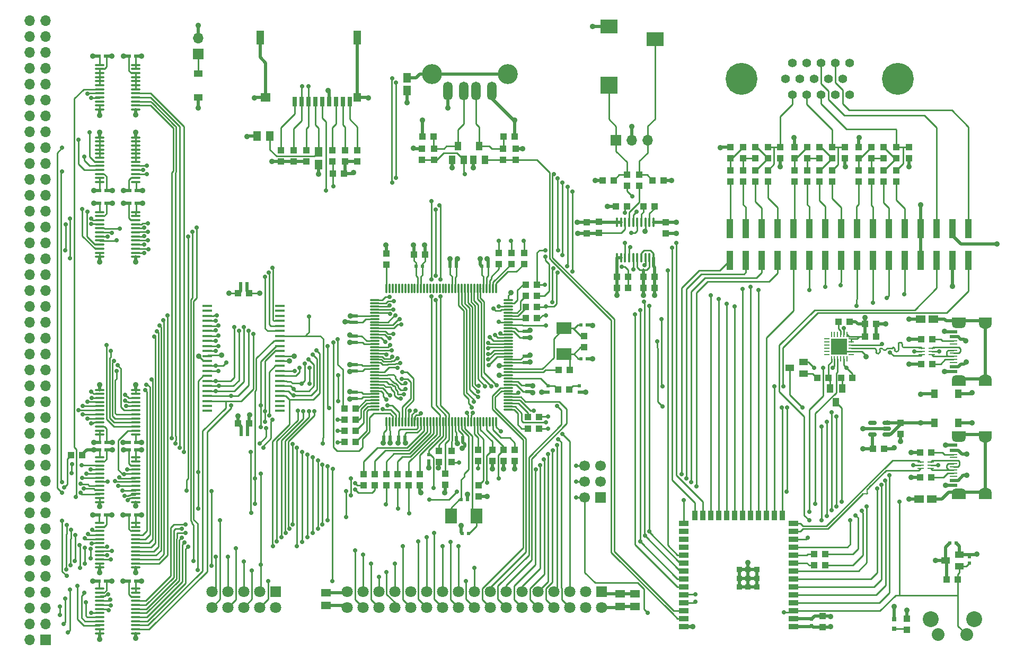
<source format=gbr>
%TF.GenerationSoftware,KiCad,Pcbnew,9.0.0*%
%TF.CreationDate,2025-05-18T10:37:10+02:00*%
%TF.ProjectId,HexAgon,48657841-676f-46e2-9e6b-696361645f70,rev?*%
%TF.SameCoordinates,Original*%
%TF.FileFunction,Copper,L1,Top*%
%TF.FilePolarity,Positive*%
%FSLAX46Y46*%
G04 Gerber Fmt 4.6, Leading zero omitted, Abs format (unit mm)*
G04 Created by KiCad (PCBNEW 9.0.0) date 2025-05-18 10:37:10*
%MOMM*%
%LPD*%
G01*
G04 APERTURE LIST*
G04 Aperture macros list*
%AMRoundRect*
0 Rectangle with rounded corners*
0 $1 Rounding radius*
0 $2 $3 $4 $5 $6 $7 $8 $9 X,Y pos of 4 corners*
0 Add a 4 corners polygon primitive as box body*
4,1,4,$2,$3,$4,$5,$6,$7,$8,$9,$2,$3,0*
0 Add four circle primitives for the rounded corners*
1,1,$1+$1,$2,$3*
1,1,$1+$1,$4,$5*
1,1,$1+$1,$6,$7*
1,1,$1+$1,$8,$9*
0 Add four rect primitives between the rounded corners*
20,1,$1+$1,$2,$3,$4,$5,0*
20,1,$1+$1,$4,$5,$6,$7,0*
20,1,$1+$1,$6,$7,$8,$9,0*
20,1,$1+$1,$8,$9,$2,$3,0*%
G04 Aperture macros list end*
%TA.AperFunction,ComponentPad*%
%ADD10R,1.700000X1.700000*%
%TD*%
%TA.AperFunction,ComponentPad*%
%ADD11O,1.700000X1.700000*%
%TD*%
%TA.AperFunction,SMDPad,CuDef*%
%ADD12R,1.500000X0.900000*%
%TD*%
%TA.AperFunction,SMDPad,CuDef*%
%ADD13R,0.900000X1.500000*%
%TD*%
%TA.AperFunction,SMDPad,CuDef*%
%ADD14R,0.900000X0.900000*%
%TD*%
%TA.AperFunction,ConnectorPad*%
%ADD15R,2.200000X1.100000*%
%TD*%
%TA.AperFunction,ComponentPad*%
%ADD16O,2.200000X1.200000*%
%TD*%
%TA.AperFunction,ConnectorPad*%
%ADD17R,2.000000X1.100000*%
%TD*%
%TA.AperFunction,ComponentPad*%
%ADD18O,2.000000X1.300000*%
%TD*%
%TA.AperFunction,SMDPad,CuDef*%
%ADD19R,1.150000X0.550000*%
%TD*%
%TA.AperFunction,SMDPad,CuDef*%
%ADD20R,1.150000X0.250000*%
%TD*%
%TA.AperFunction,SMDPad,CuDef*%
%ADD21R,1.000000X0.250000*%
%TD*%
%TA.AperFunction,SMDPad,CuDef*%
%ADD22RoundRect,0.075000X-0.662500X-0.075000X0.662500X-0.075000X0.662500X0.075000X-0.662500X0.075000X0*%
%TD*%
%TA.AperFunction,SMDPad,CuDef*%
%ADD23RoundRect,0.075000X-0.075000X-0.662500X0.075000X-0.662500X0.075000X0.662500X-0.075000X0.662500X0*%
%TD*%
%TA.AperFunction,SMDPad,CuDef*%
%ADD24R,1.016000X1.016000*%
%TD*%
%TA.AperFunction,SMDPad,CuDef*%
%ADD25R,0.500000X0.550000*%
%TD*%
%TA.AperFunction,SMDPad,CuDef*%
%ADD26R,1.000000X1.400000*%
%TD*%
%TA.AperFunction,SMDPad,CuDef*%
%ADD27R,1.900000X2.400000*%
%TD*%
%TA.AperFunction,SMDPad,CuDef*%
%ADD28R,0.550000X0.500000*%
%TD*%
%TA.AperFunction,SMDPad,CuDef*%
%ADD29R,1.524000X1.270000*%
%TD*%
%TA.AperFunction,ComponentPad*%
%ADD30C,1.700000*%
%TD*%
%TA.AperFunction,SMDPad,CuDef*%
%ADD31R,1.400000X1.000000*%
%TD*%
%TA.AperFunction,SMDPad,CuDef*%
%ADD32RoundRect,0.100000X-0.100000X0.637500X-0.100000X-0.637500X0.100000X-0.637500X0.100000X0.637500X0*%
%TD*%
%TA.AperFunction,ComponentPad*%
%ADD33C,2.540000*%
%TD*%
%TA.AperFunction,ComponentPad*%
%ADD34C,2.032000*%
%TD*%
%TA.AperFunction,SMDPad,CuDef*%
%ADD35R,1.270000X1.524000*%
%TD*%
%TA.AperFunction,ComponentPad*%
%ADD36R,1.750000X1.750000*%
%TD*%
%TA.AperFunction,ComponentPad*%
%ADD37C,1.800000*%
%TD*%
%TA.AperFunction,SMDPad,CuDef*%
%ADD38RoundRect,0.100000X0.637500X0.100000X-0.637500X0.100000X-0.637500X-0.100000X0.637500X-0.100000X0*%
%TD*%
%TA.AperFunction,SMDPad,CuDef*%
%ADD39RoundRect,0.100000X-0.637500X-0.100000X0.637500X-0.100000X0.637500X0.100000X-0.637500X0.100000X0*%
%TD*%
%TA.AperFunction,SMDPad,CuDef*%
%ADD40R,1.000000X3.150000*%
%TD*%
%TA.AperFunction,SMDPad,CuDef*%
%ADD41RoundRect,0.062500X0.350000X0.062500X-0.350000X0.062500X-0.350000X-0.062500X0.350000X-0.062500X0*%
%TD*%
%TA.AperFunction,SMDPad,CuDef*%
%ADD42RoundRect,0.062500X0.062500X0.350000X-0.062500X0.350000X-0.062500X-0.350000X0.062500X-0.350000X0*%
%TD*%
%TA.AperFunction,HeatsinkPad*%
%ADD43R,2.600000X2.600000*%
%TD*%
%TA.AperFunction,SMDPad,CuDef*%
%ADD44R,0.800000X0.800000*%
%TD*%
%TA.AperFunction,SMDPad,CuDef*%
%ADD45R,1.500000X0.400000*%
%TD*%
%TA.AperFunction,ComponentPad*%
%ADD46O,1.500000X3.000000*%
%TD*%
%TA.AperFunction,ComponentPad*%
%ADD47C,3.200000*%
%TD*%
%TA.AperFunction,SMDPad,CuDef*%
%ADD48R,0.700000X1.600000*%
%TD*%
%TA.AperFunction,SMDPad,CuDef*%
%ADD49R,1.200000X1.400000*%
%TD*%
%TA.AperFunction,SMDPad,CuDef*%
%ADD50R,1.600000X1.400000*%
%TD*%
%TA.AperFunction,SMDPad,CuDef*%
%ADD51R,1.200000X2.200000*%
%TD*%
%TA.AperFunction,SMDPad,CuDef*%
%ADD52RoundRect,0.150000X0.512500X0.150000X-0.512500X0.150000X-0.512500X-0.150000X0.512500X-0.150000X0*%
%TD*%
%TA.AperFunction,SMDPad,CuDef*%
%ADD53R,2.800000X2.200000*%
%TD*%
%TA.AperFunction,SMDPad,CuDef*%
%ADD54R,2.800000X2.800000*%
%TD*%
%TA.AperFunction,ComponentPad*%
%ADD55C,1.400000*%
%TD*%
%TA.AperFunction,ComponentPad*%
%ADD56C,5.100000*%
%TD*%
%TA.AperFunction,SMDPad,CuDef*%
%ADD57R,2.400000X1.900000*%
%TD*%
%TA.AperFunction,ViaPad*%
%ADD58C,0.700000*%
%TD*%
%TA.AperFunction,ViaPad*%
%ADD59C,0.900000*%
%TD*%
%TA.AperFunction,Conductor*%
%ADD60C,0.250000*%
%TD*%
%TA.AperFunction,Conductor*%
%ADD61C,0.500000*%
%TD*%
G04 APERTURE END LIST*
D10*
%TO.P,J2,1,Pin_1*%
%TO.N,/EZ80/rcA15*%
X86040000Y-144540000D03*
D11*
%TO.P,J2,2,Pin_2*%
%TO.N,/EZ80/rcA14*%
X83500000Y-144540000D03*
%TO.P,J2,3,Pin_3*%
%TO.N,/EZ80/rcA13*%
X86040000Y-142000000D03*
%TO.P,J2,4,Pin_4*%
%TO.N,/EZ80/rcA12*%
X83500000Y-142000000D03*
%TO.P,J2,5,Pin_5*%
%TO.N,/EZ80/rcA11*%
X86040000Y-139460000D03*
%TO.P,J2,6,Pin_6*%
%TO.N,/EZ80/rcA10*%
X83500000Y-139460000D03*
%TO.P,J2,7,Pin_7*%
%TO.N,/EZ80/rcA9*%
X86040000Y-136920000D03*
%TO.P,J2,8,Pin_8*%
%TO.N,/EZ80/rcA8*%
X83500000Y-136920000D03*
%TO.P,J2,9,Pin_9*%
%TO.N,/EZ80/rcA7*%
X86040000Y-134380000D03*
%TO.P,J2,10,Pin_10*%
%TO.N,/EZ80/rcA6*%
X83500000Y-134380000D03*
%TO.P,J2,11,Pin_11*%
%TO.N,/EZ80/rcA5*%
X86040000Y-131840000D03*
%TO.P,J2,12,Pin_12*%
%TO.N,/EZ80/rcA4*%
X83500000Y-131840000D03*
%TO.P,J2,13,Pin_13*%
%TO.N,/EZ80/rcA3*%
X86040000Y-129300000D03*
%TO.P,J2,14,Pin_14*%
%TO.N,/EZ80/rcA2*%
X83500000Y-129300000D03*
%TO.P,J2,15,Pin_15*%
%TO.N,/EZ80/rcA1*%
X86040000Y-126760000D03*
%TO.P,J2,16,Pin_16*%
%TO.N,/EZ80/rcA0*%
X83500000Y-126760000D03*
%TO.P,J2,17,Pin_17*%
%TO.N,GND*%
X86040000Y-124220000D03*
%TO.P,J2,18,Pin_18*%
%TO.N,+5Vrc*%
X83500000Y-124220000D03*
%TO.P,J2,19,Pin_19*%
%TO.N,/EZ80/~{rcM1}*%
X86040000Y-121680000D03*
%TO.P,J2,20,Pin_20*%
%TO.N,/EZ80/~{rcRESET}*%
X83500000Y-121680000D03*
%TO.P,J2,21,Pin_21*%
%TO.N,/EZ80/rcCLOCK*%
X86040000Y-119140000D03*
%TO.P,J2,22,Pin_22*%
%TO.N,/EZ80/INT*%
X83500000Y-119140000D03*
%TO.P,J2,23,Pin_23*%
%TO.N,/EZ80/~{rcMREQ}*%
X86040000Y-116600000D03*
%TO.P,J2,24,Pin_24*%
%TO.N,/EZ80/~{rcWR}*%
X83500000Y-116600000D03*
%TO.P,J2,25,Pin_25*%
%TO.N,/EZ80/~{rcRD}*%
X86040000Y-114060000D03*
%TO.P,J2,26,Pin_26*%
%TO.N,/EZ80/~{rcIORQ}*%
X83500000Y-114060000D03*
%TO.P,J2,27,Pin_27*%
%TO.N,/EZ80/rcD0*%
X86040000Y-111520000D03*
%TO.P,J2,28,Pin_28*%
%TO.N,/EZ80/rcD1*%
X83500000Y-111520000D03*
%TO.P,J2,29,Pin_29*%
%TO.N,/EZ80/rcD2*%
X86040000Y-108980000D03*
%TO.P,J2,30,Pin_30*%
%TO.N,/EZ80/rcD3*%
X83500000Y-108980000D03*
%TO.P,J2,31,Pin_31*%
%TO.N,/EZ80/rcD4*%
X86040000Y-106440000D03*
%TO.P,J2,32,Pin_32*%
%TO.N,/EZ80/rcD5*%
X83500000Y-106440000D03*
%TO.P,J2,33,Pin_33*%
%TO.N,/EZ80/rcD6*%
X86040000Y-103900000D03*
%TO.P,J2,34,Pin_34*%
%TO.N,/EZ80/rcD7*%
X83500000Y-103900000D03*
%TO.P,J2,35,Pin_35*%
%TO.N,/EZ80/TX*%
X86040000Y-101360000D03*
%TO.P,J2,36,Pin_36*%
%TO.N,/EZ80/RX*%
X83500000Y-101360000D03*
%TO.P,J2,37,Pin_37*%
%TO.N,/EZ80/USER1*%
X86040000Y-98820000D03*
%TO.P,J2,38,Pin_38*%
%TO.N,/EZ80/USER2*%
X83500000Y-98820000D03*
%TO.P,J2,39,Pin_39*%
%TO.N,/EZ80/USER3*%
X86040000Y-96280000D03*
%TO.P,J2,40,Pin_40*%
%TO.N,/EZ80/USER4*%
X83500000Y-96280000D03*
%TO.P,J2,41,Pin_41*%
%TO.N,unconnected-(J2-Pin_41-Pad41)*%
X86040000Y-93740000D03*
%TO.P,J2,42,Pin_42*%
%TO.N,unconnected-(J2-Pin_42-Pad42)*%
X83500000Y-93740000D03*
%TO.P,J2,43,Pin_43*%
%TO.N,unconnected-(J2-Pin_43-Pad43)*%
X86040000Y-91200000D03*
%TO.P,J2,44,Pin_44*%
%TO.N,unconnected-(J2-Pin_44-Pad44)*%
X83500000Y-91200000D03*
%TO.P,J2,45,Pin_45*%
%TO.N,unconnected-(J2-Pin_45-Pad45)*%
X86040000Y-88660000D03*
%TO.P,J2,46,Pin_46*%
%TO.N,unconnected-(J2-Pin_46-Pad46)*%
X83500000Y-88660000D03*
%TO.P,J2,47,Pin_47*%
%TO.N,unconnected-(J2-Pin_47-Pad47)*%
X86040000Y-86120000D03*
%TO.P,J2,48,Pin_48*%
%TO.N,unconnected-(J2-Pin_48-Pad48)*%
X83500000Y-86120000D03*
%TO.P,J2,49,Pin_49*%
%TO.N,/EZ80/rcA23*%
X86040000Y-83580000D03*
%TO.P,J2,50,Pin_50*%
%TO.N,/EZ80/rcA22*%
X83500000Y-83580000D03*
%TO.P,J2,51,Pin_51*%
%TO.N,/EZ80/rcA21*%
X86040000Y-81040000D03*
%TO.P,J2,52,Pin_52*%
%TO.N,/EZ80/rcA20*%
X83500000Y-81040000D03*
%TO.P,J2,53,Pin_53*%
%TO.N,/EZ80/rcA19*%
X86040000Y-78500000D03*
%TO.P,J2,54,Pin_54*%
%TO.N,/EZ80/rcA18*%
X83500000Y-78500000D03*
%TO.P,J2,55,Pin_55*%
%TO.N,/EZ80/rcA17*%
X86040000Y-75960000D03*
%TO.P,J2,56,Pin_56*%
%TO.N,/EZ80/rcA16*%
X83500000Y-75960000D03*
%TO.P,J2,57,Pin_57*%
%TO.N,GND*%
X86040000Y-73420000D03*
%TO.P,J2,58,Pin_58*%
%TO.N,+5Vrc*%
X83500000Y-73420000D03*
%TO.P,J2,59,Pin_59*%
%TO.N,/EZ80/~{rcRFSH}*%
X86040000Y-70880000D03*
%TO.P,J2,60,Pin_60*%
%TO.N,/EZ80/rcPAGE*%
X83500000Y-70880000D03*
%TO.P,J2,61,Pin_61*%
%TO.N,/EZ80/rcCLOCK2*%
X86040000Y-68340000D03*
%TO.P,J2,62,Pin_62*%
%TO.N,/EZ80/~{rcBUSACK}*%
X83500000Y-68340000D03*
%TO.P,J2,63,Pin_63*%
%TO.N,/EZ80/~{rcHALT}*%
X86040000Y-65800000D03*
%TO.P,J2,64,Pin_64*%
%TO.N,/EZ80/~{rcBUSREQ}*%
X83500000Y-65800000D03*
%TO.P,J2,65,Pin_65*%
%TO.N,/EZ80/~{rcWAIT}*%
X86040000Y-63260000D03*
%TO.P,J2,66,Pin_66*%
%TO.N,/EZ80/~{rcNMI}*%
X83500000Y-63260000D03*
%TO.P,J2,67,Pin_67*%
%TO.N,/EZ80/~{rcCS1}*%
X86040000Y-60720000D03*
%TO.P,J2,68,Pin_68*%
%TO.N,/EZ80/~{rcCS2}*%
X83500000Y-60720000D03*
%TO.P,J2,69,Pin_69*%
%TO.N,/EZ80/D10*%
X86040000Y-58180000D03*
%TO.P,J2,70,Pin_70*%
%TO.N,/EZ80/D11*%
X83500000Y-58180000D03*
%TO.P,J2,71,Pin_71*%
%TO.N,/EZ80/D12*%
X86040000Y-55640000D03*
%TO.P,J2,72,Pin_72*%
%TO.N,/EZ80/D13*%
X83500000Y-55640000D03*
%TO.P,J2,73,Pin_73*%
%TO.N,/EZ80/D14*%
X86040000Y-53100000D03*
%TO.P,J2,74,Pin_74*%
%TO.N,/EZ80/D15*%
X83500000Y-53100000D03*
%TO.P,J2,75,Pin_75*%
%TO.N,/EZ80/TX2*%
X86040000Y-50560000D03*
%TO.P,J2,76,Pin_76*%
%TO.N,/EZ80/RX2*%
X83500000Y-50560000D03*
%TO.P,J2,77,Pin_77*%
%TO.N,/EZ80/USER5*%
X86040000Y-48020000D03*
%TO.P,J2,78,Pin_78*%
%TO.N,/EZ80/USER6*%
X83500000Y-48020000D03*
%TO.P,J2,79,Pin_79*%
%TO.N,/EZ80/USER7*%
X86040000Y-45480000D03*
%TO.P,J2,80,Pin_80*%
%TO.N,/EZ80/USER8*%
X83500000Y-45480000D03*
%TD*%
D12*
%TO.P,U2,1,GND*%
%TO.N,GND*%
X205500000Y-142400000D03*
%TO.P,U2,2,3V3*%
%TO.N,+3.3V*%
X205500000Y-141130000D03*
%TO.P,U2,3,EN*%
%TO.N,/EZ80/~{RESET}*%
X205500000Y-139860000D03*
%TO.P,U2,4,GPIO4/TOUCH4/ADC1_CH3*%
%TO.N,/ESP32/R0*%
X205500000Y-138590000D03*
%TO.P,U2,5,GPIO5/TOUCH5/ADC1_CH4*%
%TO.N,/ESP32/R1*%
X205500000Y-137320000D03*
%TO.P,U2,6,GPIO6/TOUCH6/ADC1_CH5*%
%TO.N,/ESP32/R2*%
X205500000Y-136050000D03*
%TO.P,U2,7,GPIO7/TOUCH7/ADC1_CH6*%
%TO.N,/ESP32/R3*%
X205500000Y-134780000D03*
%TO.P,U2,8,GPIO15/U0RTS/ADC2_CH4/XTAL_32K_P*%
%TO.N,/ESP32/ESP_CTS*%
X205500000Y-133510000D03*
%TO.P,U2,9,GPIO16/U0CTS/ADC2_CH5/XTAL_32K_N*%
%TO.N,Net-(U2-GPIO16{slash}U0CTS{slash}ADC2_CH5{slash}XTAL_32K_N)*%
X205500000Y-132240000D03*
%TO.P,U2,10,GPIO17/U1TXD/ADC2_CH6*%
%TO.N,Net-(U2-GPIO17{slash}U1TXD{slash}ADC2_CH6)*%
X205500000Y-130970000D03*
%TO.P,U2,11,GPIO18/U1RXD/ADC2_CH7/CLK_OUT3*%
%TO.N,/ESP32/ESP_RxD*%
X205500000Y-129700000D03*
%TO.P,U2,12,GPIO8/TOUCH8/ADC1_CH7/SUBSPICS1*%
%TO.N,/ESP32/HSYNC*%
X205500000Y-128430000D03*
%TO.P,U2,13,GPIO19/U1RTS/ADC2_CH8/CLK_OUT2/USB_D-*%
%TO.N,/ESP32 ports/USB_OTG_D-*%
X205500000Y-127160000D03*
%TO.P,U2,14,GPIO20/U1CTS/ADC2_CH9/CLK_OUT1/USB_D+*%
%TO.N,/ESP32 ports/USB_OTG_D+*%
X205500000Y-125890000D03*
D13*
%TO.P,U2,15,GPIO3/TOUCH3/ADC1_CH2*%
%TO.N,/ESP32/ESP_INT_GENERAL*%
X203735000Y-124640000D03*
%TO.P,U2,16,GPIO46*%
%TO.N,/ESP32/VSYNC*%
X202465000Y-124640000D03*
%TO.P,U2,17,GPIO9/TOUCH9/ADC1_CH8/FSPIHD/SUBSPIHD*%
%TO.N,/ESP32/G0*%
X201195000Y-124640000D03*
%TO.P,U2,18,GPIO10/TOUCH10/ADC1_CH9/FSPICS0/FSPIIO4/SUBSPICS0*%
%TO.N,/ESP32/G1*%
X199925000Y-124640000D03*
%TO.P,U2,19,GPIO11/TOUCH11/ADC2_CH0/FSPID/FSPIIO5/SUBSPID*%
%TO.N,/ESP32/G2*%
X198655000Y-124640000D03*
%TO.P,U2,20,GPIO12/TOUCH12/ADC2_CH1/FSPICLK/FSPIIO6/SUBSPICLK*%
%TO.N,/ESP32/G3*%
X197385000Y-124640000D03*
%TO.P,U2,21,GPIO13/TOUCH13/ADC2_CH2/FSPIQ/FSPIIO7/SUBSPIQ*%
%TO.N,/ESP32/B0*%
X196115000Y-124640000D03*
%TO.P,U2,22,GPIO14/TOUCH14/ADC2_CH3/FSPIWP/FSPIDQS/SUBSPIWP*%
%TO.N,/ESP32/B1*%
X194845000Y-124640000D03*
%TO.P,U2,23,GPIO21*%
%TO.N,/ESP32/B2*%
X193575000Y-124640000D03*
%TO.P,U2,24,GPIO47/SPICLK_P/SUBSPICLK_P_DIFF*%
%TO.N,/ESP32/B3*%
X192305000Y-124640000D03*
%TO.P,U2,25,GPIO48/SPICLK_N/SUBSPICLK_N_DIFF*%
%TO.N,/Audio/ESP_I2S_BCK*%
X191035000Y-124640000D03*
%TO.P,U2,26,GPIO45*%
%TO.N,/Audio/ESP_I2S_SD*%
X189765000Y-124640000D03*
D12*
%TO.P,U2,27,GPIO0/BOOT*%
%TO.N,/ESP32 ports/BOOT_MODE*%
X188000000Y-125890000D03*
%TO.P,U2,28,SPIIO6/GPIO35/FSPID/SUBSPID*%
%TO.N,unconnected-(U2-SPIIO6{slash}GPIO35{slash}FSPID{slash}SUBSPID-Pad28)*%
X188000000Y-127160000D03*
%TO.P,U2,29,SPIIO7/GPIO36/FSPICLK/SUBSPICLK*%
%TO.N,unconnected-(U2-SPIIO7{slash}GPIO36{slash}FSPICLK{slash}SUBSPICLK-Pad29)*%
X188000000Y-128430000D03*
%TO.P,U2,30,SPIDQS/GPIO37/FSPIQ/SUBSPIQ*%
%TO.N,unconnected-(U2-SPIDQS{slash}GPIO37{slash}FSPIQ{slash}SUBSPIQ-Pad30)*%
X188000000Y-129700000D03*
%TO.P,U2,31,GPIO38/FSPIWP/SUBSPIWP*%
%TO.N,/Audio/ESP_I2S_WS*%
X188000000Y-130970000D03*
%TO.P,U2,32,MTCK/GPIO39/CLK_OUT3/SUBSPICS1*%
%TO.N,/ESP32/ESP_SPI_MOSI*%
X188000000Y-132240000D03*
%TO.P,U2,33,MTDO/GPIO40/CLK_OUT2*%
%TO.N,/ESP32/ESP_SPI_MISO*%
X188000000Y-133510000D03*
%TO.P,U2,34,MTDI/GPIO41/CLK_OUT1*%
%TO.N,/ESP32/ESP_SPI_SCLK*%
X188000000Y-134780000D03*
%TO.P,U2,35,MTMS/GPIO42*%
%TO.N,/ESP32/ESP_SPI_SS*%
X188000000Y-136050000D03*
%TO.P,U2,36,U0RXD/GPIO44/CLK_OUT2*%
%TO.N,/ESP32 ports/HOST_TXD*%
X188000000Y-137320000D03*
%TO.P,U2,37,U0TXD/GPIO43/CLK_OUT1*%
%TO.N,/ESP32 ports/HOST_RXD*%
X188000000Y-138590000D03*
%TO.P,U2,38,GPIO2/TOUCH2/ADC1_CH1*%
%TO.N,/ESP32 ports/KCLK*%
X188000000Y-139860000D03*
%TO.P,U2,39,GPIO1/TOUCH1/ADC1_CH0*%
%TO.N,/ESP32 ports/KDAT*%
X188000000Y-141130000D03*
%TO.P,U2,40,GND*%
%TO.N,GND*%
X188000000Y-142400000D03*
D14*
%TO.P,U2,41,GND*%
X199650000Y-136080000D03*
X199650000Y-134680000D03*
X199650000Y-133280000D03*
X199650000Y-133280000D03*
X198250000Y-136080000D03*
X198250000Y-136080000D03*
X198250000Y-134680000D03*
X198250000Y-133280000D03*
X196850000Y-136080000D03*
X196850000Y-134680000D03*
X196850000Y-133280000D03*
%TD*%
D15*
%TO.P,USBC_UART0,0,SHELL*%
%TO.N,Net-(USBC_UART0-SHELL)*%
X231955312Y-93493438D03*
D16*
X231955312Y-94101038D03*
X231955312Y-102741038D03*
D15*
X231955312Y-103348638D03*
D17*
X236135312Y-93493438D03*
D18*
X236135312Y-94101038D03*
X236135312Y-102741038D03*
D17*
X236135312Y-103348638D03*
D19*
%TO.P,USBC_UART0,A1,GND*%
%TO.N,GND*%
X231053312Y-101621038D03*
%TO.P,USBC_UART0,A4,VBUS*%
%TO.N,/ESP32 ports/VBUS1*%
X231053312Y-100821038D03*
D20*
%TO.P,USBC_UART0,A5,CC1*%
%TO.N,Net-(USBC_UART0-CC1)*%
X231053312Y-99671038D03*
%TO.P,USBC_UART0,A6,DP1*%
%TO.N,Net-(USBC_UART0-DP1)*%
X231053312Y-98671038D03*
%TO.P,USBC_UART0,A7,DN1*%
%TO.N,Net-(USBC_UART0-DN1)*%
X231053312Y-98171038D03*
%TO.P,USBC_UART0,A8,SBU1*%
%TO.N,unconnected-(USBC_UART0-SBU1-PadA8)*%
X231053312Y-97171038D03*
D19*
%TO.P,USBC_UART0,A9,VBUS*%
%TO.N,/ESP32 ports/VBUS1*%
X231053312Y-96021038D03*
%TO.P,USBC_UART0,A12,GND*%
%TO.N,GND*%
X231053312Y-95221038D03*
%TO.P,USBC_UART0,B1,GND*%
X231053312Y-95221038D03*
%TO.P,USBC_UART0,B4,VBUS*%
%TO.N,/ESP32 ports/VBUS1*%
X231053312Y-96021038D03*
D20*
%TO.P,USBC_UART0,B5,CC2*%
%TO.N,Net-(USBC_UART0-CC2)*%
X231053312Y-96671038D03*
%TO.P,USBC_UART0,B6,DP2*%
%TO.N,Net-(USBC_UART0-DP1)*%
X231053312Y-97671038D03*
%TO.P,USBC_UART0,B7,DN2*%
%TO.N,Net-(USBC_UART0-DN1)*%
X231053312Y-99171038D03*
%TO.P,USBC_UART0,B8,SBU2*%
%TO.N,unconnected-(USBC_UART0-SBU2-PadB8)*%
X231053312Y-100171038D03*
D19*
%TO.P,USBC_UART0,B9,VBUS*%
%TO.N,/ESP32 ports/VBUS1*%
X231053312Y-100821038D03*
%TO.P,USBC_UART0,B12,GND*%
%TO.N,GND*%
X231053312Y-101621038D03*
%TD*%
%TO.P,USBC_OTG0,B12,GND*%
%TO.N,GND*%
X231053312Y-119800000D03*
%TO.P,USBC_OTG0,B9,VBUS*%
%TO.N,/ESP32 ports/VBUS2*%
X231053312Y-119000000D03*
D20*
%TO.P,USBC_OTG0,B8,SBU2*%
%TO.N,unconnected-(USBC_OTG0-SBU2-PadB8)*%
X231053312Y-118350000D03*
%TO.P,USBC_OTG0,B7,DN2*%
%TO.N,Net-(USBC_OTG0-DN1)*%
X231053312Y-117350000D03*
%TO.P,USBC_OTG0,B6,DP2*%
%TO.N,Net-(USBC_OTG0-DP1)*%
X231053312Y-115850000D03*
%TO.P,USBC_OTG0,B5,CC2*%
%TO.N,Net-(USBC_OTG0-CC2)*%
X231053312Y-114850000D03*
D19*
%TO.P,USBC_OTG0,B4,VBUS*%
%TO.N,/ESP32 ports/VBUS2*%
X231053312Y-114200000D03*
%TO.P,USBC_OTG0,B1,GND*%
%TO.N,GND*%
X231053312Y-113400000D03*
%TO.P,USBC_OTG0,A12,GND*%
X231053312Y-113400000D03*
%TO.P,USBC_OTG0,A9,VBUS*%
%TO.N,/ESP32 ports/VBUS2*%
X231053312Y-114200000D03*
D20*
%TO.P,USBC_OTG0,A8,SBU1*%
%TO.N,unconnected-(USBC_OTG0-SBU1-PadA8)*%
X231053312Y-115350000D03*
%TO.P,USBC_OTG0,A7,DN1*%
%TO.N,Net-(USBC_OTG0-DN1)*%
X231053312Y-116350000D03*
%TO.P,USBC_OTG0,A6,DP1*%
%TO.N,Net-(USBC_OTG0-DP1)*%
X231053312Y-116850000D03*
%TO.P,USBC_OTG0,A5,CC1*%
%TO.N,Net-(USBC_OTG0-CC1)*%
X231053312Y-117850000D03*
D19*
%TO.P,USBC_OTG0,A4,VBUS*%
%TO.N,/ESP32 ports/VBUS2*%
X231053312Y-119000000D03*
%TO.P,USBC_OTG0,A1,GND*%
%TO.N,GND*%
X231053312Y-119800000D03*
D17*
%TO.P,USBC_OTG0,0,SHELL*%
%TO.N,Net-(USBC_OTG0-SHELL)*%
X236135312Y-121527600D03*
D18*
X236135312Y-120920000D03*
X236135312Y-112280000D03*
D17*
X236135312Y-111672400D03*
D15*
X231955312Y-121527600D03*
D16*
X231955312Y-120920000D03*
X231955312Y-112280000D03*
D15*
X231955312Y-111672400D03*
%TD*%
D21*
%TO.P,U7,6,I/O1*%
%TO.N,/ESP32 ports/D-*%
X225990000Y-98900000D03*
%TO.P,U7,5,VBUS*%
%TO.N,/ESP32 ports/VBUS1*%
X225990000Y-98400000D03*
%TO.P,U7,4,I/O2*%
%TO.N,/ESP32 ports/D+*%
X225990000Y-97900000D03*
%TO.P,U7,3,I/O2*%
%TO.N,Net-(USBC_UART0-DP1)*%
X227610000Y-97900000D03*
%TO.P,U7,2,GND*%
%TO.N,GND*%
X227610000Y-98400000D03*
%TO.P,U7,1,I/O1*%
%TO.N,Net-(USBC_UART0-DN1)*%
X227610000Y-98900000D03*
%TD*%
D22*
%TO.P,U5,1,A0*%
%TO.N,/EZ80/A0*%
X138587500Y-90187500D03*
%TO.P,U5,2,A1*%
%TO.N,/EZ80/A1*%
X138587500Y-90687500D03*
%TO.P,U5,3,A2*%
%TO.N,/EZ80/A2*%
X138587500Y-91187500D03*
%TO.P,U5,4,A3*%
%TO.N,/EZ80/A3*%
X138587500Y-91687500D03*
%TO.P,U5,5,A4*%
%TO.N,/EZ80/A4*%
X138587500Y-92187500D03*
%TO.P,U5,6,Vdd*%
%TO.N,+3.3V*%
X138587500Y-92687500D03*
%TO.P,U5,7,Vss*%
%TO.N,GND*%
X138587500Y-93187500D03*
%TO.P,U5,8,A5*%
%TO.N,/EZ80/A5*%
X138587500Y-93687500D03*
%TO.P,U5,9,A6*%
%TO.N,/EZ80/A6*%
X138587500Y-94187500D03*
%TO.P,U5,10,A7*%
%TO.N,/EZ80/A7*%
X138587500Y-94687500D03*
%TO.P,U5,11,A8*%
%TO.N,/EZ80/A8*%
X138587500Y-95187500D03*
%TO.P,U5,12,A9*%
%TO.N,/EZ80/A9*%
X138587500Y-95687500D03*
%TO.P,U5,13,A10*%
%TO.N,/EZ80/A10*%
X138587500Y-96187500D03*
%TO.P,U5,14,Vdd*%
%TO.N,+3.3V*%
X138587500Y-96687500D03*
%TO.P,U5,15,Vss*%
%TO.N,GND*%
X138587500Y-97187500D03*
%TO.P,U5,16,A11*%
%TO.N,/EZ80/A11*%
X138587500Y-97687500D03*
%TO.P,U5,17,A12*%
%TO.N,/EZ80/A12*%
X138587500Y-98187500D03*
%TO.P,U5,18,A13*%
%TO.N,/EZ80/A13*%
X138587500Y-98687500D03*
%TO.P,U5,19,A14*%
%TO.N,/EZ80/A14*%
X138587500Y-99187500D03*
%TO.P,U5,20,A15*%
%TO.N,/EZ80/A15*%
X138587500Y-99687500D03*
%TO.P,U5,21,A16*%
%TO.N,/EZ80/A16*%
X138587500Y-100187500D03*
%TO.P,U5,22,Vdd*%
%TO.N,+3.3V*%
X138587500Y-100687500D03*
%TO.P,U5,23,Vss*%
%TO.N,GND*%
X138587500Y-101187500D03*
%TO.P,U5,24,A17*%
%TO.N,/EZ80/A17*%
X138587500Y-101687500D03*
%TO.P,U5,25,A18*%
%TO.N,/EZ80/A18*%
X138587500Y-102187500D03*
%TO.P,U5,26,A19*%
%TO.N,/EZ80/A19*%
X138587500Y-102687500D03*
%TO.P,U5,27,A20*%
%TO.N,/EZ80/A20*%
X138587500Y-103187500D03*
%TO.P,U5,28,A21*%
%TO.N,/EZ80/A21*%
X138587500Y-103687500D03*
%TO.P,U5,29,A22*%
%TO.N,/EZ80/A22*%
X138587500Y-104187500D03*
%TO.P,U5,30,A23*%
%TO.N,/EZ80/A23*%
X138587500Y-104687500D03*
%TO.P,U5,31,Vdd*%
%TO.N,+3.3V*%
X138587500Y-105187500D03*
%TO.P,U5,32,Vss*%
%TO.N,GND*%
X138587500Y-105687500D03*
%TO.P,U5,33,~{CS0}*%
%TO.N,Net-(U5-~{CS0})*%
X138587500Y-106187500D03*
%TO.P,U5,34,~{CS1}*%
%TO.N,Net-(U5-~{CS1})*%
X138587500Y-106687500D03*
%TO.P,U5,35,~{CS2}*%
%TO.N,Net-(U5-~{CS2})*%
X138587500Y-107187500D03*
%TO.P,U5,36,~{CS3}*%
%TO.N,Net-(U5-~{CS3})*%
X138587500Y-107687500D03*
D23*
%TO.P,U5,37,Vdd*%
%TO.N,+3.3V*%
X140500000Y-109600000D03*
%TO.P,U5,38,Vss*%
%TO.N,GND*%
X141000000Y-109600000D03*
%TO.P,U5,39,DATA0*%
%TO.N,/EZ80/DATA0*%
X141500000Y-109600000D03*
%TO.P,U5,40,DATA1*%
%TO.N,/EZ80/DATA1*%
X142000000Y-109600000D03*
%TO.P,U5,41,DATA2*%
%TO.N,/EZ80/DATA2*%
X142500000Y-109600000D03*
%TO.P,U5,42,DATA3*%
%TO.N,/EZ80/DATA3*%
X143000000Y-109600000D03*
%TO.P,U5,43,DATA4*%
%TO.N,/EZ80/DATA4*%
X143500000Y-109600000D03*
%TO.P,U5,44,DATA5*%
%TO.N,/EZ80/DATA5*%
X144000000Y-109600000D03*
%TO.P,U5,45,DATA6*%
%TO.N,/EZ80/DATA6*%
X144500000Y-109600000D03*
%TO.P,U5,46,DATA7*%
%TO.N,/EZ80/DATA7*%
X145000000Y-109600000D03*
%TO.P,U5,47,Vdd*%
%TO.N,+3.3V*%
X145500000Y-109600000D03*
%TO.P,U5,48,Vss*%
%TO.N,GND*%
X146000000Y-109600000D03*
%TO.P,U5,49,~{IORQ}*%
%TO.N,Net-(U5-~{IORQ})*%
X146500000Y-109600000D03*
%TO.P,U5,50,~{MREQ}*%
%TO.N,Net-(U5-~{MREQ})*%
X147000000Y-109600000D03*
%TO.P,U5,51,~{RD}*%
%TO.N,Net-(U5-~{RD})*%
X147500000Y-109600000D03*
%TO.P,U5,52,~{WR}*%
%TO.N,Net-(U5-~{WR})*%
X148000000Y-109600000D03*
%TO.P,U5,53,~{INSTRD}*%
%TO.N,Net-(U5-~{INSTRD})*%
X148500000Y-109600000D03*
%TO.P,U5,54,~{WAIT}*%
%TO.N,/EZ80/~{WAIT}*%
X149000000Y-109600000D03*
%TO.P,U5,55,~{RESET}*%
%TO.N,/EZ80/~{RESET}*%
X149500000Y-109600000D03*
%TO.P,U5,56,~{NMI}*%
%TO.N,/EZ80/~{NMI}*%
X150000000Y-109600000D03*
%TO.P,U5,57,~{BUSREQ}*%
%TO.N,/EZ80/~{BUSREQ}*%
X150500000Y-109600000D03*
%TO.P,U5,58,~{BUSACK}*%
%TO.N,Net-(U5-~{BUSACK})*%
X151000000Y-109600000D03*
%TO.P,U5,59,Vdd*%
%TO.N,+3.3V*%
X151500000Y-109600000D03*
%TO.P,U5,60,Vss*%
%TO.N,GND*%
X152000000Y-109600000D03*
%TO.P,U5,61,RTC_Xin*%
%TO.N,Net-(U5-RTC_Xin)*%
X152500000Y-109600000D03*
%TO.P,U5,62,RTC_Xout*%
%TO.N,Net-(U5-RTC_Xout)*%
X153000000Y-109600000D03*
%TO.P,U5,63,RTC_Vdd*%
%TO.N,+3.3V*%
X153500000Y-109600000D03*
%TO.P,U5,64,Vss*%
%TO.N,GND*%
X154000000Y-109600000D03*
%TO.P,U5,65,~{HALT_SLP}*%
%TO.N,Net-(U5-~{HALT_SLP})*%
X154500000Y-109600000D03*
%TO.P,U5,66,TMS*%
%TO.N,Net-(U5-TMS)*%
X155000000Y-109600000D03*
%TO.P,U5,67,TCK*%
%TO.N,/EZ80 ports/EZ80_TCK*%
X155500000Y-109600000D03*
%TO.P,U5,68,TRIGOUT*%
%TO.N,unconnected-(U5-TRIGOUT-Pad68)*%
X156000000Y-109600000D03*
%TO.P,U5,69,TDI*%
%TO.N,/EZ80 ports/EZ80_TDI*%
X156500000Y-109600000D03*
%TO.P,U5,70,TDO*%
%TO.N,unconnected-(U5-TDO-Pad70)*%
X157000000Y-109600000D03*
%TO.P,U5,71,~{TRST}*%
%TO.N,Net-(U5-~{TRST})*%
X157500000Y-109600000D03*
%TO.P,U5,72,Vss*%
%TO.N,GND*%
X158000000Y-109600000D03*
D22*
%TO.P,U5,73,TxD0*%
%TO.N,Net-(R59-Pad2)*%
X159912500Y-107687500D03*
%TO.P,U5,74,RxD0*%
%TO.N,/ESP32/ESP_TxD*%
X159912500Y-107187500D03*
%TO.P,U5,75,RTS0*%
%TO.N,Net-(U5-PD2)*%
X159912500Y-106687500D03*
%TO.P,U5,76,CTS0*%
%TO.N,/ESP32/ESP_RTS*%
X159912500Y-106187500D03*
%TO.P,U5,77,PD4*%
%TO.N,/EZ80/PD4*%
X159912500Y-105687500D03*
%TO.P,U5,78,PD5*%
%TO.N,/EZ80/PD5*%
X159912500Y-105187500D03*
%TO.P,U5,79,PD6*%
%TO.N,/EZ80/PD6*%
X159912500Y-104687500D03*
%TO.P,U5,80,PD7*%
%TO.N,/EZ80/PD7*%
X159912500Y-104187500D03*
%TO.P,U5,81,Vdd*%
%TO.N,+3.3V*%
X159912500Y-103687500D03*
%TO.P,U5,82,Vss*%
%TO.N,GND*%
X159912500Y-103187500D03*
%TO.P,U5,83,LOOP_FILT*%
%TO.N,Net-(U5-LOOP_FILT)*%
X159912500Y-102687500D03*
%TO.P,U5,84,PLL_Vss*%
%TO.N,GND*%
X159912500Y-102187500D03*
%TO.P,U5,85,Xout*%
%TO.N,Net-(U5-Xout)*%
X159912500Y-101687500D03*
%TO.P,U5,86,Xin*%
%TO.N,Net-(U5-Xin)*%
X159912500Y-101187500D03*
%TO.P,U5,87,PLL_Vdd*%
%TO.N,+3.3V*%
X159912500Y-100687500D03*
%TO.P,U5,88,Vdd*%
X159912500Y-100187500D03*
%TO.P,U5,89,Vss*%
%TO.N,GND*%
X159912500Y-99687500D03*
%TO.P,U5,90,PC0*%
%TO.N,/EZ80/PC0*%
X159912500Y-99187500D03*
%TO.P,U5,91,PC1*%
%TO.N,/EZ80/PC1*%
X159912500Y-98687500D03*
%TO.P,U5,92,PC2*%
%TO.N,/EZ80/PC2*%
X159912500Y-98187500D03*
%TO.P,U5,93,PC3*%
%TO.N,/EZ80/PC3*%
X159912500Y-97687500D03*
%TO.P,U5,94,PC4*%
%TO.N,/EZ80/PC4*%
X159912500Y-97187500D03*
%TO.P,U5,95,PC5*%
%TO.N,/EZ80/PC5*%
X159912500Y-96687500D03*
%TO.P,U5,96,PC6*%
%TO.N,/EZ80/PC6*%
X159912500Y-96187500D03*
%TO.P,U5,97,PC7*%
%TO.N,/EZ80/PC7*%
X159912500Y-95687500D03*
%TO.P,U5,98,Vdd*%
%TO.N,+3.3V*%
X159912500Y-95187500D03*
%TO.P,U5,99,Vss*%
%TO.N,GND*%
X159912500Y-94687500D03*
%TO.P,U5,100,PB0*%
%TO.N,/ESP32/ESP_INT_GENERAL*%
X159912500Y-94187500D03*
%TO.P,U5,101,PB1*%
%TO.N,/ESP32/VSYNC*%
X159912500Y-93687500D03*
%TO.P,U5,102,SS*%
%TO.N,Net-(U5-PB2)*%
X159912500Y-93187500D03*
%TO.P,U5,103,SCK*%
%TO.N,Net-(U5-PB3)*%
X159912500Y-92687500D03*
%TO.P,U5,104,PB4*%
%TO.N,Net-(U5-PB4)*%
X159912500Y-92187500D03*
%TO.P,U5,105,PB5*%
%TO.N,/EZ80 ports/GPIO_B5*%
X159912500Y-91687500D03*
%TO.P,U5,106,MISO*%
%TO.N,/ESP32/ESP_SPI_MOSI*%
X159912500Y-91187500D03*
%TO.P,U5,107,MOSI*%
%TO.N,Net-(U5-PB7)*%
X159912500Y-90687500D03*
%TO.P,U5,108,Vss*%
%TO.N,GND*%
X159912500Y-90187500D03*
D23*
%TO.P,U5,109,SDA*%
%TO.N,Net-(U5-SDA)*%
X158000000Y-88275000D03*
%TO.P,U5,110,SCL*%
%TO.N,Net-(U5-SCL)*%
X157500000Y-88275000D03*
%TO.P,U5,111,PHI*%
%TO.N,Net-(U5-PHI)*%
X157000000Y-88275000D03*
%TO.P,U5,112,Vdd*%
%TO.N,+3.3V*%
X156500000Y-88275000D03*
%TO.P,U5,113,Vss*%
%TO.N,GND*%
X156000000Y-88275000D03*
%TO.P,U5,114,PA0*%
%TO.N,/EZ80/PA0*%
X155500000Y-88275000D03*
%TO.P,U5,115,PA1*%
%TO.N,/EZ80/PA1*%
X155000000Y-88275000D03*
%TO.P,U5,116,PA2*%
%TO.N,/EZ80/PA2*%
X154500000Y-88275000D03*
%TO.P,U5,117,PA3*%
%TO.N,/EZ80/PA3*%
X154000000Y-88275000D03*
%TO.P,U5,118,PA4*%
%TO.N,/EZ80/PA4*%
X153500000Y-88275000D03*
%TO.P,U5,119,PA5*%
%TO.N,/EZ80/PA5*%
X153000000Y-88275000D03*
%TO.P,U5,120,PA6*%
%TO.N,/EZ80/PA6*%
X152500000Y-88275000D03*
%TO.P,U5,121,PA7*%
%TO.N,/EZ80/PA7*%
X152000000Y-88275000D03*
%TO.P,U5,122,Vdd*%
%TO.N,+3.3V*%
X151500000Y-88275000D03*
%TO.P,U5,123,Vss*%
%TO.N,GND*%
X151000000Y-88275000D03*
%TO.P,U5,124,CRS*%
%TO.N,unconnected-(U5-CRS-Pad124)*%
X150500000Y-88275000D03*
%TO.P,U5,125,COL*%
%TO.N,unconnected-(U5-COL-Pad125)*%
X150000000Y-88275000D03*
%TO.P,U5,126,TxD3*%
%TO.N,unconnected-(U5-TxD3-Pad126)*%
X149500000Y-88275000D03*
%TO.P,U5,127,TxD2*%
%TO.N,unconnected-(U5-TxD2-Pad127)*%
X149000000Y-88275000D03*
%TO.P,U5,128,TxD1*%
%TO.N,unconnected-(U5-TxD1-Pad128)*%
X148500000Y-88275000D03*
%TO.P,U5,129,TxD0*%
%TO.N,unconnected-(U5-TxD0-Pad129)*%
X148000000Y-88275000D03*
%TO.P,U5,130,Tx_EN*%
%TO.N,unconnected-(U5-Tx_EN-Pad130)*%
X147500000Y-88275000D03*
%TO.P,U5,131,Tx_CLK*%
%TO.N,unconnected-(U5-Tx_CLK-Pad131)*%
X147000000Y-88275000D03*
%TO.P,U5,132,Tx_ER*%
%TO.N,unconnected-(U5-Tx_ER-Pad132)*%
X146500000Y-88275000D03*
%TO.P,U5,133,Vdd*%
%TO.N,+3.3V*%
X146000000Y-88275000D03*
%TO.P,U5,134,Vss*%
%TO.N,GND*%
X145500000Y-88275000D03*
%TO.P,U5,135,Rx_ER*%
%TO.N,unconnected-(U5-Rx_ER-Pad135)*%
X145000000Y-88275000D03*
%TO.P,U5,136,Rx_CLK*%
%TO.N,unconnected-(U5-Rx_CLK-Pad136)*%
X144500000Y-88275000D03*
%TO.P,U5,137,Rx_DV*%
%TO.N,unconnected-(U5-Rx_DV-Pad137)*%
X144000000Y-88275000D03*
%TO.P,U5,138,RxD0*%
%TO.N,unconnected-(U5-RxD0-Pad138)*%
X143500000Y-88275000D03*
%TO.P,U5,139,RxD1*%
%TO.N,unconnected-(U5-RxD1-Pad139)*%
X143000000Y-88275000D03*
%TO.P,U5,140,RxD2*%
%TO.N,unconnected-(U5-RxD2-Pad140)*%
X142500000Y-88275000D03*
%TO.P,U5,141,RxD3*%
%TO.N,unconnected-(U5-RxD3-Pad141)*%
X142000000Y-88275000D03*
%TO.P,U5,142,MDC*%
%TO.N,unconnected-(U5-MDC-Pad142)*%
X141500000Y-88275000D03*
%TO.P,U5,143,MDIO*%
%TO.N,unconnected-(U5-MDIO-Pad143)*%
X141000000Y-88275000D03*
%TO.P,U5,144,~{WP}*%
%TO.N,/EZ80/~{WP}*%
X140500000Y-88275000D03*
%TD*%
D24*
%TO.P,R16,1*%
%TO.N,/Video/R*%
X201424840Y-69421000D03*
%TO.P,R16,2*%
%TO.N,/Video/R3*%
X201424840Y-71199000D03*
%TD*%
%TO.P,R79,1*%
%TO.N,Net-(MICRO_SD1-DAT1{slash}RES)*%
X133855500Y-66211000D03*
%TO.P,R79,2*%
%TO.N,+3.3V*%
X133855500Y-67989000D03*
%TD*%
D25*
%TO.P,C58,1*%
%TO.N,GND*%
X99492000Y-74710000D03*
%TO.P,C58,2*%
%TO.N,+3.3V*%
X100508000Y-74710000D03*
%TD*%
D24*
%TO.P,R69,1*%
%TO.N,/ESP32/ESP_SPI_MISO*%
X164539000Y-87687500D03*
%TO.P,R69,2*%
%TO.N,Net-(U5-PB7)*%
X162761000Y-87687500D03*
%TD*%
D26*
%TO.P,D4,1,K*%
%TO.N,+5V_USB*%
X227999412Y-109814754D03*
%TO.P,D4,2,A*%
%TO.N,/ESP32 ports/VBUS2*%
X231799412Y-109814754D03*
%TD*%
D24*
%TO.P,R75,1*%
%TO.N,/EZ80 ports/EZ80_SCL*%
X160450000Y-82598500D03*
%TO.P,R75,2*%
%TO.N,Net-(U5-SCL)*%
X160450000Y-84376500D03*
%TD*%
D27*
%TO.P,Y2,1,1*%
%TO.N,Net-(U5-RTC_Xin)*%
X150800000Y-124706981D03*
%TO.P,Y2,2,2*%
%TO.N,Net-(U5-RTC_Xout)*%
X154900000Y-124706981D03*
%TD*%
D28*
%TO.P,C39,1*%
%TO.N,GND*%
X135650000Y-101508000D03*
%TO.P,C39,2*%
%TO.N,+3.3V*%
X135650000Y-100492000D03*
%TD*%
%TO.P,C38,1*%
%TO.N,GND*%
X135650000Y-96900000D03*
%TO.P,C38,2*%
%TO.N,+3.3V*%
X135650000Y-95884000D03*
%TD*%
D25*
%TO.P,C2,1*%
%TO.N,Net-(U5-RTC_Xout)*%
X153558000Y-127496981D03*
%TO.P,C2,2*%
%TO.N,GND*%
X152542000Y-127496981D03*
%TD*%
%TO.P,C56,1*%
%TO.N,GND*%
X99400000Y-114110000D03*
%TO.P,C56,2*%
%TO.N,+3.3V*%
X100416000Y-114110000D03*
%TD*%
%TO.P,C63,1*%
%TO.N,GND*%
X99492000Y-72630000D03*
%TO.P,C63,2*%
%TO.N,+3.3V*%
X100508000Y-72630000D03*
%TD*%
D24*
%TO.P,R9,1*%
%TO.N,Net-(R11-Pad1)*%
X207674840Y-69421000D03*
%TO.P,R9,2*%
%TO.N,/Video/G1*%
X207674840Y-71199000D03*
%TD*%
%TO.P,R17,1*%
%TO.N,/Video/G*%
X211674840Y-69421000D03*
%TO.P,R17,2*%
%TO.N,/Video/G3*%
X211674840Y-71199000D03*
%TD*%
D29*
%TO.P,L4,1,1*%
%TO.N,Net-(USBC_OTG0-SHELL)*%
X227616000Y-122000000D03*
%TO.P,L4,2,2*%
%TO.N,GND*%
X225584000Y-122000000D03*
%TD*%
D10*
%TO.P,ZDI1,1,1*%
%TO.N,+3.3V*%
X174670000Y-121740000D03*
D30*
%TO.P,ZDI1,2,2*%
%TO.N,/EZ80/~{RESET}*%
X172130000Y-121740000D03*
%TO.P,ZDI1,3,3*%
%TO.N,GND*%
X174670000Y-119200000D03*
%TO.P,ZDI1,4,4*%
%TO.N,/EZ80 ports/EZ80_TCK*%
X172130000Y-119200000D03*
%TO.P,ZDI1,5,5*%
%TO.N,GND*%
X174670000Y-116660000D03*
%TO.P,ZDI1,6,6*%
%TO.N,/EZ80 ports/EZ80_TDI*%
X172130000Y-116660000D03*
%TD*%
D31*
%TO.P,Q5,1,B*%
%TO.N,Net-(Q5-B)*%
X207117440Y-101974960D03*
%TO.P,Q5,2,E*%
%TO.N,/ESP32 ports/DTR*%
X207117440Y-100072500D03*
%TO.P,Q5,3,C*%
%TO.N,/ESP32 ports/BOOT_MODE*%
X204907640Y-101027540D03*
%TD*%
D24*
%TO.P,R73,1*%
%TO.N,Net-(MICRO_SD1-DAT0{slash}DO)*%
X131855500Y-66211000D03*
%TO.P,R73,2*%
%TO.N,/ESP32/ESP_SPI_MOSI*%
X131855500Y-67989000D03*
%TD*%
%TO.P,R68,1*%
%TO.N,/ESP32/ESP_SPI_SCLK*%
X164539000Y-91287500D03*
%TO.P,R68,2*%
%TO.N,Net-(U5-PB3)*%
X162761000Y-91287500D03*
%TD*%
%TO.P,R35,1*%
%TO.N,Net-(U5-~{MREQ})*%
X138650000Y-118022000D03*
%TO.P,R35,2*%
%TO.N,/EZ80/~{MREQ}*%
X138650000Y-119800000D03*
%TD*%
%TO.P,C66,1*%
%TO.N,+3.3V*%
X216911000Y-96000000D03*
%TO.P,C66,2*%
%TO.N,GND*%
X218689000Y-96000000D03*
%TD*%
%TO.P,R66,1*%
%TO.N,Net-(U5-LOOP_FILT)*%
X167911000Y-104500000D03*
%TO.P,R66,2*%
%TO.N,Net-(C35-Pad1)*%
X169689000Y-104500000D03*
%TD*%
%TO.P,R51,1*%
%TO.N,Net-(POWER1-K)*%
X223600000Y-142889000D03*
%TO.P,R51,2*%
%TO.N,GND*%
X223600000Y-141111000D03*
%TD*%
D25*
%TO.P,C15,1*%
%TO.N,Net-(C15-Pad1)*%
X171542000Y-99537500D03*
%TO.P,C15,2*%
%TO.N,GND*%
X172558000Y-99537500D03*
%TD*%
D29*
%TO.P,L3,1,1*%
%TO.N,Net-(USBC_UART0-SHELL)*%
X227816000Y-93200000D03*
%TO.P,L3,2,2*%
%TO.N,GND*%
X225784000Y-93200000D03*
%TD*%
D24*
%TO.P,C27,1*%
%TO.N,+5V_USB*%
X222600000Y-109800000D03*
%TO.P,C27,2*%
%TO.N,GND*%
X222600000Y-111578000D03*
%TD*%
%TO.P,C20,1,1*%
%TO.N,+3.3V*%
X183289000Y-86400000D03*
%TO.P,C20,2,2*%
%TO.N,GND*%
X181511000Y-86400000D03*
%TD*%
%TO.P,R38,1*%
%TO.N,+3.3V*%
X149850000Y-119706981D03*
%TO.P,R38,2*%
%TO.N,/EZ80/~{BUSREQ}*%
X149850000Y-117928981D03*
%TD*%
D25*
%TO.P,C62,1*%
%TO.N,GND*%
X99400000Y-124510000D03*
%TO.P,C62,2*%
%TO.N,+3.3V*%
X100416000Y-124510000D03*
%TD*%
D24*
%TO.P,R32,1*%
%TO.N,Net-(R30-Pad2)*%
X221924840Y-67449000D03*
%TO.P,R32,2*%
%TO.N,/Video/B*%
X221924840Y-65671000D03*
%TD*%
%TO.P,C12,1,1*%
%TO.N,+3.3V*%
X174450000Y-79428000D03*
%TO.P,C12,2,2*%
%TO.N,GND*%
X174450000Y-77650000D03*
%TD*%
%TO.P,R20,1,1*%
%TO.N,Net-(X1-HOT_L)*%
X178900000Y-70111000D03*
%TO.P,R20,2,2*%
%TO.N,Net-(U9-OUTL)*%
X178900000Y-71889000D03*
%TD*%
%TO.P,R86,1*%
%TO.N,+3.3V*%
X214489000Y-93600000D03*
%TO.P,R86,2*%
%TO.N,Net-(U12-~{RST})*%
X212711000Y-93600000D03*
%TD*%
D32*
%TO.P,U9,1,CPVDD*%
%TO.N,+3.3V*%
X183150000Y-77700000D03*
%TO.P,U9,2,CAPP*%
%TO.N,Net-(U9-CAPP)*%
X182500000Y-77700000D03*
%TO.P,U9,3,CPGND*%
%TO.N,GND*%
X181850000Y-77700000D03*
%TO.P,U9,4,CAPM*%
%TO.N,Net-(U9-CAPM)*%
X181200000Y-77700000D03*
%TO.P,U9,5,VNEG*%
%TO.N,Net-(U9-VNEG)*%
X180550000Y-77700000D03*
%TO.P,U9,6,OUTL*%
%TO.N,Net-(U9-OUTL)*%
X179900000Y-77700000D03*
%TO.P,U9,7,OUTR*%
%TO.N,Net-(U9-OUTR)*%
X179250000Y-77700000D03*
%TO.P,U9,8,AVDD*%
%TO.N,+3.3V*%
X178600000Y-77700000D03*
%TO.P,U9,9,AGND*%
%TO.N,GND*%
X177950000Y-77700000D03*
%TO.P,U9,10,DEMP*%
X177300000Y-77700000D03*
%TO.P,U9,11,FLT*%
X177300000Y-83425000D03*
%TO.P,U9,12,SCK*%
X177950000Y-83425000D03*
%TO.P,U9,13,BCK*%
%TO.N,/Audio/ESP_I2S_BCK*%
X178600000Y-83425000D03*
%TO.P,U9,14,DIN*%
%TO.N,/Audio/ESP_I2S_SD*%
X179250000Y-83425000D03*
%TO.P,U9,15,LRCK*%
%TO.N,/Audio/ESP_I2S_WS*%
X179900000Y-83425000D03*
%TO.P,U9,16,FMT*%
%TO.N,GND*%
X180550000Y-83425000D03*
%TO.P,U9,17,XSMT*%
%TO.N,+3.3V*%
X181200000Y-83425000D03*
%TO.P,U9,18,LDOO*%
%TO.N,Net-(C16-+)*%
X181850000Y-83425000D03*
%TO.P,U9,19,DGND*%
%TO.N,GND*%
X182500000Y-83425000D03*
%TO.P,U9,20,DVDD*%
%TO.N,+3.3V*%
X183150000Y-83425000D03*
%TD*%
D33*
%TO.P,BTN1,0*%
%TO.N,N/C*%
X227389600Y-141200000D03*
X234400000Y-141200000D03*
D34*
%TO.P,BTN1,1*%
%TO.N,GND*%
X228634200Y-143689200D03*
%TO.P,BTN1,2*%
%TO.N,/EZ80/~{RESET}*%
X233155400Y-143689200D03*
%TD*%
D24*
%TO.P,C26,1*%
%TO.N,+3.3V*%
X218211000Y-113939000D03*
%TO.P,C26,2*%
%TO.N,GND*%
X219989000Y-113939000D03*
%TD*%
D25*
%TO.P,C3,1*%
%TO.N,+3.3V*%
X230494800Y-129044600D03*
%TO.P,C3,2*%
%TO.N,GND*%
X231510800Y-129044600D03*
%TD*%
D24*
%TO.P,R80,1*%
%TO.N,Net-(U5-~{INSTRD})*%
X144050000Y-118022000D03*
%TO.P,R80,2*%
%TO.N,/EZ80/~{M1}*%
X144050000Y-119800000D03*
%TD*%
%TO.P,R58,1*%
%TO.N,Net-(U5-~{CS0})*%
X135539000Y-107487500D03*
%TO.P,R58,2*%
%TO.N,/EZ80/~{CS0}*%
X133761000Y-107487500D03*
%TD*%
D26*
%TO.P,FET2,1,G*%
%TO.N,+3.3V*%
X150961040Y-67726440D03*
%TO.P,FET2,2,S*%
%TO.N,/ESP32 ports/KCLK*%
X152863500Y-67726440D03*
%TO.P,FET2,3,D*%
%TO.N,Net-(FET2-D)*%
X151908460Y-65516640D03*
%TD*%
D24*
%TO.P,R13,1*%
%TO.N,Net-(R11-Pad2)*%
X209674840Y-69421000D03*
%TO.P,R13,2*%
%TO.N,/Video/G2*%
X209674840Y-71199000D03*
%TD*%
%TO.P,R70,1*%
%TO.N,/EZ80 ports/EZ80_SS_SD*%
X164539000Y-89487500D03*
%TO.P,R70,2*%
%TO.N,Net-(U5-PB4)*%
X162761000Y-89487500D03*
%TD*%
D10*
%TO.P,J1,1*%
%TO.N,Net-(X1-HOT_L)*%
X177175000Y-64600000D03*
D11*
%TO.P,J1,2*%
%TO.N,GND*%
X179715000Y-64600000D03*
%TO.P,J1,3*%
%TO.N,Net-(X1-COLD_R)*%
X182255000Y-64600000D03*
%TD*%
D35*
%TO.P,L2,1,1*%
%TO.N,Net-(USBA_KEYBOARD1-SHIELD)*%
X143800000Y-54584000D03*
%TO.P,L2,2,2*%
%TO.N,GND*%
X143800000Y-56616000D03*
%TD*%
D31*
%TO.P,D3,1,K*%
%TO.N,+3.3V*%
X110400000Y-57700000D03*
%TO.P,D3,2,A*%
%TO.N,Net-(BT1-+)*%
X110400000Y-53900000D03*
%TD*%
D36*
%TO.P,GPIO1,1,1*%
%TO.N,GND*%
X174830000Y-136807500D03*
D37*
%TO.P,GPIO1,2,2*%
%TO.N,+5V_USB*%
X174830000Y-139347500D03*
%TO.P,GPIO1,3,3*%
%TO.N,GND*%
X172290000Y-136807500D03*
%TO.P,GPIO1,4,4*%
%TO.N,+5V_USB*%
X172290000Y-139347500D03*
%TO.P,GPIO1,5,5*%
%TO.N,/EZ80/PA0*%
X169750000Y-136807500D03*
%TO.P,GPIO1,6,6*%
%TO.N,/EZ80/PA1*%
X169750000Y-139347500D03*
%TO.P,GPIO1,7,7*%
%TO.N,/EZ80/PA2*%
X167210000Y-136807500D03*
%TO.P,GPIO1,8,8*%
%TO.N,/EZ80/PA3*%
X167210000Y-139347500D03*
%TO.P,GPIO1,9,9*%
%TO.N,/EZ80/PA4*%
X164670000Y-136807500D03*
%TO.P,GPIO1,10,10*%
%TO.N,/EZ80/PA5*%
X164670000Y-139347500D03*
%TO.P,GPIO1,11,11*%
%TO.N,/EZ80/PA6*%
X162130000Y-136807500D03*
%TO.P,GPIO1,12,12*%
%TO.N,/EZ80/PA7*%
X162130000Y-139347500D03*
%TO.P,GPIO1,13,13*%
%TO.N,/EZ80/PD4*%
X159590000Y-136807500D03*
%TO.P,GPIO1,14,14*%
%TO.N,/EZ80/PD5*%
X159590000Y-139347500D03*
%TO.P,GPIO1,15,15*%
%TO.N,/EZ80/PD6*%
X157050000Y-136807500D03*
%TO.P,GPIO1,16,16*%
%TO.N,/EZ80/PD7*%
X157050000Y-139347500D03*
%TO.P,GPIO1,17,17*%
%TO.N,/EZ80/PC0*%
X154510000Y-136807500D03*
%TO.P,GPIO1,18,18*%
%TO.N,/EZ80/PC1*%
X154510000Y-139347500D03*
%TO.P,GPIO1,19,19*%
%TO.N,/EZ80/PC2*%
X151970000Y-136807500D03*
%TO.P,GPIO1,20,20*%
%TO.N,/EZ80/PC3*%
X151970000Y-139347500D03*
%TO.P,GPIO1,21,21*%
%TO.N,/EZ80/PC4*%
X149430000Y-136807500D03*
%TO.P,GPIO1,22,22*%
%TO.N,/EZ80/PC5*%
X149430000Y-139347500D03*
%TO.P,GPIO1,23,23*%
%TO.N,/EZ80/PC6*%
X146890000Y-136807500D03*
%TO.P,GPIO1,24,24*%
%TO.N,/EZ80/PC7*%
X146890000Y-139347500D03*
%TO.P,GPIO1,25,25*%
%TO.N,GND*%
X144350000Y-136807500D03*
%TO.P,GPIO1,26,26*%
%TO.N,/EZ80 ports/GPIO_B5*%
X144350000Y-139347500D03*
%TO.P,GPIO1,27,27*%
%TO.N,/ESP32/ESP_SPI_MOSI*%
X141810000Y-136807500D03*
%TO.P,GPIO1,28,28*%
%TO.N,/EZ80/CLOCK*%
X141810000Y-139347500D03*
%TO.P,GPIO1,29,29*%
%TO.N,/EZ80 ports/EZ80_SDA*%
X139270000Y-136807500D03*
%TO.P,GPIO1,30,30*%
%TO.N,/EZ80 ports/EZ80_SCL*%
X139270000Y-139347500D03*
%TO.P,GPIO1,31,31*%
%TO.N,/ESP32/ESP_SPI_SCLK*%
X136730000Y-136807500D03*
%TO.P,GPIO1,32,32*%
%TO.N,/ESP32/ESP_SPI_MISO*%
X136730000Y-139347500D03*
%TO.P,GPIO1,33,33*%
%TO.N,GND*%
X134190000Y-136807500D03*
%TO.P,GPIO1,34,34*%
%TO.N,+3.3V*%
X134190000Y-139347500D03*
%TD*%
D24*
%TO.P,R72,1*%
%TO.N,/ESP32/ESP_SPI_MISO*%
X127655500Y-66211000D03*
%TO.P,R72,2*%
%TO.N,+3.3V*%
X127655500Y-67989000D03*
%TD*%
D38*
%TO.P,U1,1,V_{CCA}*%
%TO.N,+3.3V*%
X100402500Y-71285000D03*
%TO.P,U1,2,DIR*%
%TO.N,GND*%
X100402500Y-70635000D03*
%TO.P,U1,3,A1*%
%TO.N,/EZ80/~{NMI}*%
X100402500Y-69985000D03*
%TO.P,U1,4,A2*%
%TO.N,/EZ80/~{BUSREQ}*%
X100402500Y-69335000D03*
%TO.P,U1,5,A3*%
%TO.N,/EZ80/~{WAIT}*%
X100402500Y-68685000D03*
%TO.P,U1,6,A4*%
%TO.N,GND*%
X100402500Y-68035000D03*
%TO.P,U1,7,A5*%
X100402500Y-67385000D03*
%TO.P,U1,8,A6*%
X100402500Y-66735000D03*
%TO.P,U1,9,A7*%
X100402500Y-66085000D03*
%TO.P,U1,10,A8*%
X100402500Y-65435000D03*
%TO.P,U1,11,GND*%
X100402500Y-64785000D03*
%TO.P,U1,12,GND*%
X100402500Y-64135000D03*
%TO.P,U1,13,GND*%
X94677500Y-64135000D03*
%TO.P,U1,14,B8*%
X94677500Y-64785000D03*
%TO.P,U1,15,B7*%
X94677500Y-65435000D03*
%TO.P,U1,16,B6*%
X94677500Y-66085000D03*
%TO.P,U1,17,B5*%
X94677500Y-66735000D03*
%TO.P,U1,18,B4*%
X94677500Y-67385000D03*
%TO.P,U1,19,B3*%
%TO.N,/EZ80/~{rcWAIT}*%
X94677500Y-68035000D03*
%TO.P,U1,20,B2*%
%TO.N,/EZ80/~{rcBUSREQ}*%
X94677500Y-68685000D03*
%TO.P,U1,21,B1*%
%TO.N,/EZ80/~{rcNMI}*%
X94677500Y-69335000D03*
%TO.P,U1,22,~{OE}*%
%TO.N,GND*%
X94677500Y-69985000D03*
%TO.P,U1,23,V_{CCB}*%
%TO.N,+5Vrc*%
X94677500Y-70635000D03*
%TO.P,U1,24,V_{CCB}*%
X94677500Y-71285000D03*
%TD*%
D24*
%TO.P,C21,1,1*%
%TO.N,Net-(C16-+)*%
X179089000Y-86400000D03*
%TO.P,C21,2,2*%
%TO.N,GND*%
X177311000Y-86400000D03*
%TD*%
D25*
%TO.P,C52,1*%
%TO.N,GND*%
X95708000Y-112910000D03*
%TO.P,C52,2*%
%TO.N,+5Vrc*%
X94692000Y-112910000D03*
%TD*%
D24*
%TO.P,C16,1,+*%
%TO.N,Net-(C16-+)*%
X179089000Y-88200000D03*
%TO.P,C16,2,-*%
%TO.N,GND*%
X177311000Y-88200000D03*
%TD*%
%TO.P,C13,1,+*%
%TO.N,+3.3V*%
X172500000Y-79489000D03*
%TO.P,C13,2,-*%
%TO.N,GND*%
X172500000Y-77711000D03*
%TD*%
%TO.P,R2,1*%
%TO.N,GND*%
X195424840Y-65671000D03*
%TO.P,R2,2*%
%TO.N,Net-(R2-Pad2)*%
X195424840Y-67449000D03*
%TD*%
D39*
%TO.P,U11,1,V_{CCA}*%
%TO.N,+5Vrc*%
X94677500Y-136340000D03*
%TO.P,U11,2,DIR*%
%TO.N,GND*%
X94677500Y-136990000D03*
%TO.P,U11,3,A1*%
%TO.N,/EZ80/rcA15*%
X94677500Y-137640000D03*
%TO.P,U11,4,A2*%
%TO.N,/EZ80/rcA14*%
X94677500Y-138290000D03*
%TO.P,U11,5,A3*%
%TO.N,/EZ80/rcA13*%
X94677500Y-138940000D03*
%TO.P,U11,6,A4*%
%TO.N,/EZ80/rcA12*%
X94677500Y-139590000D03*
%TO.P,U11,7,A5*%
%TO.N,/EZ80/rcA11*%
X94677500Y-140240000D03*
%TO.P,U11,8,A6*%
%TO.N,/EZ80/rcA10*%
X94677500Y-140890000D03*
%TO.P,U11,9,A7*%
%TO.N,/EZ80/rcA9*%
X94677500Y-141540000D03*
%TO.P,U11,10,A8*%
%TO.N,/EZ80/rcA8*%
X94677500Y-142190000D03*
%TO.P,U11,11,GND*%
%TO.N,GND*%
X94677500Y-142840000D03*
%TO.P,U11,12,GND*%
X94677500Y-143490000D03*
%TO.P,U11,13,GND*%
X100402500Y-143490000D03*
%TO.P,U11,14,B8*%
%TO.N,/EZ80/A8*%
X100402500Y-142840000D03*
%TO.P,U11,15,B7*%
%TO.N,/EZ80/A9*%
X100402500Y-142190000D03*
%TO.P,U11,16,B6*%
%TO.N,/EZ80/A10*%
X100402500Y-141540000D03*
%TO.P,U11,17,B5*%
%TO.N,/EZ80/A11*%
X100402500Y-140890000D03*
%TO.P,U11,18,B4*%
%TO.N,/EZ80/A12*%
X100402500Y-140240000D03*
%TO.P,U11,19,B3*%
%TO.N,/EZ80/A13*%
X100402500Y-139590000D03*
%TO.P,U11,20,B2*%
%TO.N,/EZ80/A14*%
X100402500Y-138940000D03*
%TO.P,U11,21,B1*%
%TO.N,/EZ80/A15*%
X100402500Y-138290000D03*
%TO.P,U11,22,~{OE}*%
%TO.N,GND*%
X100402500Y-137640000D03*
%TO.P,U11,23,V_{CCB}*%
%TO.N,+3.3V*%
X100402500Y-136990000D03*
%TO.P,U11,24,V_{CCB}*%
X100402500Y-136340000D03*
%TD*%
D24*
%TO.P,R76,1*%
%TO.N,/EZ80 ports/EZ80_SS_SD*%
X125655500Y-66211000D03*
%TO.P,R76,2*%
%TO.N,+3.3V*%
X125655500Y-67989000D03*
%TD*%
%TO.P,R8,1*%
%TO.N,Net-(R10-Pad1)*%
X197424840Y-69421000D03*
%TO.P,R8,2*%
%TO.N,/Video/R1*%
X197424840Y-71199000D03*
%TD*%
%TO.P,R5,1*%
%TO.N,Net-(R3-Pad2)*%
X205674840Y-69421000D03*
%TO.P,R5,2*%
%TO.N,/Video/G0*%
X205674840Y-71199000D03*
%TD*%
D21*
%TO.P,U8,1,I/O1*%
%TO.N,Net-(USBC_OTG0-DN1)*%
X227420000Y-117100000D03*
%TO.P,U8,2,GND*%
%TO.N,GND*%
X227420000Y-116600000D03*
%TO.P,U8,3,I/O2*%
%TO.N,Net-(USBC_OTG0-DP1)*%
X227420000Y-116100000D03*
%TO.P,U8,4,I/O2*%
%TO.N,/ESP32 ports/USB_OTG_D+*%
X225800000Y-116100000D03*
%TO.P,U8,5,VBUS*%
%TO.N,/ESP32 ports/VBUS2*%
X225800000Y-116600000D03*
%TO.P,U8,6,I/O1*%
%TO.N,/ESP32 ports/USB_OTG_D-*%
X225800000Y-117100000D03*
%TD*%
D39*
%TO.P,U10,1,V_{CCA}*%
%TO.N,+5Vrc*%
X94677500Y-125815000D03*
%TO.P,U10,2,DIR*%
%TO.N,GND*%
X94677500Y-126465000D03*
%TO.P,U10,3,A1*%
%TO.N,/EZ80/rcA7*%
X94677500Y-127115000D03*
%TO.P,U10,4,A2*%
%TO.N,/EZ80/rcA6*%
X94677500Y-127765000D03*
%TO.P,U10,5,A3*%
%TO.N,/EZ80/rcA5*%
X94677500Y-128415000D03*
%TO.P,U10,6,A4*%
%TO.N,/EZ80/rcA4*%
X94677500Y-129065000D03*
%TO.P,U10,7,A5*%
%TO.N,/EZ80/rcA3*%
X94677500Y-129715000D03*
%TO.P,U10,8,A6*%
%TO.N,/EZ80/rcA2*%
X94677500Y-130365000D03*
%TO.P,U10,9,A7*%
%TO.N,/EZ80/rcA1*%
X94677500Y-131015000D03*
%TO.P,U10,10,A8*%
%TO.N,/EZ80/rcA0*%
X94677500Y-131665000D03*
%TO.P,U10,11,GND*%
%TO.N,GND*%
X94677500Y-132315000D03*
%TO.P,U10,12,GND*%
X94677500Y-132965000D03*
%TO.P,U10,13,GND*%
X100402500Y-132965000D03*
%TO.P,U10,14,B8*%
%TO.N,/EZ80/A0*%
X100402500Y-132315000D03*
%TO.P,U10,15,B7*%
%TO.N,/EZ80/A1*%
X100402500Y-131665000D03*
%TO.P,U10,16,B6*%
%TO.N,/EZ80/A2*%
X100402500Y-131015000D03*
%TO.P,U10,17,B5*%
%TO.N,/EZ80/A3*%
X100402500Y-130365000D03*
%TO.P,U10,18,B4*%
%TO.N,/EZ80/A4*%
X100402500Y-129715000D03*
%TO.P,U10,19,B3*%
%TO.N,/EZ80/A5*%
X100402500Y-129065000D03*
%TO.P,U10,20,B2*%
%TO.N,/EZ80/A6*%
X100402500Y-128415000D03*
%TO.P,U10,21,B1*%
%TO.N,/EZ80/A7*%
X100402500Y-127765000D03*
%TO.P,U10,22,~{OE}*%
%TO.N,GND*%
X100402500Y-127115000D03*
%TO.P,U10,23,V_{CCB}*%
%TO.N,+3.3V*%
X100402500Y-126465000D03*
%TO.P,U10,24,V_{CCB}*%
X100402500Y-125815000D03*
%TD*%
D24*
%TO.P,R46,1*%
%TO.N,/ESP32 ports/KDAT*%
X161111000Y-67708000D03*
%TO.P,R46,2*%
%TO.N,+3.3V*%
X161111000Y-65930000D03*
%TD*%
%TO.P,R28,1*%
%TO.N,Net-(R26-Pad2)*%
X217924840Y-65671000D03*
%TO.P,R28,2*%
%TO.N,Net-(R28-Pad2)*%
X217924840Y-67449000D03*
%TD*%
D25*
%TO.P,C60,1*%
%TO.N,GND*%
X99400000Y-135110000D03*
%TO.P,C60,2*%
%TO.N,+3.3V*%
X100416000Y-135110000D03*
%TD*%
D40*
%TO.P,J3,1,Pin_1*%
%TO.N,/ESP32/R0*%
X195340000Y-83800000D03*
%TO.P,J3,2,Pin_2*%
%TO.N,/Video/R0*%
X195340000Y-78750000D03*
%TO.P,J3,3,Pin_3*%
%TO.N,/ESP32/R1*%
X197880000Y-83800000D03*
%TO.P,J3,4,Pin_4*%
%TO.N,/Video/R1*%
X197880000Y-78750000D03*
%TO.P,J3,5,Pin_5*%
%TO.N,/ESP32/R2*%
X200420000Y-83800000D03*
%TO.P,J3,6,Pin_6*%
%TO.N,/Video/R2*%
X200420000Y-78750000D03*
%TO.P,J3,7,Pin_7*%
%TO.N,/ESP32/R3*%
X202960000Y-83800000D03*
%TO.P,J3,8,Pin_8*%
%TO.N,/Video/R3*%
X202960000Y-78750000D03*
%TO.P,J3,9,Pin_9*%
%TO.N,/ESP32/G0*%
X205500000Y-83800000D03*
%TO.P,J3,10,Pin_10*%
%TO.N,/Video/G0*%
X205500000Y-78750000D03*
%TO.P,J3,11,Pin_11*%
%TO.N,/ESP32/G1*%
X208040000Y-83800000D03*
%TO.P,J3,12,Pin_12*%
%TO.N,/Video/G1*%
X208040000Y-78750000D03*
%TO.P,J3,13,Pin_13*%
%TO.N,/ESP32/G2*%
X210580000Y-83800000D03*
%TO.P,J3,14,Pin_14*%
%TO.N,/Video/G2*%
X210580000Y-78750000D03*
%TO.P,J3,15,Pin_15*%
%TO.N,/ESP32/G3*%
X213120000Y-83800000D03*
%TO.P,J3,16,Pin_16*%
%TO.N,/Video/G3*%
X213120000Y-78750000D03*
%TO.P,J3,17,Pin_17*%
%TO.N,/ESP32/B0*%
X215660000Y-83800000D03*
%TO.P,J3,18,Pin_18*%
%TO.N,/Video/B0*%
X215660000Y-78750000D03*
%TO.P,J3,19,Pin_19*%
%TO.N,/ESP32/B1*%
X218200000Y-83800000D03*
%TO.P,J3,20,Pin_20*%
%TO.N,/Video/B1*%
X218200000Y-78750000D03*
%TO.P,J3,21,Pin_21*%
%TO.N,/ESP32/B2*%
X220740000Y-83800000D03*
%TO.P,J3,22,Pin_22*%
%TO.N,/Video/B2*%
X220740000Y-78750000D03*
%TO.P,J3,23,Pin_23*%
%TO.N,/ESP32/B3*%
X223280000Y-83800000D03*
%TO.P,J3,24,Pin_24*%
%TO.N,/Video/B3*%
X223280000Y-78750000D03*
%TO.P,J3,25,Pin_25*%
%TO.N,GND*%
X225820000Y-83800000D03*
%TO.P,J3,26,Pin_26*%
X225820000Y-78750000D03*
%TO.P,J3,27,Pin_27*%
%TO.N,/ESP32/HSYNC*%
X228360000Y-83800000D03*
%TO.P,J3,28,Pin_28*%
%TO.N,/Video/VGA_HSYNC*%
X228360000Y-78750000D03*
%TO.P,J3,29,Pin_29*%
%TO.N,+3.3V*%
X230900000Y-83800000D03*
%TO.P,J3,30,Pin_30*%
%TO.N,+5V_USB*%
X230900000Y-78750000D03*
%TO.P,J3,31,Pin_31*%
%TO.N,/ESP32/VSYNC*%
X233440000Y-83800000D03*
%TO.P,J3,32,Pin_32*%
%TO.N,/Video/VGA_VSYNC*%
X233440000Y-78750000D03*
%TD*%
D39*
%TO.P,U16,1,V_{CCA}*%
%TO.N,+5Vrc*%
X94677500Y-115335000D03*
%TO.P,U16,2,DIR*%
%TO.N,GND*%
X94677500Y-115985000D03*
%TO.P,U16,3,A1*%
%TO.N,/EZ80/~{rcWR}*%
X94677500Y-116635000D03*
%TO.P,U16,4,A2*%
%TO.N,/EZ80/~{rcRD}*%
X94677500Y-117285000D03*
%TO.P,U16,5,A3*%
%TO.N,/EZ80/~{rcIORQ}*%
X94677500Y-117935000D03*
%TO.P,U16,6,A4*%
%TO.N,/EZ80/~{rcMREQ}*%
X94677500Y-118585000D03*
%TO.P,U16,7,A5*%
%TO.N,/EZ80/~{rcRESET}*%
X94677500Y-119235000D03*
%TO.P,U16,8,A6*%
%TO.N,/EZ80/rcCLOCK*%
X94677500Y-119885000D03*
%TO.P,U16,9,A7*%
%TO.N,/EZ80/~{rcBUSACK}*%
X94677500Y-120535000D03*
%TO.P,U16,10,A8*%
%TO.N,/EZ80/~{rcHALT}*%
X94677500Y-121185000D03*
%TO.P,U16,11,GND*%
%TO.N,GND*%
X94677500Y-121835000D03*
%TO.P,U16,12,GND*%
X94677500Y-122485000D03*
%TO.P,U16,13,GND*%
X100402500Y-122485000D03*
%TO.P,U16,14,B8*%
%TO.N,/EZ80/~{HALT}*%
X100402500Y-121835000D03*
%TO.P,U16,15,B7*%
%TO.N,/EZ80/~{BUSACK}*%
X100402500Y-121185000D03*
%TO.P,U16,16,B6*%
%TO.N,/EZ80/CLOCK*%
X100402500Y-120535000D03*
%TO.P,U16,17,B5*%
%TO.N,/EZ80/~{RESET}*%
X100402500Y-119885000D03*
%TO.P,U16,18,B4*%
%TO.N,/EZ80/~{MREQ}*%
X100402500Y-119235000D03*
%TO.P,U16,19,B3*%
%TO.N,/EZ80/~{IORQ}*%
X100402500Y-118585000D03*
%TO.P,U16,20,B2*%
%TO.N,/EZ80/~{RD}*%
X100402500Y-117935000D03*
%TO.P,U16,21,B1*%
%TO.N,/EZ80/~{WR}*%
X100402500Y-117285000D03*
%TO.P,U16,22,~{OE}*%
%TO.N,GND*%
X100402500Y-116635000D03*
%TO.P,U16,23,V_{CCB}*%
%TO.N,+3.3V*%
X100402500Y-115985000D03*
%TO.P,U16,24,V_{CCB}*%
X100402500Y-115335000D03*
%TD*%
D24*
%TO.P,C17,1,1*%
%TO.N,Net-(U9-CAPM)*%
X181511000Y-75200000D03*
%TO.P,C17,2,2*%
%TO.N,Net-(U9-CAPP)*%
X183289000Y-75200000D03*
%TD*%
%TO.P,R65,1*%
%TO.N,Net-(U5-~{HALT_SLP})*%
X155100000Y-114111000D03*
%TO.P,R65,2*%
%TO.N,/EZ80/~{HALT}*%
X155100000Y-115889000D03*
%TD*%
D26*
%TO.P,D5,1,K*%
%TO.N,+5V_USB*%
X228003148Y-105193702D03*
%TO.P,D5,2,A*%
%TO.N,/ESP32 ports/VBUS1*%
X231803148Y-105193702D03*
%TD*%
D31*
%TO.P,U3,1,VOut*%
%TO.N,/EZ80/~{RESET}*%
X231994800Y-132794600D03*
%TO.P,U3,2,Vss*%
%TO.N,GND*%
X231994800Y-130894600D03*
%TO.P,U3,3,VIn*%
%TO.N,+3.3V*%
X229794800Y-131844600D03*
%TD*%
D24*
%TO.P,R78,1*%
%TO.N,/ESP32/ESP_SPI_MOSI*%
X131966500Y-69900000D03*
%TO.P,R78,2*%
%TO.N,+3.3V*%
X133744500Y-69900000D03*
%TD*%
%TO.P,R18,1*%
%TO.N,Net-(USBC_OTG0-CC1)*%
X227499000Y-118527600D03*
%TO.P,R18,2*%
%TO.N,GND*%
X225721000Y-118527600D03*
%TD*%
%TO.P,R11,1*%
%TO.N,Net-(R11-Pad1)*%
X209674840Y-67449000D03*
%TO.P,R11,2*%
%TO.N,Net-(R11-Pad2)*%
X209674840Y-65671000D03*
%TD*%
D41*
%TO.P,U12,1,~{RI}/CLK*%
%TO.N,unconnected-(U12-~{RI}{slash}CLK-Pad1)*%
X214747500Y-98875000D03*
%TO.P,U12,2,GND*%
%TO.N,GND*%
X214747500Y-98375000D03*
%TO.P,U12,3,D+*%
%TO.N,/ESP32 ports/D+*%
X214747500Y-97875000D03*
%TO.P,U12,4,D-*%
%TO.N,/ESP32 ports/D-*%
X214747500Y-97375000D03*
%TO.P,U12,5,VIO*%
%TO.N,+3.3V*%
X214747500Y-96875000D03*
%TO.P,U12,6,VDD*%
X214747500Y-96375000D03*
D42*
%TO.P,U12,7,VREGIN*%
X214060000Y-95687500D03*
%TO.P,U12,8,VBUS*%
%TO.N,+5V_USB*%
X213560000Y-95687500D03*
%TO.P,U12,9,~{RST}*%
%TO.N,Net-(U12-~{RST})*%
X213060000Y-95687500D03*
%TO.P,U12,10,NC*%
%TO.N,unconnected-(U12-NC-Pad10)*%
X212560000Y-95687500D03*
%TO.P,U12,11,~{WAKEUP}/GPIO.3*%
%TO.N,unconnected-(U12-~{WAKEUP}{slash}GPIO.3-Pad11)*%
X212060000Y-95687500D03*
%TO.P,U12,12,RS485/GPIO.2*%
%TO.N,unconnected-(U12-RS485{slash}GPIO.2-Pad12)*%
X211560000Y-95687500D03*
D41*
%TO.P,U12,13,~{RXT}/GPIO.1*%
%TO.N,unconnected-(U12-~{RXT}{slash}GPIO.1-Pad13)*%
X210872500Y-96375000D03*
%TO.P,U12,14,~{TXT}/GPIO.0*%
%TO.N,unconnected-(U12-~{TXT}{slash}GPIO.0-Pad14)*%
X210872500Y-96875000D03*
%TO.P,U12,15,~{SUSPEND}*%
%TO.N,unconnected-(U12-~{SUSPEND}-Pad15)*%
X210872500Y-97375000D03*
%TO.P,U12,16,NC*%
%TO.N,unconnected-(U12-NC-Pad16)*%
X210872500Y-97875000D03*
%TO.P,U12,17,SUSPEND*%
%TO.N,unconnected-(U12-SUSPEND-Pad17)*%
X210872500Y-98375000D03*
%TO.P,U12,18,~{CTS}*%
%TO.N,unconnected-(U12-~{CTS}-Pad18)*%
X210872500Y-98875000D03*
D42*
%TO.P,U12,19,~{RTS}*%
%TO.N,/ESP32 ports/RTS*%
X211560000Y-99562500D03*
%TO.P,U12,20,RXD*%
%TO.N,/ESP32 ports/HOST_RXD*%
X212060000Y-99562500D03*
%TO.P,U12,21,TXD*%
%TO.N,/ESP32 ports/HOST_TXD*%
X212560000Y-99562500D03*
%TO.P,U12,22,~{DSR}*%
%TO.N,unconnected-(U12-~{DSR}-Pad22)*%
X213060000Y-99562500D03*
%TO.P,U12,23,~{DTR}*%
%TO.N,/ESP32 ports/DTR*%
X213560000Y-99562500D03*
%TO.P,U12,24,~{DCD}*%
%TO.N,unconnected-(U12-~{DCD}-Pad24)*%
X214060000Y-99562500D03*
D43*
%TO.P,U12,25,GND*%
%TO.N,GND*%
X212810000Y-97625000D03*
%TD*%
D24*
%TO.P,C29,1*%
%TO.N,+3.3V*%
X116798500Y-89102008D03*
%TO.P,C29,2*%
%TO.N,GND*%
X118576500Y-89102008D03*
%TD*%
%TO.P,C14,1,+*%
%TO.N,+3.3V*%
X183289000Y-88200000D03*
%TO.P,C14,2,-*%
%TO.N,GND*%
X181511000Y-88200000D03*
%TD*%
%TO.P,R22,1,1*%
%TO.N,Net-(X1-COLD_R)*%
X180900000Y-70111000D03*
%TO.P,R22,2,2*%
%TO.N,Net-(U9-OUTR)*%
X180900000Y-71889000D03*
%TD*%
D29*
%TO.P,C18,1*%
%TO.N,GND*%
X177800000Y-137184000D03*
%TO.P,C18,2*%
%TO.N,+5V_USB*%
X177800000Y-139216000D03*
%TD*%
D24*
%TO.P,C25,1*%
%TO.N,+3.3V*%
X210155000Y-140701000D03*
%TO.P,C25,2*%
%TO.N,GND*%
X210155000Y-142479000D03*
%TD*%
%TO.P,R6,1*%
%TO.N,Net-(R2-Pad2)*%
X197424840Y-65671000D03*
%TO.P,R6,2*%
%TO.N,Net-(R10-Pad1)*%
X197424840Y-67449000D03*
%TD*%
%TO.P,R49,1*%
%TO.N,/EZ80 ports/EZ80_TCK*%
X157400000Y-114134966D03*
%TO.P,R49,2*%
%TO.N,+3.3V*%
X157400000Y-115912966D03*
%TD*%
%TO.P,R85,1*%
%TO.N,/ESP32 ports/RTS*%
X211089000Y-102600000D03*
%TO.P,R85,2*%
%TO.N,Net-(Q5-B)*%
X209311000Y-102600000D03*
%TD*%
%TO.P,R44,1*%
%TO.N,Net-(FET1-D)*%
X159111000Y-65930000D03*
%TO.P,R44,2*%
%TO.N,/ESP32 ports/KDAT*%
X159111000Y-67708000D03*
%TD*%
%TO.P,R3,1*%
%TO.N,GND*%
X205674840Y-65671000D03*
%TO.P,R3,2*%
%TO.N,Net-(R3-Pad2)*%
X205674840Y-67449000D03*
%TD*%
%TO.P,R45,1*%
%TO.N,Net-(FET2-D)*%
X148111000Y-65930000D03*
%TO.P,R45,2*%
%TO.N,/ESP32 ports/KCLK*%
X148111000Y-67708000D03*
%TD*%
D25*
%TO.P,C42,1*%
%TO.N,GND*%
X143416000Y-112137500D03*
%TO.P,C42,2*%
%TO.N,+3.3V*%
X142400000Y-112137500D03*
%TD*%
D28*
%TO.P,C35,1*%
%TO.N,Net-(C35-Pad1)*%
X171300000Y-103892000D03*
%TO.P,C35,2*%
%TO.N,GND*%
X171300000Y-104908000D03*
%TD*%
D25*
%TO.P,C51,1*%
%TO.N,GND*%
X99400000Y-112910000D03*
%TO.P,C51,2*%
%TO.N,+3.3V*%
X100416000Y-112910000D03*
%TD*%
D24*
%TO.P,R34,1*%
%TO.N,/ESP32/ESP_RTS*%
X210578000Y-132600000D03*
%TO.P,R34,2*%
%TO.N,Net-(U2-GPIO16{slash}U0CTS{slash}ADC2_CH5{slash}XTAL_32K_N)*%
X208800000Y-132600000D03*
%TD*%
%TO.P,R14,1*%
%TO.N,Net-(R10-Pad2)*%
X201424840Y-67449000D03*
%TO.P,R14,2*%
%TO.N,/Video/R*%
X201424840Y-65671000D03*
%TD*%
D28*
%TO.P,C45,1*%
%TO.N,GND*%
X162450000Y-99137500D03*
%TO.P,C45,2*%
%TO.N,+3.3V*%
X162450000Y-100153500D03*
%TD*%
D24*
%TO.P,C32,1*%
%TO.N,+3.3V*%
X118576500Y-109902008D03*
%TO.P,C32,2*%
%TO.N,GND*%
X116798500Y-109902008D03*
%TD*%
%TO.P,R82,1*%
%TO.N,/ESP32 ports/DTR*%
X214938000Y-102600000D03*
%TO.P,R82,2*%
%TO.N,Net-(Q4-B)*%
X213160000Y-102600000D03*
%TD*%
%TO.P,R31,1*%
%TO.N,Net-(R30-Pad2)*%
X219924840Y-69421000D03*
%TO.P,R31,2*%
%TO.N,/Video/B2*%
X219924840Y-71199000D03*
%TD*%
%TO.P,R26,1*%
%TO.N,GND*%
X215924840Y-65671000D03*
%TO.P,R26,2*%
%TO.N,Net-(R26-Pad2)*%
X215924840Y-67449000D03*
%TD*%
D26*
%TO.P,FET1,1,G*%
%TO.N,+3.3V*%
X154361040Y-67726440D03*
%TO.P,FET1,2,S*%
%TO.N,/ESP32 ports/KDAT*%
X156263500Y-67726440D03*
%TO.P,FET1,3,D*%
%TO.N,Net-(FET1-D)*%
X155308460Y-65516640D03*
%TD*%
D24*
%TO.P,R56,1*%
%TO.N,/ESP32/ESP_CTS*%
X164889000Y-108900000D03*
%TO.P,R56,2*%
%TO.N,Net-(U5-PD2)*%
X163111000Y-108900000D03*
%TD*%
D39*
%TO.P,U15,1,V_{CCA}*%
%TO.N,+5Vrc*%
X94677500Y-52540000D03*
%TO.P,U15,2,DIR*%
%TO.N,GND*%
X94677500Y-53190000D03*
%TO.P,U15,3,A1*%
X94677500Y-53840000D03*
%TO.P,U15,4,A2*%
X94677500Y-54490000D03*
%TO.P,U15,5,A3*%
X94677500Y-55140000D03*
%TO.P,U15,6,A4*%
X94677500Y-55790000D03*
%TO.P,U15,7,A5*%
%TO.N,/EZ80/~{rcM1}*%
X94677500Y-56440000D03*
%TO.P,U15,8,A6*%
%TO.N,/EZ80/~{rcCS1}*%
X94677500Y-57090000D03*
%TO.P,U15,9,A7*%
%TO.N,/EZ80/~{rcCS2}*%
X94677500Y-57740000D03*
%TO.P,U15,10,A8*%
%TO.N,/EZ80/~{rcCS3}*%
X94677500Y-58390000D03*
%TO.P,U15,11,GND*%
%TO.N,GND*%
X94677500Y-59040000D03*
%TO.P,U15,12,GND*%
X94677500Y-59690000D03*
%TO.P,U15,13,GND*%
X100402500Y-59690000D03*
%TO.P,U15,14,B8*%
%TO.N,/EZ80/~{CS3}*%
X100402500Y-59040000D03*
%TO.P,U15,15,B7*%
%TO.N,/EZ80/~{CS2}*%
X100402500Y-58390000D03*
%TO.P,U15,16,B6*%
%TO.N,/EZ80/~{CS1}*%
X100402500Y-57740000D03*
%TO.P,U15,17,B5*%
%TO.N,/EZ80/~{M1}*%
X100402500Y-57090000D03*
%TO.P,U15,18,B4*%
%TO.N,GND*%
X100402500Y-56440000D03*
%TO.P,U15,19,B3*%
X100402500Y-55790000D03*
%TO.P,U15,20,B2*%
X100402500Y-55140000D03*
%TO.P,U15,21,B1*%
X100402500Y-54490000D03*
%TO.P,U15,22,~{OE}*%
X100402500Y-53840000D03*
%TO.P,U15,23,V_{CCB}*%
%TO.N,+3.3V*%
X100402500Y-53190000D03*
%TO.P,U15,24,V_{CCB}*%
X100402500Y-52540000D03*
%TD*%
D25*
%TO.P,C48,1*%
%TO.N,GND*%
X150634000Y-84737500D03*
%TO.P,C48,2*%
%TO.N,+3.3V*%
X151650000Y-84737500D03*
%TD*%
D44*
%TO.P,POWER1,1,K*%
%TO.N,Net-(POWER1-K)*%
X221600000Y-142762000D03*
%TO.P,POWER1,2,A*%
%TO.N,+5V_USB*%
X221600000Y-141238000D03*
%TD*%
D24*
%TO.P,R64,1*%
%TO.N,Net-(U5-~{WR})*%
X142250000Y-118022000D03*
%TO.P,R64,2*%
%TO.N,/EZ80/~{WR}*%
X142250000Y-119800000D03*
%TD*%
D28*
%TO.P,C28,1*%
%TO.N,GND*%
X135650000Y-93737500D03*
%TO.P,C28,2*%
%TO.N,+3.3V*%
X135650000Y-92721500D03*
%TD*%
D24*
%TO.P,R48,1*%
%TO.N,+3.3V*%
X161000000Y-115889000D03*
%TO.P,R48,2*%
%TO.N,Net-(U5-~{TRST})*%
X161000000Y-114111000D03*
%TD*%
%TO.P,R25,1*%
%TO.N,GND*%
X213674840Y-67449000D03*
%TO.P,R25,2*%
%TO.N,/Video/G*%
X213674840Y-65671000D03*
%TD*%
D25*
%TO.P,C1,1*%
%TO.N,Net-(U5-RTC_Xin)*%
X152450000Y-122096981D03*
%TO.P,C1,2*%
%TO.N,GND*%
X153466000Y-122096981D03*
%TD*%
%TO.P,C30,1*%
%TO.N,+3.3V*%
X117179500Y-87502008D03*
%TO.P,C30,2*%
%TO.N,GND*%
X118195500Y-87502008D03*
%TD*%
%TO.P,C59,1*%
%TO.N,GND*%
X95600000Y-135110000D03*
%TO.P,C59,2*%
%TO.N,+5Vrc*%
X94584000Y-135110000D03*
%TD*%
D28*
%TO.P,C34,1*%
%TO.N,/EZ80/~{RESET}*%
X147250000Y-114911481D03*
%TO.P,C34,2*%
%TO.N,GND*%
X147250000Y-115927481D03*
%TD*%
D36*
%TO.P,UEXT1,1,1*%
%TO.N,+3.3V*%
X122760000Y-136780830D03*
D37*
%TO.P,UEXT1,2,2*%
%TO.N,GND*%
X122760000Y-139320830D03*
%TO.P,UEXT1,3,3*%
%TO.N,/EZ80/PC0*%
X120220000Y-136780830D03*
%TO.P,UEXT1,4,4*%
%TO.N,/EZ80/PC1*%
X120220000Y-139320830D03*
%TO.P,UEXT1,5,5*%
%TO.N,/EZ80 ports/EZ80_SCL*%
X117680000Y-136780830D03*
%TO.P,UEXT1,6,6*%
%TO.N,/EZ80 ports/EZ80_SDA*%
X117680000Y-139320830D03*
%TO.P,UEXT1,7,7*%
%TO.N,/ESP32/ESP_SPI_MOSI*%
X115140000Y-136780830D03*
%TO.P,UEXT1,8,8*%
%TO.N,/ESP32/ESP_SPI_MISO*%
X115140000Y-139320830D03*
%TO.P,UEXT1,9,9*%
%TO.N,/ESP32/ESP_SPI_SCLK*%
X112600000Y-136780830D03*
%TO.P,UEXT1,10,10*%
%TO.N,/EZ80/PC2*%
X112600000Y-139320830D03*
%TD*%
D24*
%TO.P,R23,1*%
%TO.N,Net-(U5-PHI)*%
X158450000Y-84376500D03*
%TO.P,R23,2*%
%TO.N,/EZ80/CLOCK*%
X158450000Y-82598500D03*
%TD*%
%TO.P,R36,1*%
%TO.N,GND*%
X223924840Y-67449000D03*
%TO.P,R36,2*%
%TO.N,/Video/B*%
X223924840Y-65671000D03*
%TD*%
D25*
%TO.P,C57,1*%
%TO.N,GND*%
X95708000Y-74710000D03*
%TO.P,C57,2*%
%TO.N,+5Vrc*%
X94692000Y-74710000D03*
%TD*%
D28*
%TO.P,C40,1*%
%TO.N,GND*%
X135650000Y-105937500D03*
%TO.P,C40,2*%
%TO.N,+3.3V*%
X135650000Y-104921500D03*
%TD*%
D24*
%TO.P,R59,1*%
%TO.N,/ESP32/ESP_RxD*%
X164889000Y-110700000D03*
%TO.P,R59,2*%
%TO.N,Net-(R59-Pad2)*%
X163111000Y-110700000D03*
%TD*%
%TO.P,C65,1*%
%TO.N,+3.3V*%
X216911000Y-94000000D03*
%TO.P,C65,2*%
%TO.N,GND*%
X218689000Y-94000000D03*
%TD*%
%TO.P,R7,1*%
%TO.N,Net-(R3-Pad2)*%
X207674840Y-65671000D03*
%TO.P,R7,2*%
%TO.N,Net-(R11-Pad1)*%
X207674840Y-67449000D03*
%TD*%
%TO.P,R10,1*%
%TO.N,Net-(R10-Pad1)*%
X199424840Y-67449000D03*
%TO.P,R10,2*%
%TO.N,Net-(R10-Pad2)*%
X199424840Y-65671000D03*
%TD*%
%TO.P,R63,1*%
%TO.N,Net-(U5-~{RD})*%
X140450000Y-118022000D03*
%TO.P,R63,2*%
%TO.N,/EZ80/~{RD}*%
X140450000Y-119800000D03*
%TD*%
D45*
%TO.P,U4,1,NC*%
%TO.N,unconnected-(U4-NC-Pad1)*%
X111887500Y-91102008D03*
%TO.P,U4,2,NC*%
%TO.N,unconnected-(U4-NC-Pad2)*%
X111887500Y-91902008D03*
%TO.P,U4,3,A0*%
%TO.N,/EZ80/A0*%
X111887500Y-92702008D03*
%TO.P,U4,4,A1*%
%TO.N,/EZ80/A1*%
X111887500Y-93502008D03*
%TO.P,U4,5,A2*%
%TO.N,/EZ80/A2*%
X111887500Y-94302008D03*
%TO.P,U4,6,A3*%
%TO.N,/EZ80/A3*%
X111887500Y-95102008D03*
%TO.P,U4,7,A4*%
%TO.N,/EZ80/A4*%
X111887500Y-95902008D03*
%TO.P,U4,8,~{CE}*%
%TO.N,/EZ80/~{CS0}*%
X111887500Y-96702008D03*
%TO.P,U4,9,I/O1*%
%TO.N,/EZ80/DATA0*%
X111887500Y-97502008D03*
%TO.P,U4,10,I/O2*%
%TO.N,/EZ80/DATA1*%
X111887500Y-98302008D03*
%TO.P,U4,11,VCC*%
%TO.N,+3.3V*%
X111887500Y-99102008D03*
%TO.P,U4,12,GND*%
%TO.N,GND*%
X111887500Y-99902008D03*
%TO.P,U4,13,I/O3*%
%TO.N,/EZ80/DATA2*%
X111887500Y-100702008D03*
%TO.P,U4,14,I/O4*%
%TO.N,/EZ80/DATA3*%
X111887500Y-101502008D03*
%TO.P,U4,15,~{WE}*%
%TO.N,/EZ80/~{WR}*%
X111887500Y-102302008D03*
%TO.P,U4,16,A5*%
%TO.N,/EZ80/A5*%
X111887500Y-103102008D03*
%TO.P,U4,17,A6*%
%TO.N,/EZ80/A6*%
X111887500Y-103902008D03*
%TO.P,U4,18,A7*%
%TO.N,/EZ80/A7*%
X111887500Y-104702008D03*
%TO.P,U4,19,A8*%
%TO.N,/EZ80/A8*%
X111887500Y-105502008D03*
%TO.P,U4,20,A9*%
%TO.N,/EZ80/A9*%
X111887500Y-106302008D03*
%TO.P,U4,21,NC*%
%TO.N,unconnected-(U4-NC-Pad21)*%
X111887500Y-107102008D03*
%TO.P,U4,22,NC*%
%TO.N,unconnected-(U4-NC-Pad22)*%
X111887500Y-107902008D03*
%TO.P,U4,23,NC*%
%TO.N,unconnected-(U4-NC-Pad23)*%
X123487500Y-107902008D03*
%TO.P,U4,24,NC*%
%TO.N,unconnected-(U4-NC-Pad24)*%
X123487500Y-107102008D03*
%TO.P,U4,25,NC*%
%TO.N,unconnected-(U4-NC-Pad25)*%
X123487500Y-106302008D03*
%TO.P,U4,26,A10*%
%TO.N,/EZ80/A10*%
X123487500Y-105502008D03*
%TO.P,U4,27,A11*%
%TO.N,/EZ80/A11*%
X123487500Y-104702008D03*
%TO.P,U4,28,A12*%
%TO.N,/EZ80/A12*%
X123487500Y-103902008D03*
%TO.P,U4,29,A13*%
%TO.N,/EZ80/A13*%
X123487500Y-103102008D03*
%TO.P,U4,30,A14*%
%TO.N,/EZ80/A14*%
X123487500Y-102302008D03*
%TO.P,U4,31,I/O5*%
%TO.N,/EZ80/DATA4*%
X123487500Y-101502008D03*
%TO.P,U4,32,I/O6*%
%TO.N,/EZ80/DATA5*%
X123487500Y-100702008D03*
%TO.P,U4,33,VCC*%
%TO.N,+3.3V*%
X123487500Y-99902008D03*
%TO.P,U4,34,GND*%
%TO.N,GND*%
X123487500Y-99102008D03*
%TO.P,U4,35,I/O7*%
%TO.N,/EZ80/DATA6*%
X123487500Y-98302008D03*
%TO.P,U4,36,I/O8*%
%TO.N,/EZ80/DATA7*%
X123487500Y-97502008D03*
%TO.P,U4,37,~{OE}*%
%TO.N,/EZ80/~{RD}*%
X123487500Y-96702008D03*
%TO.P,U4,38,A15*%
%TO.N,/EZ80/A15*%
X123487500Y-95902008D03*
%TO.P,U4,39,A16*%
%TO.N,/EZ80/A16*%
X123487500Y-95102008D03*
%TO.P,U4,40,A17*%
%TO.N,/EZ80/A17*%
X123487500Y-94302008D03*
%TO.P,U4,41,A18*%
%TO.N,/EZ80/A18*%
X123487500Y-93502008D03*
%TO.P,U4,42,NC*%
%TO.N,unconnected-(U4-NC-Pad42)*%
X123487500Y-92702008D03*
%TO.P,U4,43,NC*%
%TO.N,unconnected-(U4-NC-Pad43)*%
X123487500Y-91902008D03*
%TO.P,U4,44,NC*%
%TO.N,unconnected-(U4-NC-Pad44)*%
X123487500Y-91102008D03*
%TD*%
D24*
%TO.P,R39,1*%
%TO.N,Net-(U5-~{CS2})*%
X135539000Y-111087500D03*
%TO.P,R39,2*%
%TO.N,/EZ80/~{CS2}*%
X133761000Y-111087500D03*
%TD*%
D10*
%TO.P,BT1,1,+*%
%TO.N,Net-(BT1-+)*%
X110400000Y-50775000D03*
D11*
%TO.P,BT1,2,-*%
%TO.N,GND*%
X110400000Y-48235000D03*
%TD*%
D46*
%TO.P,USBA_KEYBOARD1,1,VBUS*%
%TO.N,+5V_USB*%
X157300000Y-56729000D03*
%TO.P,USBA_KEYBOARD1,2,D-*%
%TO.N,Net-(FET1-D)*%
X154800000Y-56729000D03*
%TO.P,USBA_KEYBOARD1,3,D+*%
%TO.N,Net-(FET2-D)*%
X152800000Y-56729000D03*
%TO.P,USBA_KEYBOARD1,4,GND*%
%TO.N,GND*%
X150300000Y-56729000D03*
D47*
%TO.P,USBA_KEYBOARD1,5,SHIELD*%
%TO.N,Net-(USBA_KEYBOARD1-SHIELD)*%
X159870000Y-54019000D03*
X147730000Y-54019000D03*
%TD*%
D24*
%TO.P,R61,1*%
%TO.N,Net-(C15-Pad1)*%
X172050000Y-97716500D03*
%TO.P,R61,2*%
%TO.N,Net-(U5-Xin)*%
X172050000Y-95938500D03*
%TD*%
%TO.P,R24,1*%
%TO.N,/ESP32/ESP_TxD*%
X210556000Y-130800000D03*
%TO.P,R24,2*%
%TO.N,Net-(U2-GPIO17{slash}U1TXD{slash}ADC2_CH6)*%
X208778000Y-130800000D03*
%TD*%
%TO.P,C19,1,1*%
%TO.N,GND*%
X177111000Y-75200000D03*
%TO.P,C19,2,2*%
%TO.N,Net-(U9-VNEG)*%
X178889000Y-75200000D03*
%TD*%
%TO.P,R77,1*%
%TO.N,Net-(MICRO_SD1-DAT2{slash}RES)*%
X123655500Y-66211000D03*
%TO.P,R77,2*%
%TO.N,+3.3V*%
X123655500Y-67989000D03*
%TD*%
D28*
%TO.P,C24,1*%
%TO.N,+3.3V*%
X208400000Y-141190000D03*
%TO.P,C24,2*%
%TO.N,GND*%
X208400000Y-142206000D03*
%TD*%
D24*
%TO.P,R55,1*%
%TO.N,+3.3V*%
X140450000Y-82687500D03*
%TO.P,R55,2*%
%TO.N,/EZ80/~{WP}*%
X140450000Y-84465500D03*
%TD*%
D25*
%TO.P,C61,1*%
%TO.N,GND*%
X95616000Y-124510000D03*
%TO.P,C61,2*%
%TO.N,+5Vrc*%
X94600000Y-124510000D03*
%TD*%
D24*
%TO.P,R62,1*%
%TO.N,Net-(U5-~{CS1})*%
X135539000Y-109287500D03*
%TO.P,R62,2*%
%TO.N,/EZ80/~{CS1}*%
X133761000Y-109287500D03*
%TD*%
%TO.P,R42,1*%
%TO.N,Net-(FET1-D)*%
X159222000Y-64019000D03*
%TO.P,R42,2*%
%TO.N,+5V_USB*%
X161000000Y-64019000D03*
%TD*%
%TO.P,R74,1*%
%TO.N,/EZ80 ports/EZ80_SDA*%
X162450000Y-82598500D03*
%TO.P,R74,2*%
%TO.N,Net-(U5-SDA)*%
X162450000Y-84376500D03*
%TD*%
%TO.P,R37,1*%
%TO.N,Net-(U5-~{BUSACK})*%
X150850000Y-114267981D03*
%TO.P,R37,2*%
%TO.N,/EZ80/~{BUSACK}*%
X150850000Y-116045981D03*
%TD*%
D25*
%TO.P,C43,1*%
%TO.N,GND*%
X152708000Y-112200000D03*
%TO.P,C43,2*%
%TO.N,+3.3V*%
X151692000Y-112200000D03*
%TD*%
D24*
%TO.P,R53,1*%
%TO.N,+3.3V*%
X145850000Y-119800000D03*
%TO.P,R53,2*%
%TO.N,/EZ80/~{WAIT}*%
X145850000Y-118022000D03*
%TD*%
D28*
%TO.P,C46,1*%
%TO.N,GND*%
X162450000Y-95200000D03*
%TO.P,C46,2*%
%TO.N,+3.3V*%
X162450000Y-96216000D03*
%TD*%
D24*
%TO.P,R84,1*%
%TO.N,Net-(USBC_UART0-CC2)*%
X227699000Y-96400000D03*
%TO.P,R84,2*%
%TO.N,GND*%
X225921000Y-96400000D03*
%TD*%
%TO.P,R15,1*%
%TO.N,Net-(R11-Pad2)*%
X211674840Y-67449000D03*
%TO.P,R15,2*%
%TO.N,/Video/G*%
X211674840Y-65671000D03*
%TD*%
%TO.P,R27,1*%
%TO.N,Net-(R26-Pad2)*%
X215924840Y-69421000D03*
%TO.P,R27,2*%
%TO.N,/Video/B0*%
X215924840Y-71199000D03*
%TD*%
D29*
%TO.P,C22,1*%
%TO.N,GND*%
X180200000Y-137184000D03*
%TO.P,C22,2*%
%TO.N,+5V_USB*%
X180200000Y-139216000D03*
%TD*%
D25*
%TO.P,C41,1*%
%TO.N,GND*%
X141108000Y-112137500D03*
%TO.P,C41,2*%
%TO.N,+3.3V*%
X140092000Y-112137500D03*
%TD*%
D24*
%TO.P,C10,1,1*%
%TO.N,GND*%
X184789000Y-71000000D03*
%TO.P,C10,2,2*%
%TO.N,Net-(X1-COLD_R)*%
X183011000Y-71000000D03*
%TD*%
D25*
%TO.P,C53,1*%
%TO.N,GND*%
X95600000Y-51110000D03*
%TO.P,C53,2*%
%TO.N,+5Vrc*%
X94584000Y-51110000D03*
%TD*%
D24*
%TO.P,R30,1*%
%TO.N,Net-(R28-Pad2)*%
X219924840Y-67449000D03*
%TO.P,R30,2*%
%TO.N,Net-(R30-Pad2)*%
X219924840Y-65671000D03*
%TD*%
%TO.P,R52,1*%
%TO.N,/EZ80/~{RESET}*%
X231783800Y-134844600D03*
%TO.P,R52,2*%
%TO.N,+3.3V*%
X230005800Y-134844600D03*
%TD*%
%TO.P,R83,1*%
%TO.N,Net-(USBC_UART0-CC1)*%
X227689000Y-100400000D03*
%TO.P,R83,2*%
%TO.N,GND*%
X225911000Y-100400000D03*
%TD*%
%TO.P,C50,1*%
%TO.N,GND*%
X144850000Y-82887500D03*
%TO.P,C50,2*%
%TO.N,+3.3V*%
X146628000Y-82887500D03*
%TD*%
%TO.P,R67,1*%
%TO.N,/ESP32/ESP_SPI_SS*%
X164539000Y-93087500D03*
%TO.P,R67,2*%
%TO.N,Net-(U5-PB2)*%
X162761000Y-93087500D03*
%TD*%
D25*
%TO.P,C47,1*%
%TO.N,GND*%
X155742000Y-84737500D03*
%TO.P,C47,2*%
%TO.N,+3.3V*%
X156758000Y-84737500D03*
%TD*%
D24*
%TO.P,R50,1*%
%TO.N,/EZ80 ports/EZ80_TDI*%
X159200000Y-114111000D03*
%TO.P,R50,2*%
%TO.N,+3.3V*%
X159200000Y-115889000D03*
%TD*%
%TO.P,R41,1*%
%TO.N,+3.3V*%
X155250000Y-121595981D03*
%TO.P,R41,2*%
%TO.N,Net-(U5-TMS)*%
X155250000Y-119817981D03*
%TD*%
%TO.P,R43,1*%
%TO.N,Net-(FET2-D)*%
X148000000Y-64019000D03*
%TO.P,R43,2*%
%TO.N,+5V_USB*%
X146222000Y-64019000D03*
%TD*%
%TO.P,R19,1*%
%TO.N,Net-(USBC_OTG0-CC2)*%
X227499000Y-114527600D03*
%TO.P,R19,2*%
%TO.N,GND*%
X225721000Y-114527600D03*
%TD*%
D35*
%TO.P,L1,1,1*%
%TO.N,+3.3V*%
X129655500Y-68516000D03*
%TO.P,L1,2,2*%
%TO.N,Net-(MICRO_SD1-VDD)*%
X129655500Y-66484000D03*
%TD*%
D28*
%TO.P,C44,1*%
%TO.N,GND*%
X162900000Y-103800000D03*
%TO.P,C44,2*%
%TO.N,+3.3V*%
X162900000Y-104816000D03*
%TD*%
D48*
%TO.P,MICRO_SD1,1,DAT2/RES*%
%TO.N,Net-(MICRO_SD1-DAT2{slash}RES)*%
X125805500Y-58400000D03*
%TO.P,MICRO_SD1,2,CD/DAT3/CS*%
%TO.N,/EZ80 ports/EZ80_SS_SD*%
X126905500Y-58400000D03*
%TO.P,MICRO_SD1,3,CMD/DI*%
%TO.N,/ESP32/ESP_SPI_MISO*%
X128005500Y-58400000D03*
%TO.P,MICRO_SD1,4,VDD*%
%TO.N,Net-(MICRO_SD1-VDD)*%
X129105500Y-58400000D03*
%TO.P,MICRO_SD1,5,CLK/SCLK*%
%TO.N,/ESP32/ESP_SPI_SCLK*%
X130205500Y-58400000D03*
%TO.P,MICRO_SD1,6,VSS*%
%TO.N,GND*%
X131305500Y-58400000D03*
%TO.P,MICRO_SD1,7,DAT0/DO*%
%TO.N,Net-(MICRO_SD1-DAT0{slash}DO)*%
X132405500Y-58400000D03*
%TO.P,MICRO_SD1,8,DAT1/RES*%
%TO.N,Net-(MICRO_SD1-DAT1{slash}RES)*%
X133505500Y-58400000D03*
%TO.P,MICRO_SD1,9*%
%TO.N,Net-(MICRO_SD1-Pad9)*%
X134605500Y-58400000D03*
D49*
%TO.P,MICRO_SD1,10*%
%TO.N,GND*%
X135805500Y-57770000D03*
D50*
%TO.P,MICRO_SD1,11*%
X121205500Y-57770000D03*
D51*
%TO.P,MICRO_SD1,12*%
X135805500Y-48170000D03*
%TO.P,MICRO_SD1,13*%
X120305500Y-48170000D03*
%TD*%
D24*
%TO.P,R40,1*%
%TO.N,Net-(U5-~{CS3})*%
X135539000Y-112887500D03*
%TO.P,R40,2*%
%TO.N,/EZ80/~{CS3}*%
X133761000Y-112887500D03*
%TD*%
%TO.P,R4,1*%
%TO.N,Net-(R2-Pad2)*%
X195424840Y-69421000D03*
%TO.P,R4,2*%
%TO.N,/Video/R0*%
X195424840Y-71199000D03*
%TD*%
%TO.P,R54,1*%
%TO.N,+3.3V*%
X148850000Y-116045981D03*
%TO.P,R54,2*%
%TO.N,/EZ80/~{NMI}*%
X148850000Y-114267981D03*
%TD*%
D52*
%TO.P,U14,1,IN*%
%TO.N,+5V_USB*%
X220375000Y-111689000D03*
%TO.P,U14,2,GND*%
%TO.N,GND*%
X220375000Y-110739000D03*
%TO.P,U14,3,EN*%
%TO.N,+5V_USB*%
X220375000Y-109789000D03*
%TO.P,U14,4,NC*%
%TO.N,unconnected-(U14-NC-Pad4)*%
X218100000Y-109789000D03*
%TO.P,U14,5,OUT*%
%TO.N,+3.3V*%
X218100000Y-111689000D03*
%TD*%
D25*
%TO.P,C31,1*%
%TO.N,+3.3V*%
X118306500Y-111702008D03*
%TO.P,C31,2*%
%TO.N,GND*%
X117290500Y-111702008D03*
%TD*%
D24*
%TO.P,R57,1*%
%TO.N,+5Vrc*%
X91889000Y-115000000D03*
%TO.P,R57,2*%
%TO.N,/EZ80/INT*%
X90111000Y-115000000D03*
%TD*%
D25*
%TO.P,C54,1*%
%TO.N,GND*%
X99400000Y-51110000D03*
%TO.P,C54,2*%
%TO.N,+3.3V*%
X100416000Y-51110000D03*
%TD*%
D28*
%TO.P,C4,1*%
%TO.N,GND*%
X233605800Y-131244600D03*
%TO.P,C4,2*%
%TO.N,/EZ80/~{RESET}*%
X233605800Y-132260600D03*
%TD*%
D24*
%TO.P,R33,1*%
%TO.N,/Video/B*%
X221924840Y-69421000D03*
%TO.P,R33,2*%
%TO.N,/Video/B3*%
X221924840Y-71199000D03*
%TD*%
D38*
%TO.P,U17,1,V_{CCA}*%
%TO.N,+3.3V*%
X100402500Y-111690000D03*
%TO.P,U17,2,DIR*%
%TO.N,/EZ80/~{RD}*%
X100402500Y-111040000D03*
%TO.P,U17,3,A1*%
%TO.N,/EZ80/DATA0*%
X100402500Y-110390000D03*
%TO.P,U17,4,A2*%
%TO.N,/EZ80/DATA1*%
X100402500Y-109740000D03*
%TO.P,U17,5,A3*%
%TO.N,/EZ80/DATA2*%
X100402500Y-109090000D03*
%TO.P,U17,6,A4*%
%TO.N,/EZ80/DATA3*%
X100402500Y-108440000D03*
%TO.P,U17,7,A5*%
%TO.N,/EZ80/DATA4*%
X100402500Y-107790000D03*
%TO.P,U17,8,A6*%
%TO.N,/EZ80/DATA5*%
X100402500Y-107140000D03*
%TO.P,U17,9,A7*%
%TO.N,/EZ80/DATA6*%
X100402500Y-106490000D03*
%TO.P,U17,10,A8*%
%TO.N,/EZ80/DATA7*%
X100402500Y-105840000D03*
%TO.P,U17,11,GND*%
%TO.N,GND*%
X100402500Y-105190000D03*
%TO.P,U17,12,GND*%
X100402500Y-104540000D03*
%TO.P,U17,13,GND*%
X94677500Y-104540000D03*
%TO.P,U17,14,B8*%
%TO.N,/EZ80/rcD7*%
X94677500Y-105190000D03*
%TO.P,U17,15,B7*%
%TO.N,/EZ80/rcD6*%
X94677500Y-105840000D03*
%TO.P,U17,16,B6*%
%TO.N,/EZ80/rcD5*%
X94677500Y-106490000D03*
%TO.P,U17,17,B5*%
%TO.N,/EZ80/rcD4*%
X94677500Y-107140000D03*
%TO.P,U17,18,B4*%
%TO.N,/EZ80/rcD3*%
X94677500Y-107790000D03*
%TO.P,U17,19,B3*%
%TO.N,/EZ80/rcD2*%
X94677500Y-108440000D03*
%TO.P,U17,20,B2*%
%TO.N,/EZ80/rcD1*%
X94677500Y-109090000D03*
%TO.P,U17,21,B1*%
%TO.N,/EZ80/rcD0*%
X94677500Y-109740000D03*
%TO.P,U17,22,~{OE}*%
%TO.N,GND*%
X94677500Y-110390000D03*
%TO.P,U17,23,V_{CCB}*%
%TO.N,+5Vrc*%
X94677500Y-111040000D03*
%TO.P,U17,24,V_{CCB}*%
X94677500Y-111690000D03*
%TD*%
D24*
%TO.P,R60,1*%
%TO.N,Net-(U5-Xout)*%
X167961000Y-101337500D03*
%TO.P,R60,2*%
%TO.N,Net-(C15-Pad1)*%
X169739000Y-101337500D03*
%TD*%
%TO.P,R12,1*%
%TO.N,Net-(R10-Pad2)*%
X199424840Y-69421000D03*
%TO.P,R12,2*%
%TO.N,/Video/R2*%
X199424840Y-71199000D03*
%TD*%
D35*
%TO.P,C37,1*%
%TO.N,Net-(MICRO_SD1-VDD)*%
X121871500Y-63900000D03*
%TO.P,C37,2*%
%TO.N,GND*%
X119839500Y-63900000D03*
%TD*%
D25*
%TO.P,C55,1*%
%TO.N,GND*%
X95708000Y-114110000D03*
%TO.P,C55,2*%
%TO.N,+5Vrc*%
X94692000Y-114110000D03*
%TD*%
D24*
%TO.P,R21,1*%
%TO.N,GND*%
X203424840Y-67449000D03*
%TO.P,R21,2*%
%TO.N,/Video/R*%
X203424840Y-65671000D03*
%TD*%
D53*
%TO.P,X1,R,COLD_R*%
%TO.N,Net-(X1-COLD_R)*%
X183400000Y-48400000D03*
%TO.P,X1,S,GND*%
%TO.N,GND*%
X176000000Y-46400000D03*
D54*
%TO.P,X1,T,HOT_L*%
%TO.N,Net-(X1-HOT_L)*%
X176000000Y-55800000D03*
%TD*%
D24*
%TO.P,R29,1*%
%TO.N,Net-(R28-Pad2)*%
X217924840Y-69421000D03*
%TO.P,R29,2*%
%TO.N,/Video/B1*%
X217924840Y-71199000D03*
%TD*%
%TO.P,C9,1,1*%
%TO.N,GND*%
X175011000Y-71000000D03*
%TO.P,C9,2,2*%
%TO.N,Net-(X1-HOT_L)*%
X176789000Y-71000000D03*
%TD*%
D55*
%TO.P,VGA1,1,Red*%
%TO.N,/Video/R*%
X205348840Y-57350000D03*
%TO.P,VGA1,2,Green*%
%TO.N,/Video/G*%
X207634840Y-57350000D03*
%TO.P,VGA1,3,Blue*%
%TO.N,/Video/B*%
X209920840Y-57350000D03*
%TO.P,VGA1,4,ID2/RES*%
%TO.N,unconnected-(VGA1-ID2{slash}RES-Pad4)*%
X212206840Y-57350000D03*
%TO.P,VGA1,5,GND*%
%TO.N,GND*%
X214492840Y-57350000D03*
%TO.P,VGA1,6,Red_RTN*%
X204205840Y-54810000D03*
%TO.P,VGA1,7,Green_RTN*%
X206491840Y-54810000D03*
%TO.P,VGA1,8,Blue_RTN*%
X208777840Y-54810000D03*
%TO.P,VGA1,9,Key/PWR*%
%TO.N,unconnected-(VGA1-Key{slash}PWR-Pad9)*%
X211063840Y-54810000D03*
%TO.P,VGA1,10,GND*%
%TO.N,GND*%
X213349840Y-54810000D03*
%TO.P,VGA1,11,ID0/RES*%
%TO.N,unconnected-(VGA1-ID0{slash}RES-Pad11)*%
X205348840Y-52270000D03*
%TO.P,VGA1,12,ID1/SDA*%
%TO.N,unconnected-(VGA1-ID1{slash}SDA-Pad12)*%
X207634840Y-52270000D03*
%TO.P,VGA1,13,HSync*%
%TO.N,/Video/VGA_HSYNC*%
X209920840Y-52270000D03*
%TO.P,VGA1,14,VSync*%
%TO.N,/Video/VGA_VSYNC*%
X212206840Y-52270000D03*
%TO.P,VGA1,15,ID3/SCL*%
%TO.N,unconnected-(VGA1-ID3{slash}SCL-Pad15)*%
X214492840Y-52270000D03*
D56*
%TO.P,VGA1,16,Shield1*%
%TO.N,GND*%
X222174840Y-54810000D03*
%TO.P,VGA1,17,Shield2*%
X197180840Y-54810000D03*
%TD*%
D25*
%TO.P,C49,1*%
%TO.N,GND*%
X145250000Y-84737500D03*
%TO.P,C49,2*%
%TO.N,+3.3V*%
X146266000Y-84737500D03*
%TD*%
D29*
%TO.P,C23,1*%
%TO.N,GND*%
X130800000Y-136984000D03*
%TO.P,C23,2*%
%TO.N,+3.3V*%
X130800000Y-139016000D03*
%TD*%
D25*
%TO.P,C33,1*%
%TO.N,Net-(U5-Xin)*%
X171542000Y-94137500D03*
%TO.P,C33,2*%
%TO.N,GND*%
X172558000Y-94137500D03*
%TD*%
D24*
%TO.P,R47,1*%
%TO.N,/ESP32 ports/KCLK*%
X146111000Y-67708000D03*
%TO.P,R47,2*%
%TO.N,+3.3V*%
X146111000Y-65930000D03*
%TD*%
%TO.P,R1,1*%
%TO.N,Net-(U5-~{IORQ})*%
X136850000Y-118022000D03*
%TO.P,R1,2*%
%TO.N,/EZ80/~{IORQ}*%
X136850000Y-119800000D03*
%TD*%
D28*
%TO.P,C36,1*%
%TO.N,GND*%
X166300000Y-104908000D03*
%TO.P,C36,2*%
%TO.N,Net-(U5-LOOP_FILT)*%
X166300000Y-103892000D03*
%TD*%
D24*
%TO.P,R71,1*%
%TO.N,Net-(MICRO_SD1-Pad9)*%
X135855500Y-66211000D03*
%TO.P,R71,2*%
%TO.N,+3.3V*%
X135855500Y-67989000D03*
%TD*%
D25*
%TO.P,C64,1*%
%TO.N,GND*%
X95708000Y-72630000D03*
%TO.P,C64,2*%
%TO.N,+5Vrc*%
X94692000Y-72630000D03*
%TD*%
D26*
%TO.P,Q4,1,B*%
%TO.N,Net-(Q4-B)*%
X213259960Y-104317560D03*
%TO.P,Q4,2,E*%
%TO.N,/ESP32 ports/RTS*%
X211357500Y-104317560D03*
%TO.P,Q4,3,C*%
%TO.N,/EZ80/~{RESET}*%
X212312540Y-106527360D03*
%TD*%
D24*
%TO.P,C11,1,1*%
%TO.N,GND*%
X185100000Y-79489000D03*
%TO.P,C11,2,2*%
%TO.N,+3.3V*%
X185100000Y-77711000D03*
%TD*%
D57*
%TO.P,Y1,1,1*%
%TO.N,Net-(U5-Xin)*%
X168850000Y-94687500D03*
%TO.P,Y1,2,2*%
%TO.N,Net-(C15-Pad1)*%
X168850000Y-98787500D03*
%TD*%
D39*
%TO.P,U13,1,V_{CCA}*%
%TO.N,+5Vrc*%
X94677500Y-76090000D03*
%TO.P,U13,2,DIR*%
%TO.N,GND*%
X94677500Y-76740000D03*
%TO.P,U13,3,A1*%
%TO.N,/EZ80/rcA23*%
X94677500Y-77390000D03*
%TO.P,U13,4,A2*%
%TO.N,/EZ80/rcA22*%
X94677500Y-78040000D03*
%TO.P,U13,5,A3*%
%TO.N,/EZ80/rcA21*%
X94677500Y-78690000D03*
%TO.P,U13,6,A4*%
%TO.N,/EZ80/rcA20*%
X94677500Y-79340000D03*
%TO.P,U13,7,A5*%
%TO.N,/EZ80/rcA19*%
X94677500Y-79990000D03*
%TO.P,U13,8,A6*%
%TO.N,/EZ80/rcA18*%
X94677500Y-80640000D03*
%TO.P,U13,9,A7*%
%TO.N,/EZ80/rcA17*%
X94677500Y-81290000D03*
%TO.P,U13,10,A8*%
%TO.N,/EZ80/rcA16*%
X94677500Y-81940000D03*
%TO.P,U13,11,GND*%
%TO.N,GND*%
X94677500Y-82590000D03*
%TO.P,U13,12,GND*%
X94677500Y-83240000D03*
%TO.P,U13,13,GND*%
X100402500Y-83240000D03*
%TO.P,U13,14,B8*%
%TO.N,/EZ80/A16*%
X100402500Y-82590000D03*
%TO.P,U13,15,B7*%
%TO.N,/EZ80/A17*%
X100402500Y-81940000D03*
%TO.P,U13,16,B6*%
%TO.N,/EZ80/A18*%
X100402500Y-81290000D03*
%TO.P,U13,17,B5*%
%TO.N,/EZ80/A19*%
X100402500Y-80640000D03*
%TO.P,U13,18,B4*%
%TO.N,/EZ80/A20*%
X100402500Y-79990000D03*
%TO.P,U13,19,B3*%
%TO.N,/EZ80/A21*%
X100402500Y-79340000D03*
%TO.P,U13,20,B2*%
%TO.N,/EZ80/A22*%
X100402500Y-78690000D03*
%TO.P,U13,21,B1*%
%TO.N,/EZ80/A23*%
X100402500Y-78040000D03*
%TO.P,U13,22,~{OE}*%
%TO.N,GND*%
X100402500Y-77390000D03*
%TO.P,U13,23,V_{CCB}*%
%TO.N,+3.3V*%
X100402500Y-76740000D03*
%TO.P,U13,24,V_{CCB}*%
X100402500Y-76090000D03*
%TD*%
D58*
%TO.N,/ESP32 ports/VBUS2*%
X224600000Y-116600000D03*
D59*
%TO.N,+3.3V*%
X144800000Y-65900000D03*
D58*
%TO.N,/ESP32 ports/D-*%
X219600000Y-97220000D03*
X220900000Y-98530000D03*
%TO.N,/ESP32 ports/VBUS1*%
X224800000Y-98400000D03*
D59*
%TO.N,GND*%
X225800000Y-74900000D03*
X224000000Y-122000000D03*
D58*
%TO.N,/EZ80/A7*%
X101936531Y-104577576D03*
%TO.N,/EZ80/A6*%
X102121690Y-103696826D03*
%TO.N,/EZ80/A5*%
X102927000Y-102900000D03*
%TO.N,/EZ80/A7*%
X113200000Y-104702008D03*
%TO.N,/EZ80/A6*%
X113700000Y-103902008D03*
%TO.N,/EZ80/A5*%
X113200000Y-103102008D03*
%TO.N,/EZ80/A4*%
X103378000Y-95997923D03*
%TO.N,/EZ80/A3*%
X103829000Y-95144739D03*
%TO.N,/EZ80/A2*%
X104280000Y-94270976D03*
%TO.N,/EZ80/A1*%
X104825000Y-93404987D03*
%TO.N,/EZ80/A0*%
X105500000Y-92600000D03*
%TO.N,/EZ80 ports/EZ80_SDA*%
X110200000Y-78550000D03*
%TO.N,/EZ80/A8*%
X115700000Y-107000000D03*
X115700000Y-105502008D03*
%TO.N,/EZ80/A10*%
X108814341Y-129619890D03*
%TO.N,/EZ80/A11*%
X108248597Y-128919934D03*
%TO.N,/EZ80/A10*%
X122340108Y-129509892D03*
%TO.N,/EZ80/A11*%
X122938228Y-128811419D03*
%TO.N,/EZ80/~{RD}*%
X119500000Y-122800000D03*
%TO.N,/EZ80/A11*%
X126300772Y-107887532D03*
%TO.N,/EZ80/A13*%
X126900000Y-103502000D03*
%TO.N,/EZ80/A14*%
X128200000Y-103502000D03*
X128200000Y-101013093D03*
X129000000Y-107925000D03*
%TO.N,/EZ80/A13*%
X128099997Y-107925000D03*
%TO.N,/EZ80/A11*%
X125670406Y-105425000D03*
%TO.N,/EZ80/A12*%
X127199994Y-107925000D03*
X125655478Y-104431299D03*
%TO.N,/EZ80/A15*%
X125525000Y-113200000D03*
X130344184Y-113101000D03*
%TO.N,/EZ80/A12*%
X123682845Y-128136419D03*
X107790119Y-128145465D03*
%TO.N,/EZ80/A13*%
X124385348Y-127443661D03*
X108375000Y-127461419D03*
%TO.N,/EZ80/A14*%
X124960000Y-126751000D03*
X107779707Y-126751000D03*
%TO.N,/EZ80/A15*%
X108375000Y-126076000D03*
X125525000Y-126050000D03*
D59*
%TO.N,GND*%
X100400000Y-60500000D03*
X100400000Y-144300000D03*
X143508000Y-113000000D03*
X152600000Y-113900000D03*
X229600000Y-95200000D03*
X224000000Y-96400000D03*
X100400000Y-84100000D03*
X120200000Y-89100000D03*
X216599999Y-110738341D03*
X94700000Y-60600000D03*
X133900000Y-93600000D03*
X94700000Y-123200000D03*
X224000000Y-68800000D03*
X158500000Y-102200000D03*
X96600000Y-51100000D03*
X98500000Y-74700000D03*
X205600000Y-64200000D03*
X163400000Y-95000000D03*
X98500000Y-72600000D03*
X110487498Y-99125000D03*
X211400000Y-142400000D03*
X134600000Y-101579003D03*
X94700000Y-63300000D03*
X217100000Y-99200000D03*
X224324868Y-114520882D03*
X150324464Y-59400000D03*
X229600000Y-101600000D03*
X224301993Y-118524032D03*
X147241000Y-117000000D03*
X96700000Y-114100000D03*
X98400000Y-112900000D03*
X98500000Y-51100000D03*
X100400000Y-103700000D03*
X173800000Y-71000000D03*
X220200000Y-94000000D03*
X193800000Y-65800000D03*
X177307454Y-89399999D03*
D58*
X228600000Y-116600000D03*
D59*
X94700000Y-144400000D03*
X144800000Y-81400000D03*
X179715000Y-62400000D03*
X152400000Y-126200000D03*
X163850000Y-103862500D03*
X216000000Y-64200000D03*
X100400000Y-133800000D03*
X96600000Y-124500000D03*
X203400000Y-68800000D03*
X96600000Y-135100000D03*
X98500000Y-114100000D03*
X224000000Y-100400000D03*
X172300000Y-104900000D03*
X96700000Y-74700000D03*
X224000000Y-93200000D03*
X150600000Y-83600000D03*
X173400000Y-94200000D03*
X96700000Y-112900000D03*
X94700000Y-133800000D03*
X143800000Y-58600000D03*
X234800000Y-130800000D03*
X100400000Y-123100000D03*
X173400000Y-46400000D03*
X181516163Y-89417871D03*
X170995823Y-77712301D03*
D58*
X228800000Y-98400000D03*
D59*
X98400000Y-135100000D03*
X137600000Y-57800000D03*
X160400000Y-89000000D03*
X116800000Y-108700000D03*
X173400000Y-99600000D03*
X100400000Y-63300000D03*
X119400000Y-57800000D03*
X223600000Y-139800000D03*
X94700000Y-84100000D03*
X155499997Y-83600000D03*
X131200000Y-56600000D03*
X134600000Y-106000000D03*
X186779445Y-79483302D03*
X213800000Y-68800000D03*
X222600000Y-112800000D03*
X229800000Y-119800000D03*
X163400000Y-99000000D03*
X94700000Y-103700000D03*
X229800000Y-113400000D03*
X189400000Y-142400000D03*
X125777819Y-99122181D03*
X198249738Y-132183420D03*
X181800000Y-79200000D03*
X221600000Y-113800000D03*
D58*
X158731593Y-111177000D03*
D59*
X175800000Y-75200000D03*
X118200000Y-64000000D03*
X186000000Y-71000000D03*
X98400000Y-124500000D03*
X141100003Y-113000000D03*
X165300000Y-104900000D03*
X96700000Y-72600000D03*
D58*
X154272272Y-108204733D03*
D59*
X110400000Y-46200000D03*
X153400000Y-121200000D03*
X134600000Y-96946500D03*
D58*
%TO.N,/EZ80/~{RESET}*%
X97600000Y-119885000D03*
X148000000Y-120200000D03*
X170800000Y-121740000D03*
X213200000Y-122400000D03*
X222400000Y-122400000D03*
X134000000Y-120725000D03*
X182200000Y-140200000D03*
X134000000Y-124875000D03*
X204000000Y-140147500D03*
D59*
%TO.N,+3.3V*%
X156600000Y-121600000D03*
X158500000Y-100700000D03*
X135200000Y-69800000D03*
X134600000Y-100479000D03*
X154361040Y-69000000D03*
X146000000Y-121000000D03*
X156600000Y-83600000D03*
X129600000Y-70000000D03*
X228200000Y-131800000D03*
X134723143Y-92706912D03*
X146600000Y-81400000D03*
X118600000Y-108500000D03*
X101500000Y-72600000D03*
X101390000Y-114110000D03*
X163850000Y-104962503D03*
X163400000Y-100100003D03*
X161000000Y-117200000D03*
X170999999Y-79497084D03*
X186761186Y-77712165D03*
D58*
X153372315Y-108195713D03*
D59*
X125000000Y-99900000D03*
X216911000Y-93000000D03*
X151823947Y-113113334D03*
X134600000Y-95746500D03*
X101400000Y-51100000D03*
X101500000Y-74700000D03*
X140000000Y-113000000D03*
X183292441Y-89395110D03*
X142308000Y-113000000D03*
X140400000Y-81400000D03*
X159200000Y-117200000D03*
X148800000Y-117000000D03*
X150961040Y-69000000D03*
X216604150Y-113946040D03*
X110400000Y-59400000D03*
X114155631Y-98971690D03*
X101390000Y-112910000D03*
X230900000Y-88000000D03*
X162200000Y-65930000D03*
X211400000Y-140800000D03*
X149800000Y-121000000D03*
X115300000Y-89100000D03*
X157400000Y-117200000D03*
X134600000Y-104800000D03*
X101400000Y-124500000D03*
X122200000Y-68000000D03*
X151800000Y-83600000D03*
X101400000Y-135100000D03*
X163400000Y-96200000D03*
D58*
%TO.N,Net-(C16-+)*%
X178100000Y-84800000D03*
X181739127Y-84544215D03*
D59*
%TO.N,+5V_USB*%
X161000000Y-61400000D03*
X146200000Y-61400000D03*
D58*
X213556290Y-94637649D03*
D59*
X238000000Y-81200000D03*
X221600000Y-139200000D03*
X225800000Y-109800000D03*
X225800000Y-105200000D03*
D58*
%TO.N,Net-(U9-VNEG)*%
X178575000Y-76201770D03*
X179600000Y-79400000D03*
D59*
%TO.N,+5Vrc*%
X93700000Y-112900000D03*
X93700000Y-72600000D03*
X93600000Y-124500000D03*
X93700000Y-114100000D03*
X93700000Y-74700000D03*
X93600000Y-135100000D03*
X93600000Y-51100000D03*
%TO.N,/ESP32 ports/VBUS2*%
X234000000Y-109800000D03*
X233200000Y-118200000D03*
X233200000Y-114800000D03*
%TO.N,/ESP32 ports/VBUS1*%
X233063060Y-100093254D03*
X234070101Y-104953265D03*
X233050334Y-96718126D03*
D58*
%TO.N,/ESP32 ports/KCLK*%
X167200000Y-70001000D03*
X153000000Y-70000000D03*
%TO.N,/EZ80/PA7*%
X154124535Y-107316941D03*
X164350000Y-117281946D03*
%TO.N,/EZ80/PC7*%
X127004986Y-128825000D03*
X158657641Y-95465885D03*
X127004987Y-114451000D03*
X145576000Y-128800000D03*
%TO.N,/EZ80/PC1*%
X131800000Y-135100000D03*
X153200000Y-135100000D03*
X156726000Y-99690382D03*
X131938914Y-117177000D03*
X121559000Y-135100000D03*
%TO.N,/EZ80/PA1*%
X157206840Y-103977693D03*
X167925000Y-112400000D03*
%TO.N,/EZ80/PC2*%
X131099233Y-116729647D03*
X131100000Y-125375000D03*
X151970000Y-129525000D03*
X113900000Y-125400000D03*
X156726000Y-98790379D03*
%TO.N,/EZ80/PA0*%
X168600000Y-111600000D03*
X158092465Y-103817465D03*
%TO.N,/EZ80/PC6*%
X127900612Y-114902000D03*
X146890000Y-128100000D03*
X127900000Y-128125000D03*
X157797755Y-95731594D03*
%TO.N,/EZ80/PC4*%
X156726000Y-96990373D03*
X129561893Y-115804000D03*
X129547659Y-126725000D03*
X149430000Y-129500000D03*
%TO.N,/EZ80/PA5*%
X165625000Y-115668176D03*
X155114822Y-105700588D03*
%TO.N,/EZ80/PC0*%
X156819348Y-100585530D03*
X120400000Y-117925000D03*
X120400000Y-132500000D03*
X154510000Y-133000000D03*
%TO.N,/EZ80/PC3*%
X150744000Y-128856000D03*
X130260947Y-126050000D03*
X156726000Y-97890376D03*
X130236893Y-116472015D03*
%TO.N,/EZ80/PA3*%
X167025000Y-114221194D03*
X155240814Y-103898558D03*
%TO.N,/EZ80/PD5*%
X161557907Y-105012500D03*
X167700000Y-107100000D03*
%TO.N,/ESP32/ESP_SPI_MOSI*%
X132000000Y-72000000D03*
X158400000Y-91200000D03*
X182475000Y-91114293D03*
X169348101Y-84755695D03*
X167000000Y-90471986D03*
X141810000Y-132300000D03*
X115140000Y-131225000D03*
X169400000Y-72077321D03*
X182451000Y-127200000D03*
X167151000Y-85105594D03*
%TO.N,/EZ80/PA4*%
X166320396Y-114781138D03*
X155120059Y-104790423D03*
%TO.N,/ESP32/ESP_SPI_SCLK*%
X130800000Y-72600000D03*
X113225000Y-131225000D03*
X167822702Y-85777298D03*
X170200000Y-85600000D03*
X166000000Y-91200000D03*
X136730000Y-130925000D03*
X181010000Y-128790000D03*
X181000000Y-91800000D03*
X170200000Y-72800000D03*
%TO.N,/EZ80 ports/GPIO_B5*%
X157564368Y-91534253D03*
X126200000Y-129500000D03*
X126200000Y-113800000D03*
X143100000Y-129525000D03*
%TO.N,/EZ80/CLOCK*%
X108850000Y-79986612D03*
X158400000Y-80700000D03*
X112500000Y-120700000D03*
X98343020Y-120616141D03*
X140500000Y-133700000D03*
X108574000Y-120676000D03*
X112550000Y-132700000D03*
%TO.N,/EZ80/PA6*%
X165025000Y-116555331D03*
X154450000Y-106440653D03*
%TO.N,/EZ80 ports/EZ80_SCL*%
X160400000Y-80700000D03*
X109652715Y-131900000D03*
X109525000Y-79225000D03*
X117680000Y-132025000D03*
X138000000Y-132325000D03*
%TO.N,/EZ80/PA2*%
X156237188Y-103940336D03*
X167725000Y-113384453D03*
%TO.N,/EZ80/PC5*%
X128716310Y-127425000D03*
X148116000Y-127400000D03*
X128743923Y-115353000D03*
X156976724Y-96126000D03*
%TO.N,/EZ80 ports/EZ80_SDA*%
X110327715Y-133317690D03*
X119000000Y-133400000D03*
X162400000Y-80700000D03*
X139270000Y-134425000D03*
%TO.N,/ESP32/ESP_SPI_MISO*%
X128000000Y-56000000D03*
X165874000Y-82200000D03*
X167800000Y-70725000D03*
X135500000Y-130225000D03*
X165800000Y-87687500D03*
X181609032Y-90413552D03*
X142000000Y-55400000D03*
X142000000Y-70600000D03*
X116400000Y-129874000D03*
X167925000Y-82195014D03*
X181754000Y-127846000D03*
%TO.N,/EZ80/rcD0*%
X93339326Y-109898297D03*
%TO.N,/EZ80/rcA8*%
X91100000Y-135900000D03*
%TO.N,/EZ80/rcD2*%
X91990891Y-108465000D03*
%TO.N,/EZ80/~{rcBUSACK}*%
X88700000Y-69600000D03*
X88700000Y-119275000D03*
X92141573Y-120280678D03*
%TO.N,/EZ80/~{rcRESET}*%
X95900000Y-119200000D03*
%TO.N,/EZ80/~{rcWAIT}*%
X93100000Y-63300000D03*
%TO.N,/EZ80/rcD4*%
X91947670Y-107115000D03*
%TO.N,/EZ80/rcA16*%
X91895014Y-75597507D03*
%TO.N,/EZ80/~{rcRD}*%
X93240143Y-117222254D03*
%TO.N,/EZ80/rcA9*%
X92200000Y-136976636D03*
%TO.N,/EZ80/rcA13*%
X89177298Y-137925000D03*
X88900000Y-142000000D03*
X96463174Y-138997594D03*
%TO.N,/EZ80/rcA15*%
X96053224Y-137261598D03*
%TO.N,/EZ80/rcA20*%
X96613163Y-79451000D03*
%TO.N,/EZ80/~{rcMREQ}*%
X91900000Y-118600000D03*
%TO.N,/EZ80/rcA23*%
X93300000Y-77100000D03*
X89925000Y-77100000D03*
X89925000Y-83500000D03*
%TO.N,/EZ80/~{rcWR}*%
X90236288Y-116425000D03*
X90207702Y-117862298D03*
X91800000Y-116600000D03*
%TO.N,/EZ80/rcD7*%
X93358664Y-104832909D03*
%TO.N,/EZ80/rcCLOCK*%
X91620000Y-119547216D03*
%TO.N,/EZ80/rcA10*%
X92450000Y-138550000D03*
%TO.N,/EZ80/rcA6*%
X92827663Y-127575000D03*
X89391401Y-126175000D03*
X89375000Y-133222702D03*
%TO.N,/EZ80/rcD6*%
X93361160Y-105790000D03*
%TO.N,/EZ80/rcA7*%
X93515043Y-126949215D03*
X89400000Y-134300000D03*
X88700000Y-125500000D03*
%TO.N,/EZ80/INT*%
X89007570Y-120120816D03*
%TO.N,/EZ80/rcD3*%
X91275000Y-107800000D03*
%TO.N,/EZ80/rcA22*%
X89200000Y-82200000D03*
X89250000Y-78100000D03*
X93300000Y-78000000D03*
%TO.N,/EZ80/rcD1*%
X92711702Y-109135673D03*
%TO.N,/EZ80/rcA4*%
X93400000Y-129090000D03*
X90800000Y-127800000D03*
X90725000Y-131930733D03*
%TO.N,/EZ80/rcA19*%
X95900000Y-80000000D03*
%TO.N,/EZ80/~{rcCS2}*%
X93300000Y-57800000D03*
%TO.N,/EZ80/rcA18*%
X97400000Y-80600000D03*
%TO.N,/EZ80/~{rcIORQ}*%
X92575000Y-117900000D03*
%TO.N,/EZ80/~{rcHALT}*%
X88700000Y-121005000D03*
X88700000Y-65800000D03*
X91620000Y-121014138D03*
%TO.N,/EZ80/rcA21*%
X97877298Y-78722702D03*
%TO.N,/EZ80/rcA5*%
X92278143Y-128287764D03*
X90066401Y-126875000D03*
X90050000Y-132588031D03*
%TO.N,/EZ80/rcA2*%
X96600000Y-130300000D03*
%TO.N,/EZ80/rcA12*%
X88300000Y-139225000D03*
X96092092Y-139817535D03*
X88300000Y-140575000D03*
%TO.N,/EZ80/rcA3*%
X93200000Y-131500000D03*
X95867638Y-129625000D03*
X93195780Y-129966527D03*
%TO.N,/EZ80/rcA17*%
X92700000Y-76000000D03*
%TO.N,/EZ80/~{rcM1}*%
X90900000Y-121700000D03*
%TO.N,/EZ80/~{rcCS1}*%
X92716241Y-57115000D03*
%TO.N,/EZ80/rcA1*%
X92316393Y-129775000D03*
X95867642Y-130975000D03*
X92304986Y-132325000D03*
%TO.N,/EZ80/rcA0*%
X91500000Y-133000000D03*
X96451231Y-131660146D03*
X91452783Y-129407376D03*
%TO.N,/EZ80/rcD5*%
X92686230Y-106465000D03*
%TO.N,/EZ80/~{rcBUSREQ}*%
X92200000Y-67200000D03*
%TO.N,/EZ80/rcA14*%
X96377722Y-138101066D03*
X89900000Y-136500000D03*
X89600000Y-143300000D03*
%TO.N,/EZ80/rcA11*%
X93300000Y-140189000D03*
%TO.N,/EZ80/~{rcNMI}*%
X91300000Y-64500000D03*
%TO.N,/EZ80 ports/EZ80_SS_SD*%
X168600000Y-71400000D03*
X141400000Y-71400000D03*
X165874000Y-83205620D03*
X141400000Y-54725000D03*
X127000000Y-56000000D03*
X168600000Y-83000000D03*
%TO.N,/ESP32 ports/BOOT_MODE*%
X206925000Y-107325000D03*
X204500003Y-107325000D03*
X188000000Y-122200000D03*
X204410000Y-120800000D03*
%TO.N,/ESP32 ports/DTR*%
X208800000Y-101000000D03*
X214000000Y-101000000D03*
%TO.N,/EZ80/~{IORQ}*%
X135500000Y-119500000D03*
X97793987Y-118525000D03*
%TO.N,/ESP32/R0*%
X220800000Y-118200000D03*
X187600000Y-118000000D03*
%TO.N,/ESP32/R1*%
X220125000Y-119000000D03*
X188400000Y-118675000D03*
%TO.N,/ESP32/G1*%
X199928620Y-88526000D03*
X208040000Y-88526000D03*
%TO.N,/ESP32/R2*%
X219525000Y-119677321D03*
X189200000Y-119326000D03*
%TO.N,/ESP32/G2*%
X210580000Y-88075000D03*
X198649380Y-88075000D03*
%TO.N,/ESP32/R3*%
X218850000Y-120312308D03*
X190000000Y-120001000D03*
%TO.N,/ESP32/G3*%
X213000000Y-87800000D03*
X197400000Y-88400000D03*
%TO.N,Net-(U9-OUTL)*%
X180400000Y-76000000D03*
X179800000Y-73600000D03*
%TO.N,/ESP32/ESP_TxD*%
X215400000Y-124600000D03*
X166000000Y-109700000D03*
X210800000Y-109600000D03*
X210800000Y-124725000D03*
%TO.N,/ESP32/B0*%
X196115000Y-91200000D03*
X215600000Y-91074000D03*
%TO.N,/ESP32/B1*%
X218200000Y-90600000D03*
X194845000Y-90800000D03*
%TO.N,/ESP32/B2*%
X220400000Y-89800000D03*
X193600000Y-90000000D03*
%TO.N,/ESP32/B3*%
X192305000Y-89400000D03*
X223200000Y-89200000D03*
%TO.N,/ESP32/ESP_RTS*%
X211600000Y-123800000D03*
X211600000Y-108125000D03*
X216400000Y-123875000D03*
X164000000Y-107900000D03*
%TO.N,/EZ80/~{MREQ}*%
X135500000Y-120500000D03*
X97121275Y-119122882D03*
%TO.N,/EZ80/~{BUSACK}*%
X152100000Y-116200000D03*
X134800000Y-118725000D03*
X98609439Y-121475807D03*
X134800000Y-121400000D03*
%TO.N,/EZ80/~{BUSREQ}*%
X149075000Y-89562500D03*
X149100000Y-86900000D03*
X101600000Y-69300000D03*
X148915002Y-74979998D03*
%TO.N,/EZ80/~{CS2}*%
X120200000Y-113100000D03*
X132675000Y-111100000D03*
X106773000Y-113075000D03*
X121255413Y-110686754D03*
%TO.N,/EZ80/~{CS3}*%
X132675000Y-112900000D03*
X106200695Y-112266170D03*
%TO.N,/EZ80 ports/EZ80_TCK*%
X170800000Y-119200000D03*
X156600000Y-119400000D03*
%TO.N,/EZ80 ports/EZ80_TDI*%
X158400000Y-118725000D03*
X170800000Y-116660000D03*
%TO.N,/EZ80/~{WAIT}*%
X147700000Y-86900000D03*
X147700000Y-74325000D03*
X102236398Y-68625000D03*
X147696178Y-89550640D03*
%TO.N,/EZ80/~{NMI}*%
X148380614Y-90135064D03*
X148375000Y-75700000D03*
X148375000Y-86263602D03*
X102176168Y-69991401D03*
%TO.N,/ESP32/ESP_CTS*%
X217200000Y-123200000D03*
X212400000Y-108800000D03*
X166300000Y-108800000D03*
X212400000Y-123200000D03*
%TO.N,/EZ80/~{CS0}*%
X113200000Y-96700000D03*
X132705643Y-96416366D03*
%TO.N,/ESP32/ESP_RxD*%
X210000000Y-110400000D03*
X214600000Y-125400000D03*
X210000000Y-125400000D03*
X166300000Y-110700000D03*
%TO.N,/EZ80/~{CS1}*%
X122300000Y-109300000D03*
X107448000Y-113779010D03*
X132675000Y-109300000D03*
X120800000Y-113800000D03*
%TO.N,/EZ80/~{RD}*%
X98581194Y-118025000D03*
X140400000Y-122850000D03*
%TO.N,/EZ80/~{WR}*%
X142300000Y-123525000D03*
X99048335Y-117225000D03*
X110410025Y-117672000D03*
X110410025Y-123525000D03*
%TO.N,/EZ80/~{HALT}*%
X99139710Y-122203005D03*
X155100000Y-117100000D03*
X151775000Y-120800000D03*
X147325000Y-122100000D03*
%TO.N,/ESP32/ESP_SPI_SS*%
X180200000Y-92475000D03*
X166000000Y-92600000D03*
%TO.N,/EZ80/~{M1}*%
X118825571Y-114500000D03*
X108123000Y-114500000D03*
X118900000Y-124200000D03*
X144100000Y-124300000D03*
%TO.N,/ESP32 ports/HOST_TXD*%
X189800000Y-137200000D03*
X209000000Y-122800000D03*
%TO.N,/Audio/ESP_I2S_SD*%
X179400000Y-81675000D03*
X186125000Y-81800000D03*
%TO.N,/Audio/ESP_I2S_BCK*%
X178600000Y-81000000D03*
X186800000Y-81000000D03*
%TO.N,/ESP32/ESP_INT_GENERAL*%
X166000001Y-94199999D03*
X203600000Y-107325000D03*
X184600000Y-107200000D03*
X183725000Y-96800000D03*
%TO.N,/ESP32 ports/HOST_RXD*%
X208000000Y-124000000D03*
X189800000Y-138400000D03*
X210200000Y-101000000D03*
X211800000Y-101000000D03*
%TO.N,/Audio/ESP_I2S_WS*%
X179951379Y-85261895D03*
X185400000Y-85400000D03*
%TO.N,/EZ80/A4*%
X141039800Y-92398562D03*
X113612427Y-95822754D03*
%TO.N,/EZ80/A15*%
X128077298Y-92777298D03*
X142265374Y-99447250D03*
%TO.N,/EZ80/A9*%
X119232362Y-95623116D03*
X140986018Y-96295288D03*
%TO.N,/EZ80/A11*%
X141028346Y-97352289D03*
X128698774Y-98925000D03*
%TO.N,/EZ80/A10*%
X129313678Y-98176529D03*
X140279587Y-96852925D03*
%TO.N,/EZ80/A1*%
X113181717Y-93473130D03*
X141622055Y-90367818D03*
%TO.N,/EZ80/A7*%
X142855998Y-94057056D03*
X117700000Y-94500000D03*
%TO.N,/EZ80/A14*%
X141400000Y-99200000D03*
X126600000Y-101000000D03*
%TO.N,/EZ80/A18*%
X101800000Y-81249000D03*
X143523792Y-103475000D03*
X122300000Y-85000000D03*
%TO.N,/EZ80/A3*%
X141600000Y-91694161D03*
X113181046Y-95032871D03*
%TO.N,/EZ80/A8*%
X118500000Y-95100000D03*
X141561703Y-95603486D03*
%TO.N,/EZ80/A17*%
X102500000Y-82000000D03*
X121700000Y-85725000D03*
X142251152Y-101025000D03*
%TO.N,/EZ80/DATA3*%
X113602493Y-101504986D03*
X142925000Y-102800000D03*
X97377000Y-101500000D03*
%TO.N,/EZ80/DATA0*%
X132000000Y-96975000D03*
X95800000Y-97400000D03*
X113602493Y-97504986D03*
%TO.N,/EZ80/DATA1*%
X131325000Y-107400000D03*
X131046406Y-97501000D03*
X139877527Y-107647351D03*
X113195976Y-98307948D03*
X96475000Y-98300000D03*
%TO.N,/EZ80/A13*%
X127400000Y-100308599D03*
X140451612Y-98862500D03*
%TO.N,/EZ80/A5*%
X116200000Y-94500000D03*
X141909778Y-92629089D03*
%TO.N,/EZ80/DATA7*%
X120375000Y-107025000D03*
X120375000Y-110500000D03*
X98775000Y-105320829D03*
X145976089Y-108312500D03*
%TO.N,/EZ80/DATA6*%
X145148634Y-107870226D03*
X121050000Y-107926435D03*
X121050000Y-109600000D03*
X98775000Y-106220832D03*
%TO.N,/EZ80/A0*%
X113400000Y-92600000D03*
X140957339Y-89667243D03*
%TO.N,/EZ80/A2*%
X113630610Y-94253193D03*
X141000000Y-91018243D03*
%TO.N,/EZ80/A12*%
X141350541Y-98192643D03*
X128031854Y-99633599D03*
%TO.N,/EZ80/DATA4*%
X143000000Y-101700000D03*
X97514342Y-100610541D03*
X125844697Y-101500707D03*
%TO.N,/EZ80/A6*%
X116900000Y-95100000D03*
X142613298Y-93190395D03*
%TO.N,/EZ80/DATA2*%
X132800000Y-106300000D03*
X113200000Y-100700000D03*
X140670805Y-107025000D03*
X132800000Y-102152000D03*
X114946203Y-100153797D03*
X96926000Y-99929469D03*
%TO.N,/EZ80/A16*%
X142691406Y-100240029D03*
X121100000Y-86400000D03*
X101800000Y-82600000D03*
%TO.N,/EZ80/DATA5*%
X98877298Y-107115000D03*
X144205833Y-107858431D03*
X121725000Y-108600000D03*
%TO.N,/EZ80/A20*%
X101800000Y-79898000D03*
X143310000Y-105244451D03*
%TO.N,/EZ80/A23*%
X102388029Y-77865658D03*
X140511171Y-106071671D03*
%TO.N,/EZ80/A22*%
X101800000Y-78547000D03*
X141106283Y-105396510D03*
%TO.N,/EZ80/A19*%
X102394729Y-80573502D03*
X143541822Y-104374820D03*
%TO.N,/EZ80/A21*%
X142738596Y-105939793D03*
X102394728Y-79222498D03*
%TO.N,/ESP32/HSYNC*%
X207800000Y-128200000D03*
X208000000Y-125400000D03*
%TO.N,/ESP32/VSYNC*%
X203875000Y-104000000D03*
X184600000Y-104000000D03*
X184400000Y-93200000D03*
X202465000Y-104000000D03*
X158400000Y-93600000D03*
%TO.N,/EZ80/~{RD}*%
X119500000Y-118725000D03*
%TD*%
D60*
%TO.N,/EZ80/~{WR}*%
X110410025Y-117672000D02*
X110410025Y-103089975D01*
X110410025Y-103089975D02*
X111197992Y-102302008D01*
X111197992Y-102302008D02*
X111887500Y-102302008D01*
%TO.N,/EZ80/A8*%
X115700000Y-107000000D02*
X115700000Y-107400000D01*
X115700000Y-107400000D02*
X111825000Y-111275000D01*
X111825000Y-111275000D02*
X111825000Y-133568184D01*
X111825000Y-133568184D02*
X102553184Y-142840000D01*
X102553184Y-142840000D02*
X100402500Y-142840000D01*
%TO.N,/EZ80/A9*%
X100402500Y-142190000D02*
X102410000Y-142190000D01*
X102410000Y-142190000D02*
X111085025Y-133514975D01*
X111085025Y-133514975D02*
X111085025Y-111114975D01*
X111085025Y-111114975D02*
X114800000Y-107400000D01*
X114800000Y-107400000D02*
X114800000Y-106302008D01*
%TO.N,/EZ80/A10*%
X108814341Y-129619890D02*
X108762017Y-129619890D01*
X108351000Y-135449000D02*
X102260000Y-141540000D01*
X108762017Y-129619890D02*
X108351000Y-130030907D01*
X108351000Y-130030907D02*
X108351000Y-135449000D01*
X102260000Y-141540000D02*
X100402500Y-141540000D01*
%TO.N,/EZ80/A11*%
X100402500Y-140890000D02*
X102210000Y-140890000D01*
X102210000Y-140890000D02*
X107900000Y-135200000D01*
X107900000Y-135200000D02*
X107900000Y-129268531D01*
X107900000Y-129268531D02*
X108248597Y-128919934D01*
%TO.N,/EZ80/A12*%
X107790119Y-128145465D02*
X107400000Y-128535584D01*
X102160000Y-140240000D02*
X100402500Y-140240000D01*
X107400000Y-128535584D02*
X107400000Y-135000000D01*
X107400000Y-135000000D02*
X102160000Y-140240000D01*
%TO.N,/EZ80/A13*%
X108375000Y-127461419D02*
X108339581Y-127426000D01*
X108339581Y-127426000D02*
X107074000Y-127426000D01*
X106949000Y-128348774D02*
X106949000Y-134751000D01*
X106949000Y-134751000D02*
X102110000Y-139590000D01*
X107000000Y-128297774D02*
X106949000Y-128348774D01*
X102110000Y-139590000D02*
X100402500Y-139590000D01*
X107074000Y-127426000D02*
X107000000Y-127500000D01*
X107000000Y-127500000D02*
X107000000Y-128297774D01*
%TO.N,/EZ80/A14*%
X106500000Y-128159964D02*
X106498000Y-128161964D01*
X106749000Y-126751000D02*
X106500000Y-127000000D01*
X106500000Y-127000000D02*
X106500000Y-128159964D01*
X107779707Y-126751000D02*
X106749000Y-126751000D01*
X102060000Y-138940000D02*
X100402500Y-138940000D01*
X106498000Y-128161964D02*
X106498000Y-134502000D01*
X106498000Y-134502000D02*
X102060000Y-138940000D01*
%TO.N,/EZ80/A15*%
X108375000Y-126076000D02*
X106524000Y-126076000D01*
X106524000Y-126076000D02*
X106000000Y-126600000D01*
X106000000Y-134300000D02*
X102010000Y-138290000D01*
X106000000Y-126600000D02*
X106000000Y-134300000D01*
X102010000Y-138290000D02*
X100402500Y-138290000D01*
%TO.N,/ESP32 ports/VBUS2*%
X225800000Y-116600000D02*
X224600000Y-116600000D01*
D61*
%TO.N,+3.3V*%
X144800000Y-65900000D02*
X144830000Y-65930000D01*
X144830000Y-65930000D02*
X146111000Y-65930000D01*
D60*
%TO.N,/ESP32 ports/D+*%
X221425975Y-97724000D02*
G75*
G02*
X221666000Y-97964000I25J-240000D01*
G01*
X222265975Y-97484000D02*
X222265975Y-97183408D01*
X221665975Y-98164567D02*
G75*
G03*
X221905975Y-98404625I240025J-33D01*
G01*
X220245983Y-98125000D02*
G75*
G03*
X220371000Y-98000000I17J125000D01*
G01*
X219895983Y-98125000D02*
X220245983Y-98125000D01*
X222025975Y-98404567D02*
G75*
G03*
X222265967Y-98164567I25J239967D01*
G01*
X222865975Y-97183408D02*
X222865975Y-97484000D01*
X220370983Y-98000000D02*
G75*
G02*
X220495983Y-97874983I125017J0D01*
G01*
X219045983Y-98719221D02*
G75*
G03*
X219286021Y-98479221I17J240021D01*
G01*
X219285983Y-98115000D02*
G75*
G02*
X219525983Y-97874983I240017J0D01*
G01*
X219770983Y-98000000D02*
G75*
G03*
X219895983Y-98125017I125017J0D01*
G01*
X218685983Y-98479221D02*
G75*
G03*
X218925983Y-98719217I240017J21D01*
G01*
X220845983Y-97875000D02*
X221274975Y-97875000D01*
X222265975Y-97183408D02*
G75*
G02*
X222505975Y-96943375I240025J8D01*
G01*
X219645983Y-97875000D02*
G75*
G02*
X219771000Y-98000000I17J-125000D01*
G01*
X220495983Y-97875000D02*
X220845983Y-97875000D01*
X221274975Y-97875000D02*
X221425975Y-97724000D01*
X214747500Y-97875000D02*
X218445983Y-97875000D01*
X218685983Y-98115000D02*
X218685983Y-98479221D01*
X222625975Y-96943408D02*
G75*
G02*
X222865992Y-97183408I25J-239992D01*
G01*
X219285983Y-98479221D02*
X219285983Y-98115000D01*
X223225975Y-97724000D02*
X224197089Y-97724000D01*
X224197089Y-97724000D02*
X225814000Y-97724000D01*
X218925983Y-98719221D02*
X219045983Y-98719221D01*
X219525983Y-97875000D02*
X219645983Y-97875000D01*
X218445983Y-97875000D02*
G75*
G02*
X218686000Y-98115000I17J-240000D01*
G01*
X222865975Y-97484000D02*
G75*
G03*
X223105975Y-97724025I240025J0D01*
G01*
X221665975Y-97964000D02*
X221665975Y-98164567D01*
X221905975Y-98404567D02*
X222025975Y-98404567D01*
X222265975Y-98164567D02*
X222265975Y-97964000D01*
X222265975Y-97964000D02*
X222265975Y-97484000D01*
X222505975Y-96943408D02*
X222625975Y-96943408D01*
X223105975Y-97724000D02*
X223225975Y-97724000D01*
X225814000Y-97724000D02*
X225990000Y-97900000D01*
%TO.N,/ESP32 ports/D-*%
X214747500Y-97375000D02*
X219445000Y-97375000D01*
X219445000Y-97375000D02*
X219600000Y-97220000D01*
X223576000Y-99076000D02*
X221476000Y-99076000D01*
X221476000Y-99076000D02*
X221400000Y-99000000D01*
X221400000Y-99000000D02*
X220930000Y-98530000D01*
X220930000Y-98530000D02*
X220900000Y-98530000D01*
X225814000Y-99076000D02*
X225990000Y-98900000D01*
X223576000Y-99076000D02*
X225814000Y-99076000D01*
%TO.N,GND*%
X216460000Y-98375000D02*
X214747500Y-98375000D01*
X217100000Y-99200000D02*
X217100000Y-99015000D01*
X217100000Y-99015000D02*
X216460000Y-98375000D01*
%TO.N,/ESP32 ports/VBUS1*%
X225990000Y-98400000D02*
X224800000Y-98400000D01*
D61*
%TO.N,GND*%
X225820000Y-74920000D02*
X225800000Y-74900000D01*
X225820000Y-78750000D02*
X225820000Y-74920000D01*
X225820000Y-83800000D02*
X225820000Y-78750000D01*
X224000000Y-122000000D02*
X225584000Y-122000000D01*
D60*
%TO.N,/EZ80/~{NMI}*%
X148400000Y-107000000D02*
X150000000Y-108600000D01*
X148380614Y-90135064D02*
X148400000Y-90154450D01*
X148400000Y-90154450D02*
X148400000Y-107000000D01*
X150000000Y-108600000D02*
X150000000Y-109600000D01*
%TO.N,/EZ80/~{BUSREQ}*%
X149075000Y-89562500D02*
X149075000Y-106975000D01*
X149075000Y-106975000D02*
X150500000Y-108400000D01*
X150500000Y-108400000D02*
X150500000Y-109600000D01*
%TO.N,/EZ80/~{WAIT}*%
X147700000Y-89554462D02*
X147700000Y-107200000D01*
X147696178Y-89550640D02*
X147700000Y-89554462D01*
X149000000Y-108500000D02*
X149000000Y-109600000D01*
X147700000Y-107200000D02*
X149000000Y-108500000D01*
%TO.N,/EZ80/rcA20*%
X96613163Y-79451000D02*
X96486163Y-79324000D01*
X96486163Y-79324000D02*
X94693500Y-79324000D01*
X94693500Y-79324000D02*
X94677500Y-79340000D01*
%TO.N,/EZ80/rcA19*%
X95900000Y-80000000D02*
X94687500Y-80000000D01*
X94687500Y-80000000D02*
X94677500Y-79990000D01*
D61*
%TO.N,GND*%
X152600000Y-113900000D02*
X153000000Y-113500000D01*
X153000000Y-113500000D02*
X153000000Y-113236661D01*
X153000000Y-113236661D02*
X152708000Y-112944661D01*
X152708000Y-112944661D02*
X152708000Y-112200000D01*
X199650000Y-134680000D02*
X199650000Y-136080000D01*
X198250000Y-134680000D02*
X198250000Y-136080000D01*
X198250000Y-133280000D02*
X198250000Y-134680000D01*
X196850000Y-133280000D02*
X196850000Y-134680000D01*
D60*
%TO.N,/EZ80/~{CS2}*%
X106773000Y-112649874D02*
X106876695Y-112546179D01*
X106773000Y-69796620D02*
X106898000Y-69671620D01*
X106773000Y-113075000D02*
X106773000Y-112649874D01*
X102827810Y-58390000D02*
X100402500Y-58390000D01*
X106898000Y-69298000D02*
X106898000Y-62833810D01*
X106898000Y-62833810D02*
X106898000Y-62460190D01*
X106876695Y-112546179D02*
X106876695Y-111986161D01*
X103291000Y-58853190D02*
X103026810Y-58589000D01*
X106773000Y-111882466D02*
X106773000Y-69796620D01*
X106876695Y-111986161D02*
X106773000Y-111882466D01*
X106898000Y-69671620D02*
X106898000Y-69298000D01*
X106898000Y-62460190D02*
X106773000Y-62335190D01*
X106773000Y-62335190D02*
X106633810Y-62196000D01*
X106633810Y-62196000D02*
X103291000Y-58853190D01*
X103026810Y-58589000D02*
X102827810Y-58390000D01*
%TO.N,/EZ80/~{CS3}*%
X106200695Y-112266170D02*
X106200695Y-69731115D01*
X106200695Y-69731115D02*
X106447000Y-69484810D01*
X106447000Y-69484810D02*
X106447000Y-62647000D01*
X106447000Y-62647000D02*
X102840000Y-59040000D01*
X102840000Y-59040000D02*
X100402500Y-59040000D01*
%TO.N,/EZ80/~{CS1}*%
X107448000Y-113779010D02*
X107448000Y-62372380D01*
X102815620Y-57740000D02*
X100402500Y-57740000D01*
X107448000Y-62372380D02*
X102815620Y-57740000D01*
%TO.N,/EZ80/~{M1}*%
X108123000Y-114500000D02*
X108123000Y-62409570D01*
X108123000Y-62409570D02*
X102803430Y-57090000D01*
X102803430Y-57090000D02*
X100402500Y-57090000D01*
%TO.N,/EZ80/CLOCK*%
X108850000Y-80196996D02*
X108798000Y-80248996D01*
X108850000Y-79986612D02*
X108850000Y-80196996D01*
X108798000Y-80248996D02*
X108798000Y-118703000D01*
X108798000Y-118703000D02*
X108574000Y-118927000D01*
X108574000Y-118927000D02*
X108574000Y-120676000D01*
%TO.N,/EZ80 ports/EZ80_SCL*%
X109473000Y-79225000D02*
X109525000Y-79277000D01*
X109249000Y-90113190D02*
X109249000Y-90486810D01*
X109525000Y-89837190D02*
X109513190Y-89849000D01*
X109525000Y-79225000D02*
X109473000Y-79225000D01*
X109400000Y-125637810D02*
X109400000Y-125900000D01*
X109513190Y-89849000D02*
X109249000Y-90113190D01*
X109249000Y-90486810D02*
X109249000Y-125113190D01*
X109249000Y-125113190D02*
X109249000Y-125486810D01*
X109249000Y-125486810D02*
X109400000Y-125637810D01*
X109525000Y-79277000D02*
X109525000Y-89837190D01*
X109400000Y-125900000D02*
X109652715Y-126152715D01*
X109652715Y-126152715D02*
X109652715Y-131900000D01*
%TO.N,/EZ80 ports/EZ80_SDA*%
X110200000Y-78550000D02*
X110200000Y-89800000D01*
X110200000Y-89800000D02*
X109700000Y-90300000D01*
X110327715Y-125927715D02*
X110327715Y-133317690D01*
X109700000Y-90300000D02*
X109700000Y-125300000D01*
X109700000Y-125300000D02*
X110327715Y-125927715D01*
%TO.N,/EZ80/A5*%
X102927000Y-102900000D02*
X103151000Y-103124000D01*
X103151000Y-103124000D02*
X103151000Y-128449000D01*
X103151000Y-128449000D02*
X102535000Y-129065000D01*
X102535000Y-129065000D02*
X100402500Y-129065000D01*
%TO.N,/EZ80/A6*%
X102121690Y-103696826D02*
X102327490Y-103696826D01*
X102700000Y-104069336D02*
X102700000Y-127700000D01*
X102700000Y-127700000D02*
X101985000Y-128415000D01*
X101985000Y-128415000D02*
X100402500Y-128415000D01*
X102327490Y-103696826D02*
X102700000Y-104069336D01*
%TO.N,/EZ80/A7*%
X101936531Y-104577576D02*
X102200000Y-104841045D01*
X102200000Y-104841045D02*
X102200000Y-127100000D01*
X102200000Y-127100000D02*
X101535000Y-127765000D01*
X101535000Y-127765000D02*
X100402500Y-127765000D01*
D61*
%TO.N,+3.3V*%
X101390000Y-114110000D02*
X100416000Y-114110000D01*
X101390000Y-112910000D02*
X100416000Y-112910000D01*
D60*
%TO.N,/EZ80/~{MREQ}*%
X100402500Y-119235000D02*
X100376500Y-119209000D01*
X100376500Y-119209000D02*
X97207393Y-119209000D01*
X97207393Y-119209000D02*
X97121275Y-119122882D01*
%TO.N,/EZ80/~{WR}*%
X99048335Y-117225000D02*
X100342500Y-117225000D01*
X100342500Y-117225000D02*
X100402500Y-117285000D01*
%TO.N,/EZ80/~{RD}*%
X98581194Y-118025000D02*
X98325000Y-118025000D01*
X99162570Y-111040000D02*
X100402500Y-111040000D01*
X98325000Y-118025000D02*
X97600000Y-117300000D01*
X97600000Y-117300000D02*
X97600000Y-112602570D01*
X97600000Y-112602570D02*
X99162570Y-111040000D01*
X99300000Y-117900000D02*
X99335000Y-117935000D01*
X98581194Y-118025000D02*
X98706194Y-117900000D01*
X98706194Y-117900000D02*
X99300000Y-117900000D01*
X99335000Y-117935000D02*
X100402500Y-117935000D01*
%TO.N,/EZ80/~{IORQ}*%
X97793987Y-118525000D02*
X97968987Y-118700000D01*
X97968987Y-118700000D02*
X100287500Y-118700000D01*
X100287500Y-118700000D02*
X100402500Y-118585000D01*
%TO.N,/EZ80/~{RESET}*%
X97600000Y-119885000D02*
X100402500Y-119885000D01*
%TO.N,/EZ80/CLOCK*%
X98343020Y-120616141D02*
X100321359Y-120616141D01*
X100321359Y-120616141D02*
X100402500Y-120535000D01*
%TO.N,/EZ80/~{BUSACK}*%
X99510774Y-121384000D02*
X99585774Y-121309000D01*
X98609439Y-121475807D02*
X99229098Y-121475807D01*
X99585774Y-121309000D02*
X100278500Y-121309000D01*
X100278500Y-121309000D02*
X100402500Y-121185000D01*
X99229098Y-121475807D02*
X99320905Y-121384000D01*
X99320905Y-121384000D02*
X99510774Y-121384000D01*
%TO.N,/EZ80/~{HALT}*%
X99139710Y-122203005D02*
X99507715Y-121835000D01*
X99507715Y-121835000D02*
X100402500Y-121835000D01*
%TO.N,/EZ80/DATA7*%
X98999003Y-105544832D02*
X99055009Y-105544832D01*
X98775000Y-105320829D02*
X98999003Y-105544832D01*
X99055009Y-105544832D02*
X99350177Y-105840000D01*
X99350177Y-105840000D02*
X100402500Y-105840000D01*
%TO.N,/EZ80/DATA6*%
X98993168Y-106439000D02*
X99157307Y-106439000D01*
X99208307Y-106490000D02*
X100402500Y-106490000D01*
X98775000Y-106220832D02*
X98993168Y-106439000D01*
X99157307Y-106439000D02*
X99208307Y-106490000D01*
%TO.N,/EZ80/DATA5*%
X98877298Y-107115000D02*
X98902298Y-107140000D01*
X98902298Y-107140000D02*
X100402500Y-107140000D01*
%TO.N,/EZ80/DATA4*%
X97514342Y-100610541D02*
X98100000Y-101196199D01*
X98100000Y-101196199D02*
X98100000Y-107300000D01*
X98100000Y-107300000D02*
X98590000Y-107790000D01*
X98590000Y-107790000D02*
X100402500Y-107790000D01*
%TO.N,/EZ80/DATA3*%
X97377000Y-101500000D02*
X97377000Y-102748000D01*
X97377000Y-102748000D02*
X97153000Y-102972000D01*
X97153000Y-102972000D02*
X97153000Y-108253000D01*
X97153000Y-108253000D02*
X97340000Y-108440000D01*
X97340000Y-108440000D02*
X100402500Y-108440000D01*
%TO.N,/EZ80/DATA2*%
X96926000Y-99929469D02*
X96702000Y-100153469D01*
X96702000Y-100153469D02*
X96702000Y-108702000D01*
X96702000Y-108702000D02*
X97090000Y-109090000D01*
X97090000Y-109090000D02*
X100402500Y-109090000D01*
%TO.N,/EZ80/DATA1*%
X96475000Y-99225000D02*
X96251000Y-99449000D01*
X96251000Y-109013190D02*
X96977810Y-109740000D01*
X96475000Y-98300000D02*
X96475000Y-99225000D01*
X96251000Y-99449000D02*
X96251000Y-109013190D01*
X96977810Y-109740000D02*
X100402500Y-109740000D01*
%TO.N,/EZ80/DATA0*%
X95800000Y-109200000D02*
X96990000Y-110390000D01*
X95800000Y-97400000D02*
X95800000Y-109200000D01*
X96990000Y-110390000D02*
X100402500Y-110390000D01*
%TO.N,/EZ80/A7*%
X113200000Y-104702008D02*
X111887500Y-104702008D01*
%TO.N,/EZ80/A6*%
X113700000Y-103902008D02*
X113200000Y-103902008D01*
%TO.N,/EZ80/A5*%
X113200000Y-103102008D02*
X111887500Y-103102008D01*
%TO.N,/EZ80/A4*%
X103602000Y-96221923D02*
X103378000Y-95997923D01*
X103602000Y-123700000D02*
X103602000Y-96221923D01*
%TO.N,/EZ80/A3*%
X104053000Y-95368739D02*
X103829000Y-95144739D01*
X104053000Y-123753000D02*
X104053000Y-95368739D01*
%TO.N,/EZ80/A2*%
X103685000Y-131015000D02*
X100402500Y-131015000D01*
X104504000Y-130196000D02*
X103685000Y-131015000D01*
X104280000Y-94270976D02*
X104504000Y-94494976D01*
X104504000Y-94494976D02*
X104504000Y-130196000D01*
%TO.N,/EZ80/A1*%
X104955000Y-130845000D02*
X104135000Y-131665000D01*
X104825000Y-93404987D02*
X104955000Y-93534987D01*
X104135000Y-131665000D02*
X100402500Y-131665000D01*
X104955000Y-93534987D02*
X104955000Y-130845000D01*
%TO.N,/EZ80/A0*%
X104122810Y-132315000D02*
X100402500Y-132315000D01*
X105500000Y-130937810D02*
X104122810Y-132315000D01*
X105500000Y-92600000D02*
X105500000Y-130937810D01*
%TO.N,GND*%
X110487498Y-99125000D02*
X111264506Y-99902008D01*
X111264506Y-99902008D02*
X111887500Y-99902008D01*
%TO.N,+3.3V*%
X112915967Y-98983948D02*
X112903709Y-98971690D01*
X112017818Y-98971690D02*
X111887500Y-99102008D01*
X113488243Y-98971690D02*
X113475985Y-98983948D01*
X114155631Y-98971690D02*
X113488243Y-98971690D01*
X112903709Y-98971690D02*
X112017818Y-98971690D01*
X113475985Y-98983948D02*
X112915967Y-98983948D01*
%TO.N,/EZ80/DATA2*%
X114946203Y-100153797D02*
X114400000Y-100700000D01*
X114400000Y-100700000D02*
X113200000Y-100700000D01*
%TO.N,/EZ80/~{WR}*%
X110410025Y-123525000D02*
X110410025Y-117672000D01*
%TO.N,/EZ80/~{RD}*%
X119683362Y-99506146D02*
X122487500Y-96702008D01*
X119500000Y-118725000D02*
X119500000Y-122800000D01*
X119683362Y-104554448D02*
X119683362Y-99506146D01*
X119500571Y-118724429D02*
X119500571Y-104737239D01*
X119500000Y-118725000D02*
X119500571Y-118724429D01*
X119500571Y-104737239D02*
X119683362Y-104554448D01*
X122487500Y-96702008D02*
X123487500Y-96702008D01*
%TO.N,/EZ80/A9*%
X117297992Y-106302008D02*
X114800000Y-106302008D01*
%TO.N,/EZ80/A8*%
X116797992Y-105502008D02*
X115700000Y-105502008D01*
X115700000Y-105502008D02*
X111887500Y-105502008D01*
%TO.N,/EZ80/DATA7*%
X120375000Y-107025000D02*
X120375000Y-99974698D01*
X120375000Y-99974698D02*
X122847690Y-97502008D01*
X122847690Y-97502008D02*
X123487500Y-97502008D01*
X120375000Y-110500000D02*
X120375000Y-107025000D01*
%TO.N,/EZ80/DATA6*%
X121050000Y-109600000D02*
X121050000Y-107926435D01*
X121050000Y-99937508D02*
X122685500Y-98302008D01*
X121050000Y-107926435D02*
X121050000Y-99937508D01*
X122685500Y-98302008D02*
X123487500Y-98302008D01*
%TO.N,/EZ80/CLOCK*%
X112500000Y-132650000D02*
X112550000Y-132700000D01*
X112500000Y-120700000D02*
X112500000Y-132650000D01*
%TO.N,/ESP32/ESP_SPI_SCLK*%
X113225000Y-131225000D02*
X113225000Y-136155830D01*
X113225000Y-136155830D02*
X112600000Y-136780830D01*
%TO.N,/ESP32/ESP_SPI_MISO*%
X116400000Y-129874000D02*
X116400000Y-138060830D01*
X116400000Y-138060830D02*
X115140000Y-139320830D01*
%TO.N,/EZ80/PC0*%
X120375000Y-118250000D02*
X120400000Y-118225000D01*
X120375000Y-131850000D02*
X120375000Y-118250000D01*
X120400000Y-118225000D02*
X120400000Y-117925000D01*
X120400000Y-132500000D02*
X120400000Y-136600830D01*
X120400000Y-131875000D02*
X120375000Y-131850000D01*
X120400000Y-136600830D02*
X120220000Y-136780830D01*
X120400000Y-132500000D02*
X120400000Y-131875000D01*
%TO.N,/ESP32/ESP_SPI_MOSI*%
X115140000Y-131225000D02*
X115140000Y-136780830D01*
%TO.N,/EZ80 ports/EZ80_SCL*%
X117680000Y-132025000D02*
X117680000Y-136780830D01*
%TO.N,/EZ80/A11*%
X122938228Y-112723962D02*
X126300772Y-109361418D01*
X122938228Y-128811419D02*
X122938228Y-112723962D01*
X126300772Y-109361418D02*
X126300772Y-107887532D01*
%TO.N,/EZ80/A10*%
X122262228Y-129432012D02*
X122340108Y-129509892D01*
X125000000Y-110024380D02*
X122262228Y-112762152D01*
X122262228Y-112762152D02*
X122262228Y-129432012D01*
X125000000Y-106100000D02*
X125000000Y-110024380D01*
%TO.N,/EZ80/~{CS1}*%
X120800000Y-113800000D02*
X120800000Y-113500000D01*
X122000000Y-112300000D02*
X122000000Y-109600000D01*
X120800000Y-113500000D02*
X122000000Y-112300000D01*
X122000000Y-109600000D02*
X122300000Y-109300000D01*
%TO.N,/EZ80/~{M1}*%
X118825571Y-114500000D02*
X118824000Y-114501571D01*
X118824000Y-114501571D02*
X118824000Y-124124000D01*
X118824000Y-124124000D02*
X118900000Y-124200000D01*
%TO.N,/EZ80/~{CS2}*%
X120200000Y-113100000D02*
X121255413Y-112044587D01*
X121255413Y-112044587D02*
X121255413Y-110686754D01*
%TO.N,/EZ80/A7*%
X113700000Y-104702008D02*
X113200000Y-104702008D01*
%TO.N,/EZ80/A6*%
X113200000Y-103902008D02*
X111887500Y-103902008D01*
%TO.N,/EZ80/A5*%
X113700000Y-103102008D02*
X113200000Y-103102008D01*
X113700000Y-103102008D02*
X115597992Y-103102008D01*
X116200000Y-102500000D02*
X116200000Y-94500000D01*
X115597992Y-103102008D02*
X116200000Y-102500000D01*
%TO.N,/EZ80/A12*%
X125655478Y-104431299D02*
X125655478Y-104455478D01*
X125900000Y-104700000D02*
X128100000Y-104700000D01*
X128100000Y-104700000D02*
X128898000Y-103902000D01*
X125655478Y-104455478D02*
X125900000Y-104700000D01*
X128898000Y-103902000D02*
X128898000Y-100499745D01*
X128898000Y-100499745D02*
X128031854Y-99633599D01*
%TO.N,/EZ80/A11*%
X125670406Y-105425000D02*
X125695406Y-105400000D01*
X125695406Y-105400000D02*
X128462190Y-105400000D01*
X129349000Y-104513190D02*
X129349000Y-99549000D01*
X128462190Y-105400000D02*
X129349000Y-104513190D01*
X129349000Y-99549000D02*
X128726226Y-98926226D01*
X128700000Y-98926226D02*
X128698774Y-98925000D01*
X128726226Y-98926226D02*
X128700000Y-98926226D01*
X125670406Y-105425000D02*
X125532479Y-105425000D01*
X125532479Y-105425000D02*
X124809487Y-104702008D01*
X124809487Y-104702008D02*
X123487500Y-104702008D01*
%TO.N,/EZ80/A12*%
X127199994Y-107925000D02*
X127199994Y-109100006D01*
X123682845Y-112617155D02*
X123682845Y-128136419D01*
X127199994Y-109100006D02*
X123682845Y-112617155D01*
%TO.N,/EZ80/A13*%
X128099997Y-107925000D02*
X128099997Y-108862193D01*
X128099997Y-108862193D02*
X124398000Y-112564190D01*
X124398000Y-112564190D02*
X124398000Y-112602000D01*
X124398000Y-112602000D02*
X124284000Y-112716000D01*
X124284000Y-112716000D02*
X124284000Y-127342313D01*
X124284000Y-127342313D02*
X124385348Y-127443661D01*
%TO.N,/EZ80/A14*%
X129000000Y-107925000D02*
X128968646Y-107956354D01*
X124849000Y-126640000D02*
X124960000Y-126751000D01*
X128968646Y-107956354D02*
X128968646Y-108631354D01*
X128968646Y-108631354D02*
X124849000Y-112751000D01*
X124849000Y-112751000D02*
X124849000Y-126640000D01*
%TO.N,/EZ80/A10*%
X125000000Y-106100000D02*
X128800000Y-106100000D01*
X128800000Y-106100000D02*
X129800000Y-105100000D01*
X129800000Y-105100000D02*
X129800000Y-98708255D01*
X129800000Y-98708255D02*
X129313678Y-98221933D01*
X129313678Y-98221933D02*
X129313678Y-98176529D01*
%TO.N,/EZ80/A12*%
X125655478Y-104431299D02*
X125126187Y-103902008D01*
X125126187Y-103902008D02*
X123487500Y-103902008D01*
%TO.N,/EZ80/A13*%
X126900000Y-103502000D02*
X126898000Y-103500000D01*
X126898000Y-103500000D02*
X125454001Y-103500000D01*
X125180009Y-103226008D02*
X124619991Y-103226008D01*
X125454001Y-103500000D02*
X125180009Y-103226008D01*
X124495991Y-103102008D02*
X123487500Y-103102008D01*
X124619991Y-103226008D02*
X124495991Y-103102008D01*
X127400000Y-100308599D02*
X127400000Y-103002000D01*
X127400000Y-103002000D02*
X126900000Y-103502000D01*
%TO.N,/EZ80/A14*%
X128200000Y-103502000D02*
X128200000Y-101013093D01*
%TO.N,/EZ80/A10*%
X125000000Y-106100000D02*
X124402008Y-105502008D01*
X124402008Y-105502008D02*
X123487500Y-105502008D01*
%TO.N,/EZ80/DATA4*%
X125844697Y-101500707D02*
X124799293Y-101500707D01*
X124799293Y-101500707D02*
X124797992Y-101502008D01*
X124797992Y-101502008D02*
X123487500Y-101502008D01*
%TO.N,/EZ80/A15*%
X130370406Y-96370406D02*
X129900000Y-95900000D01*
X129900000Y-95900000D02*
X127500000Y-95900000D01*
X130344184Y-113101000D02*
X130344184Y-112196628D01*
X130344184Y-112196628D02*
X130370406Y-112170406D01*
X130370406Y-112170406D02*
X130370406Y-96370406D01*
X125525000Y-113200000D02*
X125525000Y-126050000D01*
%TO.N,/EZ80/A4*%
X100402500Y-129715000D02*
X102885000Y-129715000D01*
X102885000Y-129715000D02*
X103602000Y-128998000D01*
X103602000Y-128998000D02*
X103602000Y-123700000D01*
%TO.N,/EZ80/A3*%
X100402500Y-130365000D02*
X103335000Y-130365000D01*
X104053000Y-129647000D02*
X104053000Y-123753000D01*
X103335000Y-130365000D02*
X104053000Y-129647000D01*
%TO.N,/EZ80/A15*%
X125525000Y-126050000D02*
X125500000Y-126025000D01*
X127800000Y-95600000D02*
X127500000Y-95900000D01*
X127500000Y-95900000D02*
X123489508Y-95900000D01*
X123489508Y-95900000D02*
X123487500Y-95902008D01*
X128077298Y-92777298D02*
X128077298Y-95322702D01*
X128077298Y-95322702D02*
X127800000Y-95600000D01*
%TO.N,/EZ80/A14*%
X125997992Y-102302008D02*
X123487500Y-102302008D01*
X126600000Y-101700000D02*
X125997992Y-102302008D01*
X126600000Y-101000000D02*
X126600000Y-101700000D01*
%TO.N,GND*%
X95741000Y-110716001D02*
X95741000Y-112877000D01*
D61*
X121205500Y-57770000D02*
X119430000Y-57770000D01*
X135650000Y-105937500D02*
X134662500Y-105937500D01*
D60*
X94677500Y-64785000D02*
X94677500Y-65435000D01*
D61*
X208673000Y-142479000D02*
X208400000Y-142206000D01*
D60*
X95370226Y-76740000D02*
X95741000Y-76369226D01*
D61*
X96690000Y-74710000D02*
X96700000Y-74700000D01*
D60*
X154000000Y-108595148D02*
X154000000Y-109600000D01*
D61*
X177311000Y-86400000D02*
X177311000Y-88200000D01*
D60*
X152000000Y-111000000D02*
X152708000Y-111708000D01*
X94677500Y-121835000D02*
X94677500Y-122485000D01*
D61*
X117290500Y-111702008D02*
X117290500Y-110394008D01*
X171300000Y-104908000D02*
X172292000Y-104908000D01*
X143416000Y-112908000D02*
X143508000Y-113000000D01*
X99400000Y-51110000D02*
X98510000Y-51110000D01*
X220375000Y-110739000D02*
X216600658Y-110739000D01*
X100402500Y-122485000D02*
X100402500Y-123097500D01*
D60*
X145457000Y-111251000D02*
X145486810Y-111251000D01*
X161087500Y-94687500D02*
X161600000Y-95200000D01*
D61*
X231068000Y-119800000D02*
X229800000Y-119800000D01*
X94677500Y-83240000D02*
X94677500Y-84077500D01*
X205500000Y-142400000D02*
X208206000Y-142400000D01*
X172558000Y-94137500D02*
X173337500Y-94137500D01*
D60*
X161487500Y-103187500D02*
X159912500Y-103187500D01*
X136712500Y-105687500D02*
X138587500Y-105687500D01*
D61*
X118300000Y-63900000D02*
X118200000Y-64000000D01*
D60*
X100402500Y-104540000D02*
X100402500Y-105190000D01*
X145751000Y-110986810D02*
X145951000Y-110786810D01*
D61*
X96670000Y-72630000D02*
X96700000Y-72600000D01*
D60*
X99339000Y-114171000D02*
X99339000Y-116308999D01*
X99339000Y-70961001D02*
X99665001Y-70635000D01*
D61*
X153466000Y-121266000D02*
X153400000Y-121200000D01*
X215924840Y-64275160D02*
X216000000Y-64200000D01*
X98410000Y-112910000D02*
X98400000Y-112900000D01*
X225784000Y-93200000D02*
X224000000Y-93200000D01*
X221461000Y-113939000D02*
X221600000Y-113800000D01*
D60*
X158000000Y-110445407D02*
X158731593Y-111177000D01*
D61*
X135805500Y-57770000D02*
X137570000Y-57770000D01*
D60*
X161900000Y-99687500D02*
X162450000Y-99137500D01*
X159912500Y-89487500D02*
X160400000Y-89000000D01*
D61*
X144850000Y-81450000D02*
X144800000Y-81400000D01*
D60*
X159912500Y-102187500D02*
X158512500Y-102187500D01*
D61*
X198250000Y-133280000D02*
X199650000Y-133280000D01*
X210155000Y-142479000D02*
X208673000Y-142479000D01*
X213674840Y-67449000D02*
X213674840Y-68674840D01*
X162450000Y-99137500D02*
X163262500Y-99137500D01*
D60*
X100402500Y-54490000D02*
X100402500Y-55140000D01*
X137212500Y-93187500D02*
X138587500Y-93187500D01*
D61*
X98510000Y-51110000D02*
X98500000Y-51100000D01*
X95708000Y-74710000D02*
X96690000Y-74710000D01*
D60*
X99709774Y-53840000D02*
X100402500Y-53840000D01*
X94677500Y-82590000D02*
X94677500Y-83240000D01*
X159912500Y-94687500D02*
X161087500Y-94687500D01*
X94677500Y-64135000D02*
X94677500Y-64785000D01*
D61*
X155742000Y-84737500D02*
X155499997Y-84495497D01*
X95708000Y-114110000D02*
X96690000Y-114110000D01*
D60*
X145250000Y-84250000D02*
X144850000Y-83850000D01*
X182500000Y-84900000D02*
X182089000Y-85311000D01*
D61*
X143416000Y-112137500D02*
X143416000Y-112908000D01*
D60*
X95600000Y-135110000D02*
X95741000Y-135251000D01*
D61*
X203424840Y-68775160D02*
X203400000Y-68800000D01*
D60*
X95741000Y-124635000D02*
X95741000Y-126094226D01*
D61*
X94677500Y-84077500D02*
X94700000Y-84100000D01*
X181516163Y-89417871D02*
X181511000Y-89412708D01*
D60*
X99339000Y-74863000D02*
X99339000Y-77063999D01*
D61*
X181511000Y-86400000D02*
X181511000Y-88200000D01*
X150300000Y-59375536D02*
X150324464Y-59400000D01*
X165308000Y-104908000D02*
X165300000Y-104900000D01*
X205674840Y-64274840D02*
X205600000Y-64200000D01*
D60*
X158000000Y-109600000D02*
X158000000Y-110445407D01*
D61*
X100402500Y-123097500D02*
X100400000Y-123100000D01*
X177950000Y-77700000D02*
X177300000Y-77700000D01*
D60*
X99339000Y-51171000D02*
X99339000Y-53469226D01*
D61*
X141108000Y-112137500D02*
X141108000Y-112992003D01*
D60*
X95741000Y-136619226D02*
X95370226Y-136990000D01*
D61*
X231068000Y-113400000D02*
X229800000Y-113400000D01*
D60*
X145486810Y-111251000D02*
X145686810Y-111051000D01*
D61*
X100402500Y-84097500D02*
X100400000Y-84100000D01*
X119839500Y-63900000D02*
X118300000Y-63900000D01*
X96590000Y-135110000D02*
X96600000Y-135100000D01*
D60*
X99339000Y-135171000D02*
X99339000Y-137269226D01*
D61*
X177311000Y-89396453D02*
X177307454Y-89399999D01*
X99400000Y-114110000D02*
X98510000Y-114110000D01*
X152400000Y-126200000D02*
X152400000Y-127354981D01*
X188000000Y-142400000D02*
X189400000Y-142400000D01*
X100402500Y-144297500D02*
X100400000Y-144300000D01*
D60*
X94677500Y-66735000D02*
X94677500Y-67385000D01*
D61*
X99492000Y-72630000D02*
X98530000Y-72630000D01*
D60*
X136646500Y-96900000D02*
X136934000Y-97187500D01*
D61*
X134662500Y-101537500D02*
X134600000Y-101600000D01*
D60*
X94677500Y-110390000D02*
X95414999Y-110390000D01*
X99339000Y-137269226D02*
X99709774Y-137640000D01*
X150634000Y-86034000D02*
X150634000Y-84737500D01*
X100402500Y-66735000D02*
X100402500Y-67385000D01*
D61*
X116798500Y-108701500D02*
X116798500Y-109902008D01*
X100402500Y-83240000D02*
X100402500Y-84097500D01*
X177111000Y-75200000D02*
X175800000Y-75200000D01*
X94677500Y-144377500D02*
X94700000Y-144400000D01*
D60*
X99339000Y-124571000D02*
X99339000Y-126788999D01*
D61*
X203424840Y-67449000D02*
X203424840Y-68775160D01*
D60*
X95600000Y-51110000D02*
X95741000Y-51251000D01*
X95741000Y-135251000D02*
X95741000Y-136619226D01*
X180911000Y-85311000D02*
X181511000Y-85311000D01*
D61*
X96590000Y-124510000D02*
X96600000Y-124500000D01*
X180200000Y-137184000D02*
X177800000Y-137184000D01*
D60*
X214747500Y-98375000D02*
X213560000Y-98375000D01*
D61*
X119430000Y-57770000D02*
X119400000Y-57800000D01*
D60*
X95741000Y-114143000D02*
X95741000Y-115614226D01*
D61*
X98410000Y-124510000D02*
X98400000Y-124500000D01*
X176000000Y-46400000D02*
X173400000Y-46400000D01*
X99400000Y-124510000D02*
X98410000Y-124510000D01*
X131305500Y-58400000D02*
X131305500Y-56705500D01*
D60*
X143692000Y-111308000D02*
X145400000Y-111308000D01*
X99400000Y-114110000D02*
X99339000Y-114171000D01*
D61*
X225714282Y-114520882D02*
X225721000Y-114527600D01*
D60*
X95741000Y-74743000D02*
X95708000Y-74710000D01*
X182500000Y-83425000D02*
X182500000Y-84900000D01*
X95616000Y-124510000D02*
X95741000Y-124635000D01*
D61*
X172558000Y-99537500D02*
X173337500Y-99537500D01*
X147241000Y-115936481D02*
X147250000Y-115927481D01*
X172500000Y-77711000D02*
X170997124Y-77711000D01*
X196850000Y-134680000D02*
X196850000Y-136080000D01*
X134662500Y-105937500D02*
X134600000Y-106000000D01*
D60*
X158512500Y-102187500D02*
X158500000Y-102200000D01*
X143416000Y-112137500D02*
X143416000Y-111584000D01*
D61*
X117290500Y-110394008D02*
X116798500Y-109902008D01*
X225921000Y-96400000D02*
X224000000Y-96400000D01*
X177300000Y-83425000D02*
X177300000Y-86389000D01*
D60*
X146000000Y-110708000D02*
X146000000Y-109600000D01*
X135650000Y-101508000D02*
X136692000Y-101508000D01*
D61*
X198250000Y-134680000D02*
X196850000Y-134680000D01*
X94677500Y-63322500D02*
X94700000Y-63300000D01*
X163787500Y-103800000D02*
X163850000Y-103862500D01*
D60*
X99492000Y-72630000D02*
X99339000Y-72477000D01*
X95741000Y-76369226D02*
X95741000Y-74743000D01*
D61*
X223924840Y-68724840D02*
X224000000Y-68800000D01*
D60*
X145951000Y-110786810D02*
X145951000Y-110757000D01*
D61*
X150300000Y-56729000D02*
X150300000Y-59375536D01*
X100402500Y-63302500D02*
X100400000Y-63300000D01*
D60*
X135650000Y-105937500D02*
X136462500Y-105937500D01*
D61*
X100402500Y-132965000D02*
X100402500Y-133797500D01*
D60*
X181850000Y-79150000D02*
X181800000Y-79200000D01*
D61*
X222600000Y-111578000D02*
X222600000Y-112800000D01*
X185100000Y-79489000D02*
X186773747Y-79489000D01*
X131305500Y-56705500D02*
X131200000Y-56600000D01*
D60*
X94677500Y-53840000D02*
X94677500Y-53190000D01*
X151000000Y-88275000D02*
X151000000Y-86400000D01*
D61*
X95600000Y-135110000D02*
X96590000Y-135110000D01*
D60*
X94677500Y-76740000D02*
X95370226Y-76740000D01*
D61*
X150634000Y-83634000D02*
X150600000Y-83600000D01*
D60*
X95370226Y-115985000D02*
X94677500Y-115985000D01*
D61*
X95708000Y-112910000D02*
X96690000Y-112910000D01*
X225717432Y-118524032D02*
X225721000Y-118527600D01*
X96690000Y-112910000D02*
X96700000Y-112900000D01*
X153466000Y-122096981D02*
X153466000Y-121266000D01*
X174500000Y-77700000D02*
X174450000Y-77650000D01*
D60*
X213560000Y-98375000D02*
X212810000Y-97625000D01*
X143416000Y-111584000D02*
X143692000Y-111308000D01*
X159912500Y-99687500D02*
X161900000Y-99687500D01*
D61*
X94677500Y-123177500D02*
X94700000Y-123200000D01*
X94677500Y-103722500D02*
X94700000Y-103700000D01*
X213674840Y-68674840D02*
X213800000Y-68800000D01*
X198250000Y-136080000D02*
X199650000Y-136080000D01*
X229621038Y-101621038D02*
X229600000Y-101600000D01*
X173337500Y-99537500D02*
X173400000Y-99600000D01*
D60*
X94677500Y-54490000D02*
X94677500Y-53840000D01*
D61*
X219989000Y-113939000D02*
X221461000Y-113939000D01*
D60*
X94677500Y-55140000D02*
X94677500Y-54490000D01*
D61*
X94677500Y-104540000D02*
X94677500Y-103722500D01*
D60*
X95741000Y-72597000D02*
X95741000Y-70355774D01*
X145951000Y-110757000D02*
X146000000Y-110708000D01*
X99400000Y-124510000D02*
X99339000Y-124571000D01*
D61*
X134662500Y-93737500D02*
X135650000Y-93737500D01*
D60*
X125757646Y-99102008D02*
X125777819Y-99122181D01*
X154272272Y-108322876D02*
X154000000Y-108595148D01*
X227420000Y-116600000D02*
X228600000Y-116600000D01*
D61*
X135650000Y-96900000D02*
X134646500Y-96900000D01*
D60*
X137012500Y-101187500D02*
X138587500Y-101187500D01*
D61*
X218689000Y-96000000D02*
X218689000Y-94000000D01*
X173337500Y-94137500D02*
X173400000Y-94200000D01*
D60*
X94677500Y-55790000D02*
X94677500Y-55140000D01*
X162100000Y-103800000D02*
X161487500Y-103187500D01*
D61*
X210155000Y-142479000D02*
X211321000Y-142479000D01*
D60*
X99339000Y-116308999D02*
X99665001Y-116635000D01*
X99339000Y-77063999D02*
X99665001Y-77390000D01*
X227610000Y-98400000D02*
X228800000Y-98400000D01*
D61*
X198250000Y-133280000D02*
X198250000Y-132183682D01*
X229621038Y-95221038D02*
X229600000Y-95200000D01*
D60*
X141000000Y-109600000D02*
X141000000Y-111000000D01*
D61*
X174450000Y-77650000D02*
X172561000Y-77650000D01*
D60*
X95708000Y-114110000D02*
X95741000Y-114143000D01*
D61*
X134671003Y-101508000D02*
X134600000Y-101579003D01*
X186773747Y-79489000D02*
X186779445Y-79483302D01*
D60*
X94677500Y-142840000D02*
X94677500Y-143490000D01*
D61*
X172561000Y-77650000D02*
X172500000Y-77711000D01*
X224301993Y-118524032D02*
X225717432Y-118524032D01*
X94677500Y-59690000D02*
X94677500Y-60577500D01*
D60*
X99665001Y-116635000D02*
X100402500Y-116635000D01*
D61*
X120305500Y-51305500D02*
X121205500Y-52205500D01*
X177300000Y-77700000D02*
X174500000Y-77700000D01*
D60*
X99665001Y-70635000D02*
X100402500Y-70635000D01*
X161600000Y-95200000D02*
X162450000Y-95200000D01*
X94677500Y-66085000D02*
X94677500Y-66735000D01*
D61*
X99400000Y-135110000D02*
X98410000Y-135110000D01*
X220200000Y-94000000D02*
X218689000Y-94000000D01*
X94677500Y-60577500D02*
X94700000Y-60600000D01*
X100402500Y-60497500D02*
X100400000Y-60500000D01*
X196850000Y-136080000D02*
X198250000Y-136080000D01*
D60*
X136662500Y-93737500D02*
X137212500Y-93187500D01*
X100402500Y-53840000D02*
X100402500Y-54490000D01*
D61*
X144850000Y-82887500D02*
X144850000Y-81450000D01*
D60*
X100402500Y-64135000D02*
X100402500Y-64785000D01*
D61*
X94677500Y-122485000D02*
X94677500Y-123177500D01*
X100402500Y-133797500D02*
X100400000Y-133800000D01*
D60*
X95741000Y-112877000D02*
X95708000Y-112910000D01*
D61*
X198250000Y-132183682D02*
X198249738Y-132183420D01*
D60*
X99709774Y-137640000D02*
X100402500Y-137640000D01*
X100402500Y-55790000D02*
X100402500Y-56440000D01*
X95741000Y-70355774D02*
X95370226Y-69985000D01*
X180550000Y-83425000D02*
X180550000Y-84950000D01*
X95741000Y-115614226D02*
X95370226Y-115985000D01*
X95370226Y-136990000D02*
X94677500Y-136990000D01*
D61*
X175206500Y-137184000D02*
X174830000Y-136807500D01*
D60*
X155742000Y-86142000D02*
X155742000Y-84737500D01*
D61*
X152400000Y-127354981D02*
X152542000Y-127496981D01*
X96590000Y-51110000D02*
X96600000Y-51100000D01*
X177950000Y-83425000D02*
X177300000Y-83425000D01*
X100402500Y-64135000D02*
X100402500Y-63302500D01*
D60*
X136462500Y-105937500D02*
X136712500Y-105687500D01*
D61*
X184789000Y-71000000D02*
X186000000Y-71000000D01*
D60*
X99665001Y-77390000D02*
X100402500Y-77390000D01*
D61*
X98510000Y-114110000D02*
X98500000Y-114100000D01*
X155499997Y-84495497D02*
X155499997Y-83600000D01*
D60*
X152708000Y-111708000D02*
X152708000Y-112200000D01*
D61*
X162900000Y-103800000D02*
X163787500Y-103800000D01*
D60*
X94677500Y-132315000D02*
X94677500Y-132965000D01*
D61*
X177800000Y-137184000D02*
X175206500Y-137184000D01*
D60*
X95414999Y-110390000D02*
X95741000Y-110716001D01*
D61*
X137570000Y-57770000D02*
X137600000Y-57800000D01*
X223600000Y-141111000D02*
X223600000Y-139800000D01*
X100402500Y-104540000D02*
X100402500Y-103702500D01*
X94677500Y-132965000D02*
X94677500Y-133777500D01*
X223924840Y-67449000D02*
X223924840Y-68724840D01*
D60*
X145500000Y-86500000D02*
X145250000Y-86250000D01*
D61*
X143800000Y-56616000D02*
X143800000Y-58600000D01*
D60*
X135650000Y-96900000D02*
X136646500Y-96900000D01*
D61*
X208206000Y-142400000D02*
X208400000Y-142206000D01*
X225911000Y-100400000D02*
X224000000Y-100400000D01*
D60*
X100402500Y-55140000D02*
X100402500Y-55790000D01*
X136692000Y-101508000D02*
X137012500Y-101187500D01*
D61*
X231994800Y-130894600D02*
X234705400Y-130894600D01*
D60*
X162900000Y-103800000D02*
X162100000Y-103800000D01*
X159912500Y-90187500D02*
X159912500Y-89487500D01*
X95741000Y-126094226D02*
X95370226Y-126465000D01*
D61*
X179715000Y-62400000D02*
X179715000Y-64600000D01*
D60*
X95741000Y-51251000D02*
X95741000Y-52863999D01*
D61*
X121205500Y-52205500D02*
X121205500Y-57770000D01*
X94677500Y-64135000D02*
X94677500Y-63322500D01*
D60*
X145500000Y-88275000D02*
X145500000Y-86500000D01*
X94677500Y-59040000D02*
X94677500Y-59690000D01*
D61*
X199650000Y-133280000D02*
X199650000Y-134680000D01*
X116800000Y-108700000D02*
X116798500Y-108701500D01*
X175011000Y-71000000D02*
X173800000Y-71000000D01*
D60*
X156000000Y-86400000D02*
X155742000Y-86142000D01*
D61*
X196850000Y-133280000D02*
X198250000Y-133280000D01*
X170997124Y-77711000D02*
X170995823Y-77712301D01*
D60*
X100402500Y-65435000D02*
X100402500Y-66085000D01*
D61*
X177311000Y-88200000D02*
X177311000Y-89396453D01*
X205674840Y-65671000D02*
X205674840Y-64274840D01*
X199650000Y-134680000D02*
X198250000Y-134680000D01*
X163200000Y-95200000D02*
X163400000Y-95000000D01*
X195424840Y-65671000D02*
X193929000Y-65671000D01*
X211321000Y-142479000D02*
X211400000Y-142400000D01*
D60*
X180550000Y-84950000D02*
X180911000Y-85311000D01*
D61*
X181511000Y-85311000D02*
X181511000Y-86400000D01*
D60*
X136934000Y-97187500D02*
X138587500Y-97187500D01*
X95370226Y-69985000D02*
X94677500Y-69985000D01*
D61*
X134013500Y-136984000D02*
X134190000Y-136807500D01*
X130800000Y-136984000D02*
X134013500Y-136984000D01*
D60*
X152000000Y-109600000D02*
X152000000Y-111000000D01*
D61*
X162450000Y-95200000D02*
X163200000Y-95200000D01*
X172292000Y-104908000D02*
X172300000Y-104900000D01*
X163262500Y-99137500D02*
X163400000Y-99000000D01*
X135805500Y-48170000D02*
X135805500Y-57770000D01*
X181511000Y-89412708D02*
X181511000Y-88200000D01*
X215924840Y-65671000D02*
X215924840Y-64275160D01*
X177300000Y-86389000D02*
X177311000Y-86400000D01*
D60*
X151000000Y-86400000D02*
X150634000Y-86034000D01*
D61*
X95600000Y-51110000D02*
X96590000Y-51110000D01*
D60*
X123487500Y-99102008D02*
X125757646Y-99102008D01*
D61*
X231994800Y-129528600D02*
X231510800Y-129044600D01*
X141108000Y-112992003D02*
X141100003Y-113000000D01*
D60*
X182089000Y-85311000D02*
X181511000Y-85311000D01*
D61*
X110400000Y-48235000D02*
X110400000Y-46200000D01*
D60*
X95414999Y-53190000D02*
X94677500Y-53190000D01*
X145686810Y-111051000D02*
X145751000Y-110986810D01*
D61*
X99400000Y-112910000D02*
X98410000Y-112910000D01*
D60*
X99339000Y-126788999D02*
X99665001Y-127115000D01*
D61*
X231994800Y-130894600D02*
X231994800Y-129528600D01*
X231053312Y-101621038D02*
X229621038Y-101621038D01*
D60*
X145250000Y-86250000D02*
X145250000Y-84737500D01*
D61*
X193929000Y-65671000D02*
X193800000Y-65800000D01*
D60*
X94677500Y-65435000D02*
X94677500Y-66085000D01*
D61*
X234705400Y-130894600D02*
X234800000Y-130800000D01*
D60*
X181850000Y-77700000D02*
X181850000Y-79150000D01*
X99400000Y-135110000D02*
X99339000Y-135171000D01*
X99339000Y-72477000D02*
X99339000Y-70961001D01*
D61*
X216600658Y-110739000D02*
X216599999Y-110738341D01*
X224324868Y-114520882D02*
X225714282Y-114520882D01*
X94677500Y-143490000D02*
X94677500Y-144377500D01*
X150634000Y-84737500D02*
X150634000Y-83634000D01*
X134525000Y-93600000D02*
X134662500Y-93737500D01*
D60*
X135650000Y-93737500D02*
X136662500Y-93737500D01*
D61*
X147241000Y-117000000D02*
X147241000Y-115936481D01*
D60*
X99665001Y-127115000D02*
X100402500Y-127115000D01*
D61*
X98530000Y-72630000D02*
X98500000Y-72600000D01*
D60*
X145250000Y-84737500D02*
X145250000Y-84250000D01*
X144850000Y-83850000D02*
X144850000Y-82887500D01*
D61*
X166300000Y-104908000D02*
X165308000Y-104908000D01*
D60*
X95708000Y-72630000D02*
X95741000Y-72597000D01*
X99492000Y-74710000D02*
X99339000Y-74863000D01*
X118576500Y-89102008D02*
X120197992Y-89102008D01*
D61*
X118195500Y-88721008D02*
X118576500Y-89102008D01*
X100402500Y-143490000D02*
X100402500Y-144297500D01*
X94677500Y-133777500D02*
X94700000Y-133800000D01*
D60*
X95741000Y-52863999D02*
X95414999Y-53190000D01*
D61*
X95708000Y-72630000D02*
X96670000Y-72630000D01*
X100402500Y-103702500D02*
X100400000Y-103700000D01*
X96690000Y-114110000D02*
X96700000Y-114100000D01*
X231053312Y-95221038D02*
X229621038Y-95221038D01*
X100402500Y-59690000D02*
X100402500Y-60497500D01*
X135650000Y-101508000D02*
X134671003Y-101508000D01*
D60*
X156000000Y-88275000D02*
X156000000Y-86400000D01*
X141000000Y-111000000D02*
X141108000Y-111108000D01*
X95370226Y-126465000D02*
X94677500Y-126465000D01*
X141108000Y-111108000D02*
X141108000Y-112137500D01*
X154272272Y-108204733D02*
X154272272Y-108322876D01*
X99400000Y-51110000D02*
X99339000Y-51171000D01*
X100402500Y-67385000D02*
X100402500Y-68035000D01*
X145400000Y-111308000D02*
X145457000Y-111251000D01*
D61*
X98510000Y-74710000D02*
X98500000Y-74700000D01*
X98410000Y-135110000D02*
X98400000Y-135100000D01*
D60*
X120197992Y-89102008D02*
X120200000Y-89100000D01*
X100402500Y-66085000D02*
X100402500Y-66735000D01*
D61*
X118195500Y-87502008D02*
X118195500Y-88721008D01*
X133900000Y-93600000D02*
X134525000Y-93600000D01*
D60*
X100402500Y-64785000D02*
X100402500Y-65435000D01*
D61*
X95616000Y-124510000D02*
X96590000Y-124510000D01*
X120305500Y-48170000D02*
X120305500Y-51305500D01*
X134646500Y-96900000D02*
X134600000Y-96946500D01*
X99492000Y-74710000D02*
X98510000Y-74710000D01*
D60*
X99339000Y-53469226D02*
X99709774Y-53840000D01*
%TO.N,Net-(BT1-+)*%
X110400000Y-53900000D02*
X110400000Y-50775000D01*
%TO.N,/EZ80/~{RESET}*%
X231783800Y-134844600D02*
X231783800Y-134016200D01*
X181600000Y-139600000D02*
X182200000Y-140200000D01*
X219340000Y-139860000D02*
X221800000Y-137400000D01*
X148016000Y-113433981D02*
X148251000Y-113198981D01*
X147986810Y-113463171D02*
X148016000Y-113433981D01*
X232000000Y-133800000D02*
X231994800Y-133794800D01*
X181600000Y-136400000D02*
X181600000Y-139600000D01*
X170800000Y-121740000D02*
X172130000Y-121740000D01*
X213200000Y-107414820D02*
X213200000Y-122400000D01*
X222400000Y-137400000D02*
X222800000Y-137400000D01*
X148251000Y-113198981D02*
X148251000Y-113186810D01*
X221800000Y-137400000D02*
X222800000Y-137400000D01*
X222800000Y-137400000D02*
X231783800Y-137400000D01*
X172130000Y-133730000D02*
X173800000Y-135400000D01*
X149500000Y-111937810D02*
X149500000Y-109600000D01*
X148016000Y-119184000D02*
X148016000Y-115416000D01*
X173800000Y-135400000D02*
X180600000Y-135400000D01*
X205212500Y-140147500D02*
X205500000Y-139860000D01*
X233071800Y-132794600D02*
X233605800Y-132260600D01*
X147250000Y-114199981D02*
X147400000Y-114049981D01*
X149451000Y-111986810D02*
X149500000Y-111937810D01*
X148000000Y-120200000D02*
X148000000Y-119200000D01*
X149186810Y-112251000D02*
X149451000Y-111986810D01*
X147250000Y-114911481D02*
X147250000Y-114199981D01*
X231783800Y-134844600D02*
X231783800Y-137400000D01*
X148251000Y-113186810D02*
X149186810Y-112251000D01*
X231994800Y-132794600D02*
X233071800Y-132794600D01*
X147400000Y-114049981D02*
X147986810Y-113463171D01*
X148000000Y-119200000D02*
X148016000Y-119184000D01*
X148016000Y-115416000D02*
X147511481Y-114911481D01*
X180600000Y-135400000D02*
X181600000Y-136400000D01*
X231783800Y-134016200D02*
X232000000Y-133800000D01*
X204000000Y-140147500D02*
X205212500Y-140147500D01*
X231783800Y-137400000D02*
X231783800Y-142317600D01*
X147511481Y-114911481D02*
X147250000Y-114911481D01*
X222400000Y-122400000D02*
X222400000Y-137400000D01*
X134000000Y-120725000D02*
X134000000Y-124875000D01*
X205500000Y-139860000D02*
X219340000Y-139860000D01*
X231994800Y-133794800D02*
X231994800Y-132794600D01*
X172130000Y-121740000D02*
X172130000Y-133730000D01*
X212312540Y-106527360D02*
X213200000Y-107414820D01*
X231783800Y-142317600D02*
X233155400Y-143689200D01*
%TO.N,Net-(U5-RTC_Xin)*%
X152884000Y-117942380D02*
X152884000Y-118416000D01*
X150800000Y-123400000D02*
X150800000Y-124706981D01*
X152500000Y-110862190D02*
X153600000Y-111962190D01*
X153600000Y-117226380D02*
X152884000Y-117942380D01*
X152500000Y-109600000D02*
X152500000Y-110862190D01*
X152450000Y-118850000D02*
X152450000Y-122096981D01*
X153600000Y-111962190D02*
X153600000Y-117226380D01*
X152884000Y-118416000D02*
X152450000Y-118850000D01*
X152450000Y-122096981D02*
X152103019Y-122096981D01*
X152103019Y-122096981D02*
X150800000Y-123400000D01*
%TO.N,Net-(U5-RTC_Xout)*%
X154175274Y-123982255D02*
X154175274Y-111899654D01*
X153000000Y-110724380D02*
X153000000Y-109600000D01*
X153703019Y-127496981D02*
X154900000Y-126300000D01*
X154900000Y-126300000D02*
X154900000Y-124706981D01*
X154900000Y-124706981D02*
X154175274Y-123982255D01*
X153558000Y-127496981D02*
X153703019Y-127496981D01*
X154175274Y-111899654D02*
X153000000Y-110724380D01*
D61*
%TO.N,+3.3V*%
X135100000Y-69900000D02*
X135200000Y-69800000D01*
X214489000Y-93600000D02*
X215400000Y-93600000D01*
X149850000Y-120950000D02*
X149800000Y-121000000D01*
D60*
X100416000Y-124510000D02*
X100416000Y-125801500D01*
X145300000Y-110800000D02*
X145500000Y-110600000D01*
D61*
X218211000Y-113939000D02*
X216611190Y-113939000D01*
D60*
X160787500Y-95187500D02*
X161816000Y-96216000D01*
D61*
X208340000Y-141130000D02*
X208400000Y-141190000D01*
D60*
X161816000Y-96216000D02*
X162450000Y-96216000D01*
X100416000Y-51110000D02*
X100416000Y-52526500D01*
D61*
X101390000Y-51110000D02*
X101400000Y-51100000D01*
X151650000Y-83750000D02*
X151800000Y-83600000D01*
D60*
X140500000Y-110900000D02*
X140500000Y-109600000D01*
D61*
X149850000Y-119706981D02*
X149850000Y-120950000D01*
D60*
X100402500Y-111690000D02*
X100402500Y-112896500D01*
D61*
X183150000Y-84750000D02*
X183289000Y-84889000D01*
X151692000Y-112708000D02*
X151692000Y-112200000D01*
D60*
X123487500Y-99902008D02*
X124997992Y-99902008D01*
D61*
X163346503Y-100153500D02*
X163400000Y-100100003D01*
D60*
X151500000Y-111137810D02*
X151692000Y-111329810D01*
X177972000Y-79428000D02*
X174450000Y-79428000D01*
D61*
X101390000Y-124510000D02*
X101400000Y-124500000D01*
D60*
X151650000Y-86350000D02*
X151650000Y-84737500D01*
X153372315Y-108392147D02*
X153500000Y-108519832D01*
D61*
X155250000Y-121595981D02*
X156595981Y-121595981D01*
X156758000Y-83758000D02*
X156600000Y-83600000D01*
X100508000Y-74710000D02*
X101490000Y-74710000D01*
D60*
X136537500Y-95884000D02*
X137341000Y-96687500D01*
X100402500Y-125815000D02*
X100402500Y-126465000D01*
X100416000Y-136326500D02*
X100402500Y-136340000D01*
X162416000Y-100187500D02*
X162450000Y-100153500D01*
X100416000Y-115321500D02*
X100402500Y-115335000D01*
D61*
X185089000Y-77700000D02*
X185100000Y-77711000D01*
D60*
X146266000Y-84737500D02*
X146266000Y-84334000D01*
D61*
X161000000Y-115889000D02*
X161000000Y-117200000D01*
X140092000Y-112137500D02*
X140092000Y-112908000D01*
X118306500Y-111702008D02*
X118306500Y-110172008D01*
D60*
X181200000Y-82600000D02*
X181600000Y-82200000D01*
D61*
X183150000Y-83425000D02*
X183150000Y-84750000D01*
D60*
X146628000Y-83972000D02*
X146628000Y-82887500D01*
X214060000Y-95687500D02*
X214372500Y-96000000D01*
D61*
X210155000Y-140701000D02*
X208889000Y-140701000D01*
X117179500Y-88721008D02*
X116798500Y-89102008D01*
X162900000Y-104816000D02*
X163703497Y-104816000D01*
D60*
X158512500Y-100687500D02*
X158500000Y-100700000D01*
X159912500Y-100187500D02*
X162416000Y-100187500D01*
X161187500Y-103687500D02*
X162316000Y-104816000D01*
D61*
X146628000Y-82887500D02*
X146628000Y-81428000D01*
D60*
X216000000Y-96000000D02*
X216911000Y-96000000D01*
X181200000Y-83425000D02*
X181200000Y-82600000D01*
X135650000Y-100492000D02*
X136492000Y-100492000D01*
X100508000Y-71390500D02*
X100402500Y-71285000D01*
D61*
X123655500Y-67989000D02*
X125655500Y-67989000D01*
D60*
X116798500Y-89102008D02*
X115302008Y-89102008D01*
D61*
X210155000Y-140701000D02*
X211301000Y-140701000D01*
D60*
X136492000Y-100492000D02*
X136687500Y-100687500D01*
D61*
X216911000Y-96000000D02*
X216911000Y-94000000D01*
X133855500Y-69789000D02*
X133744500Y-69900000D01*
X134721500Y-100521500D02*
X134600000Y-100400000D01*
D60*
X151692000Y-111329810D02*
X151692000Y-112200000D01*
X135650000Y-95884000D02*
X136537500Y-95884000D01*
D61*
X130800000Y-139016000D02*
X133858500Y-139016000D01*
D60*
X183150000Y-82687501D02*
X183150000Y-83425000D01*
D61*
X142400000Y-112908000D02*
X142308000Y-113000000D01*
X145850000Y-120850000D02*
X146000000Y-121000000D01*
X122211000Y-67989000D02*
X122200000Y-68000000D01*
X230005800Y-132055600D02*
X229794800Y-131844600D01*
X134723143Y-92706912D02*
X134737731Y-92721500D01*
X230005800Y-134844600D02*
X230005800Y-132055600D01*
D60*
X100508000Y-75984500D02*
X100402500Y-76090000D01*
X162316000Y-104816000D02*
X162900000Y-104816000D01*
X100402500Y-76740000D02*
X100402500Y-76090000D01*
D61*
X118306500Y-110172008D02*
X118576500Y-109902008D01*
X140092000Y-112908000D02*
X140000000Y-113000000D01*
X215800000Y-94000000D02*
X216911000Y-94000000D01*
X229794800Y-131844600D02*
X229794800Y-129744600D01*
X215400000Y-93600000D02*
X215800000Y-94000000D01*
X101470000Y-72630000D02*
X101500000Y-72600000D01*
D60*
X182662499Y-82200000D02*
X183150000Y-82687501D01*
D61*
X134737500Y-95884000D02*
X134600000Y-95746500D01*
X216911000Y-93000000D02*
X216911000Y-94000000D01*
D60*
X136521500Y-104921500D02*
X136787500Y-105187500D01*
D61*
X133855500Y-67989000D02*
X133855500Y-69789000D01*
X183289000Y-88200000D02*
X183289000Y-89391669D01*
D60*
X100402500Y-136340000D02*
X100402500Y-136990000D01*
D61*
X135650000Y-100492000D02*
X134613000Y-100492000D01*
D60*
X214747500Y-96875000D02*
X214747500Y-96375000D01*
X142400000Y-111108000D02*
X142708000Y-110800000D01*
D61*
X100416000Y-51110000D02*
X101390000Y-51110000D01*
X140450000Y-82687500D02*
X140450000Y-81450000D01*
D60*
X146266000Y-86134000D02*
X146266000Y-84737500D01*
X151500000Y-109600000D02*
X151500000Y-111137810D01*
X215625000Y-96375000D02*
X216000000Y-96000000D01*
D61*
X123655500Y-67989000D02*
X122211000Y-67989000D01*
X218100000Y-111689000D02*
X218100000Y-113828000D01*
D60*
X135650000Y-104921500D02*
X136521500Y-104921500D01*
X100508000Y-72630000D02*
X100508000Y-71390500D01*
D61*
X154361040Y-69000000D02*
X154361040Y-67726440D01*
D60*
X159912500Y-103687500D02*
X161187500Y-103687500D01*
D61*
X163384000Y-96216000D02*
X163400000Y-96200000D01*
D60*
X124997992Y-99902008D02*
X125000000Y-99900000D01*
X145500000Y-110600000D02*
X145500000Y-109600000D01*
X100402500Y-112896500D02*
X100416000Y-112910000D01*
D61*
X183289000Y-84889000D02*
X183289000Y-86400000D01*
X135650000Y-95884000D02*
X134737500Y-95884000D01*
X183289000Y-88200000D02*
X183289000Y-86400000D01*
X229794800Y-131844600D02*
X228244600Y-131844600D01*
D60*
X178600000Y-77700000D02*
X178600000Y-78800000D01*
X100416000Y-135110000D02*
X100416000Y-136326500D01*
D61*
X117179500Y-87502008D02*
X117179500Y-88721008D01*
X135650000Y-104921500D02*
X134721500Y-104921500D01*
D60*
X137341000Y-96687500D02*
X138587500Y-96687500D01*
X146000000Y-88275000D02*
X146000000Y-86400000D01*
X100416000Y-52526500D02*
X100402500Y-52540000D01*
D61*
X101490000Y-74710000D02*
X101500000Y-74700000D01*
X162450000Y-96216000D02*
X163384000Y-96216000D01*
X148850000Y-116045981D02*
X148850000Y-116950000D01*
D60*
X156500000Y-86500000D02*
X156758000Y-86242000D01*
D61*
X142400000Y-112137500D02*
X142400000Y-112908000D01*
D60*
X151500000Y-88275000D02*
X151500000Y-86500000D01*
D61*
X150961040Y-69000000D02*
X150961040Y-67726440D01*
X133858500Y-139016000D02*
X134190000Y-139347500D01*
X172500000Y-79489000D02*
X171008083Y-79489000D01*
D60*
X153500000Y-108519832D02*
X153500000Y-109600000D01*
D61*
X101390000Y-135110000D02*
X101400000Y-135100000D01*
X140450000Y-81450000D02*
X140400000Y-81400000D01*
D60*
X146000000Y-86400000D02*
X146266000Y-86134000D01*
X181600000Y-82200000D02*
X182662499Y-82200000D01*
D61*
X134737731Y-92721500D02*
X135650000Y-92721500D01*
X163703497Y-104816000D02*
X163850000Y-104962503D01*
X183289000Y-89391669D02*
X183292441Y-89395110D01*
X151823947Y-113113334D02*
X151823947Y-112839947D01*
D60*
X156758000Y-86242000D02*
X156758000Y-84737500D01*
D61*
X159200000Y-115889000D02*
X159200000Y-117200000D01*
D60*
X214372500Y-96000000D02*
X216911000Y-96000000D01*
X146266000Y-84334000D02*
X146628000Y-83972000D01*
D61*
X205500000Y-141130000D02*
X208340000Y-141130000D01*
X133744500Y-69900000D02*
X135100000Y-69900000D01*
X118600000Y-108500000D02*
X118576500Y-108523500D01*
D60*
X100416000Y-114110000D02*
X100416000Y-115321500D01*
D61*
X110400000Y-57700000D02*
X110400000Y-59400000D01*
D60*
X135684000Y-92687500D02*
X138587500Y-92687500D01*
X156500000Y-88275000D02*
X156500000Y-86500000D01*
X142400000Y-112137500D02*
X142400000Y-111108000D01*
X136687500Y-100687500D02*
X138587500Y-100687500D01*
D61*
X151823947Y-112839947D02*
X151692000Y-112708000D01*
X162200000Y-65930000D02*
X161111000Y-65930000D01*
X162450000Y-100153500D02*
X163346503Y-100153500D01*
X100416000Y-124510000D02*
X101390000Y-124510000D01*
X151650000Y-84737500D02*
X151650000Y-83750000D01*
D60*
X136787500Y-105187500D02*
X138587500Y-105187500D01*
D61*
X186760021Y-77711000D02*
X186761186Y-77712165D01*
D60*
X153372315Y-108195713D02*
X153372315Y-108392147D01*
D61*
X208889000Y-140701000D02*
X208400000Y-141190000D01*
X174389000Y-79489000D02*
X174450000Y-79428000D01*
X211301000Y-140701000D02*
X211400000Y-140800000D01*
D60*
X140092000Y-112137500D02*
X140092000Y-111308000D01*
D61*
X156758000Y-84737500D02*
X156758000Y-83758000D01*
X218100000Y-113828000D02*
X218211000Y-113939000D01*
X129655500Y-69944500D02*
X129600000Y-70000000D01*
D60*
X142708000Y-110800000D02*
X145300000Y-110800000D01*
X100508000Y-74710000D02*
X100508000Y-75984500D01*
D61*
X183150000Y-77700000D02*
X185089000Y-77700000D01*
X230900000Y-88000000D02*
X230900000Y-83800000D01*
D60*
X135650000Y-92721500D02*
X135684000Y-92687500D01*
D61*
X216611190Y-113939000D02*
X216604150Y-113946040D01*
D60*
X151500000Y-86500000D02*
X151650000Y-86350000D01*
D61*
X156595981Y-121595981D02*
X156600000Y-121600000D01*
X171008083Y-79489000D02*
X170999999Y-79497084D01*
X118576500Y-108523500D02*
X118576500Y-109902008D01*
D60*
X159912500Y-100687500D02*
X158512500Y-100687500D01*
D61*
X134613000Y-100492000D02*
X134600000Y-100479000D01*
X100508000Y-72630000D02*
X101470000Y-72630000D01*
X125655500Y-67989000D02*
X127655500Y-67989000D01*
X148850000Y-116950000D02*
X148800000Y-117000000D01*
D60*
X100416000Y-125801500D02*
X100402500Y-125815000D01*
X159912500Y-95187500D02*
X160787500Y-95187500D01*
X214747500Y-96375000D02*
X215625000Y-96375000D01*
X115302008Y-89102008D02*
X115300000Y-89100000D01*
D61*
X146628000Y-81428000D02*
X146600000Y-81400000D01*
X100416000Y-135110000D02*
X101390000Y-135110000D01*
X134721500Y-104921500D02*
X134600000Y-104800000D01*
X145850000Y-119800000D02*
X145850000Y-120850000D01*
X172500000Y-79489000D02*
X174389000Y-79489000D01*
D60*
X178600000Y-78800000D02*
X177972000Y-79428000D01*
D61*
X157400000Y-115912966D02*
X157400000Y-117200000D01*
X229794800Y-129744600D02*
X230494800Y-129044600D01*
X228244600Y-131844600D02*
X228200000Y-131800000D01*
X133855500Y-67989000D02*
X135855500Y-67989000D01*
D60*
X100402500Y-115335000D02*
X100402500Y-115985000D01*
D61*
X185100000Y-77711000D02*
X186760021Y-77711000D01*
D60*
X100402500Y-52540000D02*
X100402500Y-53190000D01*
D61*
X129655500Y-68516000D02*
X129655500Y-69944500D01*
D60*
X140092000Y-111308000D02*
X140500000Y-110900000D01*
%TO.N,Net-(X1-HOT_L)*%
X177175000Y-66375000D02*
X177175000Y-64600000D01*
X178900000Y-68100000D02*
X177175000Y-66375000D01*
X177678000Y-70111000D02*
X176789000Y-71000000D01*
X178900000Y-70111000D02*
X177678000Y-70111000D01*
X177175000Y-64600000D02*
X177175000Y-62375000D01*
X176000000Y-61200000D02*
X176000000Y-55800000D01*
X178900000Y-70111000D02*
X178900000Y-68100000D01*
X177175000Y-62375000D02*
X176000000Y-61200000D01*
%TO.N,Net-(X1-COLD_R)*%
X182122000Y-70111000D02*
X183011000Y-71000000D01*
X180900000Y-67900000D02*
X182200000Y-66600000D01*
X182200000Y-64655000D02*
X182255000Y-64600000D01*
X182255000Y-62345000D02*
X183400000Y-61200000D01*
X180900000Y-70111000D02*
X180900000Y-67900000D01*
X180900000Y-70111000D02*
X182122000Y-70111000D01*
X182200000Y-66600000D02*
X182200000Y-64655000D01*
X183400000Y-61200000D02*
X183400000Y-48400000D01*
X182255000Y-64600000D02*
X182255000Y-62345000D01*
%TO.N,Net-(C15-Pad1)*%
X169739000Y-99676500D02*
X168850000Y-98787500D01*
X169739000Y-101337500D02*
X169739000Y-99676500D01*
X170412500Y-98787500D02*
X171483500Y-97716500D01*
X168850000Y-98787500D02*
X170412500Y-98787500D01*
X171162500Y-99537500D02*
X170412500Y-98787500D01*
X171542000Y-99537500D02*
X171162500Y-99537500D01*
X171483500Y-97716500D02*
X172050000Y-97716500D01*
%TO.N,Net-(C16-+)*%
X181850000Y-83425000D02*
X181850000Y-84433342D01*
X179089000Y-85300000D02*
X179089000Y-86400000D01*
X179089000Y-86400000D02*
X179089000Y-88200000D01*
X178100000Y-84800000D02*
X178589000Y-84800000D01*
X181850000Y-84433342D02*
X181739127Y-84544215D01*
X178589000Y-84800000D02*
X179089000Y-85300000D01*
%TO.N,Net-(U9-CAPP)*%
X182500000Y-76300000D02*
X183289000Y-75511000D01*
X183289000Y-75511000D02*
X183289000Y-75200000D01*
X182500000Y-77700000D02*
X182500000Y-76300000D01*
%TO.N,Net-(U9-CAPM)*%
X181511000Y-76089000D02*
X181200000Y-76400000D01*
X181511000Y-75200000D02*
X181511000Y-76089000D01*
X181200000Y-76400000D02*
X181200000Y-77700000D01*
D61*
%TO.N,+5V_USB*%
X222600000Y-109800000D02*
X220386000Y-109800000D01*
X221600000Y-139200000D02*
X221600000Y-141238000D01*
D60*
X213560000Y-94641359D02*
X213556290Y-94637649D01*
X213560000Y-95687500D02*
X213560000Y-94641359D01*
D61*
X228003148Y-105193702D02*
X225806298Y-105193702D01*
X177800000Y-139216000D02*
X180200000Y-139216000D01*
X161000000Y-61400000D02*
X161000000Y-64019000D01*
X177668500Y-139347500D02*
X177800000Y-139216000D01*
X220995600Y-111689000D02*
X222600000Y-110084600D01*
X232275000Y-81200000D02*
X238000000Y-81200000D01*
X225806298Y-105193702D02*
X225800000Y-105200000D01*
X220386000Y-109800000D02*
X220375000Y-109789000D01*
X146200000Y-63997000D02*
X146222000Y-64019000D01*
X220494460Y-109669540D02*
X220375000Y-109789000D01*
X225800000Y-109800000D02*
X222600000Y-109800000D01*
X227999412Y-109814754D02*
X225814754Y-109814754D01*
X230900000Y-79825000D02*
X232275000Y-81200000D01*
X157300000Y-57900000D02*
X157300000Y-56729000D01*
X160800000Y-61400000D02*
X157300000Y-57900000D01*
X220375000Y-111689000D02*
X220995600Y-111689000D01*
X225814754Y-109814754D02*
X225800000Y-109800000D01*
X222600000Y-110084600D02*
X222600000Y-109800000D01*
X146200000Y-61400000D02*
X146200000Y-63997000D01*
X161000000Y-61400000D02*
X160800000Y-61400000D01*
X230900000Y-78750000D02*
X230900000Y-79825000D01*
X174830000Y-139347500D02*
X177668500Y-139347500D01*
D60*
%TO.N,Net-(U9-VNEG)*%
X180550000Y-79050000D02*
X180200000Y-79400000D01*
X180200000Y-79400000D02*
X179600000Y-79400000D01*
X180550000Y-77700000D02*
X180550000Y-79050000D01*
X178575000Y-75514000D02*
X178575000Y-76201770D01*
X178889000Y-75200000D02*
X178575000Y-75514000D01*
%TO.N,Net-(U5-Xin)*%
X170512500Y-94687500D02*
X171062500Y-94137500D01*
X170287500Y-94687500D02*
X170200000Y-94687500D01*
X171538500Y-95938500D02*
X170287500Y-94687500D01*
X170200000Y-94687500D02*
X170512500Y-94687500D01*
X167200000Y-99362190D02*
X167200000Y-96337500D01*
X167200000Y-96337500D02*
X168850000Y-94687500D01*
X172050000Y-95938500D02*
X171538500Y-95938500D01*
X168850000Y-94687500D02*
X170200000Y-94687500D01*
X159912500Y-101187500D02*
X165374690Y-101187500D01*
X171062500Y-94137500D02*
X171542000Y-94137500D01*
X165374690Y-101187500D02*
X167200000Y-99362190D01*
%TO.N,Net-(C35-Pad1)*%
X170297000Y-103892000D02*
X169689000Y-104500000D01*
X171300000Y-103892000D02*
X170297000Y-103892000D01*
%TO.N,Net-(U5-LOOP_FILT)*%
X159912500Y-102687500D02*
X165095500Y-102687500D01*
X166300000Y-103892000D02*
X167303000Y-103892000D01*
X167303000Y-103892000D02*
X167911000Y-104500000D01*
X165095500Y-102687500D02*
X166300000Y-103892000D01*
%TO.N,Net-(MICRO_SD1-VDD)*%
X129655500Y-62655500D02*
X129105500Y-62105500D01*
X121871500Y-66095000D02*
X122931500Y-67155000D01*
X121871500Y-63900000D02*
X121871500Y-66095000D01*
X122931500Y-67155000D02*
X128984500Y-67155000D01*
X129105500Y-62105500D02*
X129105500Y-58400000D01*
X128984500Y-67155000D02*
X129655500Y-66484000D01*
X129655500Y-66484000D02*
X129655500Y-62655500D01*
D61*
%TO.N,+5Vrc*%
X94692000Y-72630000D02*
X93730000Y-72630000D01*
D60*
X94677500Y-111040000D02*
X94677500Y-111690000D01*
D61*
X94692000Y-114110000D02*
X93710000Y-114110000D01*
D60*
X94677500Y-76090000D02*
X94677500Y-74724500D01*
X94677500Y-52540000D02*
X94677500Y-51203500D01*
D61*
X94584000Y-51110000D02*
X93610000Y-51110000D01*
X93610000Y-51110000D02*
X93600000Y-51100000D01*
X93730000Y-72630000D02*
X93700000Y-72600000D01*
D60*
X94692000Y-71299500D02*
X94677500Y-71285000D01*
X94584000Y-136246500D02*
X94677500Y-136340000D01*
D61*
X91889000Y-114811000D02*
X92600000Y-114100000D01*
X91889000Y-115000000D02*
X91889000Y-114811000D01*
D60*
X94677500Y-111690000D02*
X94677500Y-112895500D01*
D61*
X94584000Y-135110000D02*
X93610000Y-135110000D01*
D60*
X94692000Y-72630000D02*
X94692000Y-71299500D01*
X94677500Y-51203500D02*
X94584000Y-51110000D01*
X94600000Y-124510000D02*
X94600000Y-125737500D01*
X94600000Y-125737500D02*
X94677500Y-125815000D01*
D61*
X93610000Y-124510000D02*
X93600000Y-124500000D01*
D60*
X94677500Y-74724500D02*
X94692000Y-74710000D01*
D61*
X94692000Y-112910000D02*
X93710000Y-112910000D01*
D60*
X94692000Y-115320500D02*
X94677500Y-115335000D01*
D61*
X94692000Y-74710000D02*
X93710000Y-74710000D01*
D60*
X94692000Y-114110000D02*
X94692000Y-115320500D01*
D61*
X93710000Y-112910000D02*
X93700000Y-112900000D01*
D60*
X94584000Y-135110000D02*
X94584000Y-136246500D01*
X94677500Y-112895500D02*
X94692000Y-112910000D01*
D61*
X93610000Y-135110000D02*
X93600000Y-135100000D01*
D60*
X94677500Y-70635000D02*
X94677500Y-71285000D01*
D61*
X94600000Y-124510000D02*
X93610000Y-124510000D01*
X93710000Y-74710000D02*
X93700000Y-74700000D01*
X93710000Y-114110000D02*
X93700000Y-114100000D01*
X92600000Y-114100000D02*
X93700000Y-114100000D01*
%TO.N,/ESP32 ports/VBUS2*%
X232400000Y-114800000D02*
X231800000Y-114200000D01*
X233200000Y-114800000D02*
X232400000Y-114800000D01*
X231800000Y-119000000D02*
X231068000Y-119000000D01*
X232600000Y-118200000D02*
X231800000Y-119000000D01*
X231799412Y-109814754D02*
X233985246Y-109814754D01*
X233985246Y-109814754D02*
X234000000Y-109800000D01*
X233200000Y-118200000D02*
X232600000Y-118200000D01*
X231800000Y-114200000D02*
X231068000Y-114200000D01*
%TO.N,/ESP32 ports/VBUS1*%
X232233565Y-100400000D02*
X231812527Y-100821038D01*
X231812527Y-100821038D02*
X231053312Y-100821038D01*
X232732208Y-96400000D02*
X232191489Y-96400000D01*
X232756314Y-100400000D02*
X232233565Y-100400000D01*
X231803148Y-105193702D02*
X233829664Y-105193702D01*
X231812527Y-96021038D02*
X231053312Y-96021038D01*
X233063060Y-100093254D02*
X232756314Y-100400000D01*
X233050334Y-96718126D02*
X232732208Y-96400000D01*
X233829664Y-105193702D02*
X234070101Y-104953265D01*
X232191489Y-96400000D02*
X231812527Y-96021038D01*
D60*
%TO.N,Net-(FET1-D)*%
X155308460Y-62508460D02*
X155308460Y-65516640D01*
X154800000Y-62000000D02*
X155308460Y-62508460D01*
X157330000Y-65930000D02*
X159111000Y-65930000D01*
X154800000Y-56729000D02*
X154800000Y-62000000D01*
X156916640Y-65516640D02*
X157330000Y-65930000D01*
X155308460Y-65516640D02*
X156916640Y-65516640D01*
X159222000Y-64019000D02*
X159222000Y-65819000D01*
X159222000Y-65819000D02*
X159111000Y-65930000D01*
%TO.N,/ESP32 ports/KDAT*%
X176400000Y-130156380D02*
X176400000Y-130530000D01*
X176400000Y-93518905D02*
X176400000Y-93773620D01*
X166524000Y-70281009D02*
X166549000Y-70306009D01*
X164508000Y-67708000D02*
X166524000Y-69724000D01*
X176400000Y-93400000D02*
X176400000Y-93518905D01*
X176664190Y-130794190D02*
X185916810Y-140046810D01*
X176135810Y-93135810D02*
X176400000Y-93400000D01*
X159092560Y-67726440D02*
X159111000Y-67708000D01*
X176400000Y-93773620D02*
X176400000Y-130156380D01*
X187000000Y-141130000D02*
X188000000Y-141130000D01*
X185916810Y-140046810D02*
X186181000Y-140311000D01*
X166549000Y-70387810D02*
X166549000Y-83175380D01*
X166524000Y-69724000D02*
X166524000Y-70281009D01*
X176400000Y-130530000D02*
X176664190Y-130794190D01*
X159111000Y-67708000D02*
X161111000Y-67708000D01*
X186181000Y-140311000D02*
X187000000Y-141130000D01*
X166813190Y-83813190D02*
X176135810Y-93135810D01*
X156263500Y-67726440D02*
X159092560Y-67726440D01*
X166549000Y-70306009D02*
X166549000Y-70387810D01*
X161111000Y-67708000D02*
X164508000Y-67708000D01*
X166549000Y-83175380D02*
X166549000Y-83549000D01*
X166600000Y-83600000D02*
X166813190Y-83813190D01*
X166549000Y-83549000D02*
X166600000Y-83600000D01*
%TO.N,/ESP32 ports/KCLK*%
X176586810Y-92949000D02*
X176851000Y-93213190D01*
X149600000Y-66600000D02*
X151737060Y-66600000D01*
X167000000Y-83362190D02*
X176586810Y-92949000D01*
X148492000Y-67708000D02*
X149600000Y-66600000D01*
X148111000Y-67708000D02*
X148492000Y-67708000D01*
X176851000Y-93213190D02*
X176851000Y-93332095D01*
X146111000Y-67708000D02*
X148111000Y-67708000D01*
X176851000Y-93332095D02*
X176851000Y-93586810D01*
X167200000Y-70001000D02*
X167000000Y-70201000D01*
X167000000Y-70201000D02*
X167000000Y-83362190D01*
X176851000Y-130343190D02*
X186367810Y-139860000D01*
X176851000Y-93586810D02*
X176851000Y-130343190D01*
X186367810Y-139860000D02*
X188000000Y-139860000D01*
X151737060Y-66600000D02*
X152863500Y-67726440D01*
X152863500Y-69863500D02*
X153000000Y-70000000D01*
X152863500Y-67726440D02*
X152863500Y-69863500D01*
%TO.N,Net-(FET2-D)*%
X148000000Y-64019000D02*
X148000000Y-65819000D01*
X149670000Y-65930000D02*
X148111000Y-65930000D01*
X151908460Y-62891540D02*
X151908460Y-65516640D01*
X151908460Y-65516640D02*
X150083360Y-65516640D01*
X152800000Y-62000000D02*
X151908460Y-62891540D01*
X150083360Y-65516640D02*
X149670000Y-65930000D01*
X148000000Y-65819000D02*
X148111000Y-65930000D01*
X152800000Y-56729000D02*
X152800000Y-62000000D01*
%TO.N,/EZ80/PA7*%
X152000000Y-91000000D02*
X152000000Y-88275000D01*
X153590216Y-105990216D02*
X152847000Y-105247000D01*
X160904000Y-135896000D02*
X160904000Y-138121500D01*
X164238459Y-117281946D02*
X164300000Y-117343487D01*
X154124535Y-107104162D02*
X153986207Y-107104162D01*
X153590216Y-106708171D02*
X153590216Y-105990216D01*
X153986207Y-107104162D02*
X153590216Y-106708171D01*
X152847000Y-91847000D02*
X152000000Y-91000000D01*
X164300000Y-117343487D02*
X164300000Y-132500000D01*
X154124535Y-107316941D02*
X154124535Y-107104162D01*
X160904000Y-138121500D02*
X162130000Y-139347500D01*
X164300000Y-132500000D02*
X160904000Y-135896000D01*
X152847000Y-105247000D02*
X152847000Y-91847000D01*
X164350000Y-117281946D02*
X164238459Y-117281946D01*
%TO.N,/EZ80/PC7*%
X145576000Y-138033500D02*
X146890000Y-139347500D01*
X145576000Y-128800000D02*
X145576000Y-138033500D01*
X127004986Y-128825000D02*
X127000000Y-128820014D01*
X127000000Y-114455987D02*
X127004987Y-114451000D01*
X158879256Y-95687500D02*
X158657641Y-95465885D01*
X159912500Y-95687500D02*
X158879256Y-95687500D01*
X127000000Y-128820014D02*
X127000000Y-114455987D01*
%TO.N,/EZ80/PC1*%
X153200000Y-135100000D02*
X153200000Y-138037500D01*
X153200000Y-138037500D02*
X154510000Y-139347500D01*
X131800000Y-117315914D02*
X131800000Y-135100000D01*
X121559000Y-137981830D02*
X120220000Y-139320830D01*
X156845271Y-99571111D02*
X156928889Y-99571111D01*
X156726000Y-99690382D02*
X156845271Y-99571111D01*
X121559000Y-135100000D02*
X121559000Y-137981830D01*
X156928889Y-99571111D02*
X157800000Y-98700000D01*
X158091272Y-98700000D02*
X158103772Y-98687500D01*
X157800000Y-98700000D02*
X158091272Y-98700000D01*
X131938914Y-117177000D02*
X131800000Y-117315914D01*
X158103772Y-98687500D02*
X159912500Y-98687500D01*
%TO.N,/EZ80/PA1*%
X157206840Y-103955392D02*
X155600000Y-102348552D01*
X155600000Y-102348552D02*
X155600000Y-90600000D01*
X155000000Y-90000000D02*
X155000000Y-88275000D01*
X168400000Y-112875000D02*
X167925000Y-112400000D01*
X168400000Y-136175674D02*
X168400000Y-112875000D01*
X155024000Y-88299000D02*
X155000000Y-88275000D01*
X157206840Y-103977693D02*
X157206840Y-103955392D01*
X168524000Y-138121500D02*
X168524000Y-136299674D01*
X168524000Y-136299674D02*
X168400000Y-136175674D01*
X155600000Y-90600000D02*
X155000000Y-90000000D01*
X169750000Y-139347500D02*
X168524000Y-138121500D01*
%TO.N,/EZ80/PD4*%
X159590000Y-135810000D02*
X163674000Y-131726000D01*
X168100000Y-106400000D02*
X162675620Y-106400000D01*
X159590000Y-136807500D02*
X159590000Y-135810000D01*
X162675620Y-106400000D02*
X161963120Y-105687500D01*
X169300000Y-109900000D02*
X169300000Y-107600000D01*
X161963120Y-105687500D02*
X159912500Y-105687500D01*
X163674000Y-131726000D02*
X163674000Y-115526000D01*
X163674000Y-115526000D02*
X169300000Y-109900000D01*
X169300000Y-107600000D02*
X168100000Y-106400000D01*
%TO.N,/EZ80/PC2*%
X157647763Y-98187500D02*
X159912500Y-98187500D01*
X131100000Y-116730414D02*
X131100000Y-125375000D01*
X157044884Y-98790379D02*
X157647763Y-98187500D01*
X113900000Y-138020830D02*
X112600000Y-139320830D01*
X151970000Y-129525000D02*
X151970000Y-136807500D01*
X156726000Y-98790379D02*
X157044884Y-98790379D01*
X131099233Y-116729647D02*
X131100000Y-116730414D01*
X113900000Y-125400000D02*
X113900000Y-138020830D01*
X151970000Y-136807500D02*
X151600000Y-136437500D01*
%TO.N,/EZ80/PA0*%
X155500000Y-89862190D02*
X155500000Y-88275000D01*
X158092465Y-103817465D02*
X156051000Y-101776000D01*
X169750000Y-136807500D02*
X169750000Y-112750000D01*
X156051000Y-101776000D02*
X156051000Y-90413190D01*
X169750000Y-112750000D02*
X168600000Y-111600000D01*
X155524000Y-88299000D02*
X155500000Y-88275000D01*
X156051000Y-90413190D02*
X155500000Y-89862190D01*
%TO.N,/EZ80/PC6*%
X127900000Y-128125000D02*
X127900000Y-114902612D01*
X159912500Y-96187500D02*
X158253661Y-96187500D01*
X158253661Y-96187500D02*
X157797755Y-95731594D01*
X146890000Y-128100000D02*
X146890000Y-136807500D01*
X127900000Y-114902612D02*
X127900612Y-114902000D01*
%TO.N,/EZ80/PC4*%
X159912500Y-97187500D02*
X156923127Y-97187500D01*
X129547659Y-126725000D02*
X129547659Y-125801127D01*
X149430000Y-129500000D02*
X149430000Y-136807500D01*
X129547659Y-125801127D02*
X129561893Y-125786893D01*
X156923127Y-97187500D02*
X156726000Y-96990373D01*
X129561893Y-125786893D02*
X129561893Y-115804000D01*
%TO.N,/EZ80/PA5*%
X155114822Y-105700588D02*
X154880657Y-105466423D01*
X153749000Y-103651000D02*
X153749000Y-91473380D01*
X165700000Y-115743176D02*
X165700000Y-134000000D01*
X153749000Y-91473380D02*
X153313190Y-91037570D01*
X153749000Y-104434104D02*
X153749000Y-104024620D01*
X154557615Y-105242719D02*
X153749000Y-104434104D01*
X153313190Y-91037570D02*
X153049000Y-90773380D01*
X165625000Y-115668176D02*
X165700000Y-115743176D01*
X153000000Y-90724380D02*
X153000000Y-88275000D01*
X165700000Y-134000000D02*
X163400000Y-136300000D01*
X153749000Y-104024620D02*
X153749000Y-103651000D01*
X153049000Y-90773380D02*
X153000000Y-90724380D01*
X163400000Y-138077500D02*
X164670000Y-139347500D01*
X154880657Y-105466423D02*
X154840050Y-105466423D01*
X153024000Y-88299000D02*
X153000000Y-88275000D01*
X163400000Y-136300000D02*
X163400000Y-138077500D01*
X154616346Y-105242719D02*
X154557615Y-105242719D01*
X154840050Y-105466423D02*
X154616346Y-105242719D01*
%TO.N,/EZ80/PC0*%
X158212500Y-99187500D02*
X159912500Y-99187500D01*
X156819348Y-100580652D02*
X158212500Y-99187500D01*
X154510000Y-133000000D02*
X154510000Y-136807500D01*
X156819348Y-100585530D02*
X156819348Y-100580652D01*
%TO.N,/EZ80/PC3*%
X150744000Y-138121500D02*
X150744000Y-128856000D01*
X156928876Y-97687500D02*
X156726000Y-97890376D01*
X159912500Y-97687500D02*
X156928876Y-97687500D01*
X151970000Y-139347500D02*
X150744000Y-138121500D01*
X130236893Y-116472015D02*
X130236893Y-126025946D01*
X130236893Y-126025946D02*
X130260947Y-126050000D01*
%TO.N,/EZ80/PA3*%
X154651000Y-103651000D02*
X154651000Y-91099760D01*
X154651000Y-91099760D02*
X154000000Y-90448760D01*
X154024000Y-88299000D02*
X154000000Y-88275000D01*
X167000000Y-135283674D02*
X165984000Y-136299674D01*
X154898558Y-103898558D02*
X154651000Y-103651000D01*
X165984000Y-136299674D02*
X165984000Y-138121500D01*
X155240814Y-103898558D02*
X154898558Y-103898558D01*
X165984000Y-138121500D02*
X167210000Y-139347500D01*
X167025000Y-114221194D02*
X167000000Y-114246194D01*
X167000000Y-114246194D02*
X167000000Y-135283674D01*
X154000000Y-90448760D02*
X154000000Y-88275000D01*
%TO.N,/EZ80/PD7*%
X158678439Y-104187500D02*
X159912500Y-104187500D01*
X155800000Y-136300000D02*
X162321000Y-129779000D01*
X162321000Y-129779000D02*
X162321000Y-112521000D01*
X157400000Y-105465939D02*
X158678439Y-104187500D01*
X157400000Y-107600000D02*
X157400000Y-105465939D01*
X155800000Y-138097500D02*
X155800000Y-136300000D01*
X162321000Y-112521000D02*
X157400000Y-107600000D01*
X157050000Y-139347500D02*
X155800000Y-138097500D01*
%TO.N,/EZ80/PD5*%
X158276000Y-138033500D02*
X159590000Y-139347500D01*
X161382907Y-105187500D02*
X159912500Y-105187500D01*
X163223000Y-116323000D02*
X163223000Y-115277000D01*
X161557907Y-105012500D02*
X161382907Y-105187500D01*
X163223000Y-130977000D02*
X158276000Y-135924000D01*
X163223000Y-116323000D02*
X163223000Y-130977000D01*
X163223000Y-115277000D02*
X168400000Y-110100000D01*
X158276000Y-135924000D02*
X158276000Y-138033500D01*
X168400000Y-110100000D02*
X168400000Y-107800000D01*
X168400000Y-107800000D02*
X167700000Y-107100000D01*
%TO.N,/ESP32/ESP_SPI_MOSI*%
X169400000Y-84703796D02*
X169400000Y-72077321D01*
X169348101Y-84755695D02*
X169400000Y-84703796D01*
X167000000Y-85256594D02*
X167000000Y-90471986D01*
X159900000Y-91200000D02*
X159912500Y-91187500D01*
X167151000Y-85105594D02*
X167000000Y-85256594D01*
X131966500Y-71966500D02*
X132000000Y-72000000D01*
X131966500Y-68100000D02*
X131855500Y-67989000D01*
X187418000Y-132240000D02*
X188000000Y-132240000D01*
X182451000Y-127200000D02*
X182451000Y-127273000D01*
X182451000Y-91138293D02*
X182451000Y-127200000D01*
X131966500Y-69900000D02*
X131966500Y-68100000D01*
X158400000Y-91200000D02*
X159900000Y-91200000D01*
X131966500Y-69900000D02*
X131966500Y-71966500D01*
X182475000Y-91114293D02*
X182451000Y-91138293D01*
X182451000Y-127273000D02*
X187418000Y-132240000D01*
X141810000Y-132300000D02*
X141810000Y-136807500D01*
%TO.N,/EZ80/PA4*%
X154200000Y-91286570D02*
X153500000Y-90586570D01*
X166300000Y-114801534D02*
X166300000Y-135177500D01*
X154718388Y-104349558D02*
X154711748Y-104349558D01*
X155120059Y-104790423D02*
X155120059Y-104751229D01*
X166300000Y-135177500D02*
X164670000Y-136807500D01*
X155120059Y-104751229D02*
X154718388Y-104349558D01*
X153500000Y-90586570D02*
X153500000Y-88275000D01*
X154200000Y-103837810D02*
X154200000Y-91286570D01*
X154711748Y-104349558D02*
X154200000Y-103837810D01*
X153524000Y-88299000D02*
X153500000Y-88275000D01*
X166320396Y-114781138D02*
X166300000Y-114801534D01*
%TO.N,/ESP32/ESP_SPI_SCLK*%
X130205500Y-58782300D02*
X130205500Y-58400000D01*
X187000000Y-134780000D02*
X188000000Y-134780000D01*
X167822702Y-85777298D02*
X167675000Y-85925000D01*
X167675000Y-85925000D02*
X167675000Y-90752995D01*
X181010000Y-128790000D02*
X187000000Y-134780000D01*
X136730000Y-130925000D02*
X136730000Y-136807500D01*
X167227995Y-91200000D02*
X166000000Y-91200000D01*
X181000000Y-91800000D02*
X181000000Y-128780000D01*
X165912500Y-91287500D02*
X166000000Y-91200000D01*
X130200000Y-58787800D02*
X130205500Y-58782300D01*
X130800000Y-61600000D02*
X130200000Y-61000000D01*
X181000000Y-128780000D02*
X181010000Y-128790000D01*
X130200000Y-61000000D02*
X130200000Y-58787800D01*
X164539000Y-91287500D02*
X165912500Y-91287500D01*
X170200000Y-72800000D02*
X170200000Y-85600000D01*
X130800000Y-72600000D02*
X130800000Y-61600000D01*
X167675000Y-90752995D02*
X167227995Y-91200000D01*
%TO.N,/EZ80 ports/GPIO_B5*%
X159912500Y-91687500D02*
X158868509Y-91687500D01*
X158680009Y-91876000D02*
X157906115Y-91876000D01*
X158868509Y-91687500D02*
X158680009Y-91876000D01*
X126200000Y-113800000D02*
X126200000Y-129500000D01*
X157906115Y-91876000D02*
X157564368Y-91534253D01*
X143100000Y-129525000D02*
X143100000Y-138097500D01*
X143100000Y-138097500D02*
X144350000Y-139347500D01*
%TO.N,/EZ80/CLOCK*%
X140500000Y-133700000D02*
X140500000Y-137231326D01*
X140500000Y-137231326D02*
X141810000Y-138541326D01*
X158450000Y-82598500D02*
X158450000Y-80750000D01*
X158450000Y-80750000D02*
X158400000Y-80700000D01*
X100467500Y-120600000D02*
X100402500Y-120535000D01*
X141810000Y-138541326D02*
X141810000Y-139347500D01*
%TO.N,/EZ80/PD6*%
X162772000Y-112707810D02*
X162772000Y-129592190D01*
X162772000Y-112334190D02*
X162772000Y-112572000D01*
X162772000Y-112572000D02*
X162772000Y-112707810D01*
X162772000Y-130428000D02*
X157050000Y-136150000D01*
X159912500Y-104687500D02*
X158816249Y-104687500D01*
X162507810Y-112070000D02*
X162772000Y-112334190D01*
X157851000Y-107413190D02*
X162507810Y-112070000D01*
X157050000Y-136150000D02*
X157050000Y-136807500D01*
X158816249Y-104687500D02*
X157851000Y-105652749D01*
X162772000Y-129592190D02*
X162772000Y-129965810D01*
X157851000Y-105652749D02*
X157851000Y-107413190D01*
X162772000Y-129965810D02*
X162772000Y-130428000D01*
%TO.N,/EZ80/PA6*%
X153298000Y-104969722D02*
X153298000Y-91660190D01*
X154450000Y-106440653D02*
X154450000Y-106121722D01*
X152500000Y-90862190D02*
X152500000Y-88275000D01*
X153298000Y-91660190D02*
X152500000Y-90862190D01*
X165025000Y-116555331D02*
X165025000Y-133075000D01*
X165025000Y-133075000D02*
X162130000Y-135970000D01*
X162130000Y-135970000D02*
X162130000Y-136807500D01*
X154450000Y-106121722D02*
X153298000Y-104969722D01*
%TO.N,/EZ80 ports/EZ80_SCL*%
X138000000Y-132325000D02*
X138000000Y-138077500D01*
X160450000Y-82598500D02*
X160450000Y-80750000D01*
X138000000Y-138077500D02*
X139270000Y-139347500D01*
X160450000Y-80750000D02*
X160400000Y-80700000D01*
%TO.N,/EZ80/PA2*%
X154524000Y-88299000D02*
X154500000Y-88275000D01*
X167725000Y-113384453D02*
X167700000Y-113409453D01*
X154500000Y-88275000D02*
X154476000Y-88299000D01*
X167700000Y-136317500D02*
X167210000Y-136807500D01*
X154476000Y-88299000D02*
X154476000Y-90286950D01*
X155102000Y-102805148D02*
X156237188Y-103940336D01*
X167700000Y-113409453D02*
X167700000Y-136317500D01*
X155102000Y-90912950D02*
X155102000Y-102805148D01*
X154476000Y-90286950D02*
X155102000Y-90912950D01*
%TO.N,/EZ80/PC5*%
X148116000Y-138033500D02*
X149430000Y-139347500D01*
X148116000Y-127400000D02*
X148116000Y-138033500D01*
X157538224Y-96687500D02*
X156976724Y-96126000D01*
X159912500Y-96687500D02*
X157538224Y-96687500D01*
X128716310Y-115380613D02*
X128743923Y-115353000D01*
X128716310Y-127425000D02*
X128716310Y-115380613D01*
%TO.N,/EZ80 ports/EZ80_SDA*%
X119000000Y-133400000D02*
X118994000Y-133406000D01*
X118994000Y-133406000D02*
X118994000Y-138006830D01*
X118994000Y-138006830D02*
X117680000Y-139320830D01*
X162450000Y-80750000D02*
X162400000Y-80700000D01*
X162450000Y-82598500D02*
X162450000Y-80750000D01*
X139270000Y-134425000D02*
X139270000Y-136807500D01*
%TO.N,/ESP32/ESP_SPI_MISO*%
X181714541Y-127806541D02*
X181754000Y-127846000D01*
X164539000Y-82586000D02*
X164539000Y-87687500D01*
X128005500Y-56005500D02*
X128000000Y-56000000D01*
X135500000Y-130225000D02*
X135500000Y-138117500D01*
X181714541Y-90519061D02*
X181714541Y-127806541D01*
X167800000Y-82195014D02*
X167925000Y-82195014D01*
X167800000Y-70725000D02*
X167800000Y-82195014D01*
X142000000Y-55400000D02*
X142000000Y-70600000D01*
X165800000Y-87687500D02*
X164539000Y-87687500D01*
X164925000Y-82200000D02*
X164539000Y-82586000D01*
X165874000Y-82200000D02*
X164925000Y-82200000D01*
X187418000Y-133510000D02*
X188000000Y-133510000D01*
X127655500Y-62744500D02*
X128005500Y-62394500D01*
X128005500Y-62394500D02*
X128005500Y-58400000D01*
X128005500Y-58400000D02*
X128005500Y-56005500D01*
X181609032Y-90413552D02*
X181714541Y-90519061D01*
X127655500Y-66211000D02*
X127655500Y-62744500D01*
X181754000Y-127846000D02*
X187418000Y-133510000D01*
X135500000Y-138117500D02*
X136730000Y-139347500D01*
%TO.N,/EZ80/rcD0*%
X93339326Y-109898297D02*
X93601703Y-109898297D01*
X93601703Y-109898297D02*
X93760000Y-109740000D01*
X93760000Y-109740000D02*
X94677500Y-109740000D01*
%TO.N,/EZ80/rcA8*%
X92116000Y-142216000D02*
X94651500Y-142216000D01*
X94651500Y-142216000D02*
X94677500Y-142190000D01*
X91100000Y-135900000D02*
X91100000Y-141200000D01*
X91100000Y-141200000D02*
X92116000Y-142216000D01*
%TO.N,/EZ80/rcD2*%
X92635395Y-108465000D02*
X92660395Y-108440000D01*
X92660395Y-108440000D02*
X94677500Y-108440000D01*
X91990891Y-108465000D02*
X92635395Y-108465000D01*
%TO.N,/EZ80/~{rcBUSACK}*%
X93735001Y-120330000D02*
X93940001Y-120535000D01*
X88524000Y-69776000D02*
X88700000Y-69600000D01*
X93940001Y-120535000D02*
X94677500Y-120535000D01*
X92190895Y-120330000D02*
X93735001Y-120330000D01*
X88700000Y-119275000D02*
X88524000Y-119099000D01*
X88524000Y-119099000D02*
X88524000Y-69776000D01*
X92141573Y-120280678D02*
X92190895Y-120330000D01*
%TO.N,/EZ80/~{rcRESET}*%
X95865000Y-119235000D02*
X95900000Y-119200000D01*
X94677500Y-119235000D02*
X95865000Y-119235000D01*
%TO.N,/EZ80/~{rcWAIT}*%
X93935000Y-68035000D02*
X94677500Y-68035000D01*
X93100000Y-63300000D02*
X93100000Y-67200000D01*
X93100000Y-67200000D02*
X93935000Y-68035000D01*
%TO.N,/EZ80/rcD4*%
X91947670Y-107115000D02*
X91972670Y-107140000D01*
X91972670Y-107140000D02*
X94677500Y-107140000D01*
%TO.N,/EZ80/rcA16*%
X93952191Y-81940000D02*
X94677500Y-81940000D01*
X91895014Y-79882823D02*
X93952191Y-81940000D01*
X91895014Y-75597507D02*
X91895014Y-79882823D01*
%TO.N,/EZ80/~{rcRD}*%
X93240143Y-117222254D02*
X94614754Y-117222254D01*
X94614754Y-117222254D02*
X94677500Y-117285000D01*
%TO.N,/EZ80/rcA9*%
X91775000Y-137525000D02*
X91775000Y-140975000D01*
X92200000Y-137100000D02*
X91775000Y-137525000D01*
X92200000Y-136976636D02*
X92200000Y-137100000D01*
X93300000Y-141540000D02*
X94677500Y-141540000D01*
X91775000Y-140975000D02*
X92340000Y-141540000D01*
X92340000Y-141540000D02*
X93300000Y-141540000D01*
X94661500Y-141524000D02*
X94677500Y-141540000D01*
%TO.N,/EZ80/rcA13*%
X96463174Y-138997594D02*
X96462576Y-138997594D01*
X96404982Y-138940000D02*
X94677500Y-138940000D01*
X89177298Y-141722702D02*
X89177298Y-137925000D01*
X96462576Y-138997594D02*
X96404982Y-138940000D01*
X88900000Y-142000000D02*
X89177298Y-141722702D01*
%TO.N,/EZ80/rcA15*%
X94801500Y-137516000D02*
X94677500Y-137640000D01*
X95741000Y-137261598D02*
X95741000Y-137269226D01*
X95741000Y-137269226D02*
X95494226Y-137516000D01*
X96053224Y-137261598D02*
X95741000Y-137261598D01*
X95494226Y-137516000D02*
X94801500Y-137516000D01*
%TO.N,/EZ80/~{rcMREQ}*%
X91900000Y-118600000D02*
X91915000Y-118585000D01*
X91915000Y-118585000D02*
X94677500Y-118585000D01*
%TO.N,/EZ80/rcA23*%
X93590000Y-77390000D02*
X93300000Y-77100000D01*
X94677500Y-77390000D02*
X93590000Y-77390000D01*
X89925000Y-82975000D02*
X89925000Y-83500000D01*
X89925000Y-77100000D02*
X89925000Y-82975000D01*
%TO.N,/EZ80/~{rcWR}*%
X90207702Y-116453586D02*
X90236288Y-116425000D01*
X91800000Y-116600000D02*
X91853746Y-116546254D01*
X91853746Y-116546254D02*
X94588754Y-116546254D01*
X90207702Y-117862298D02*
X90207702Y-116453586D01*
X94588754Y-116546254D02*
X94677500Y-116635000D01*
%TO.N,/EZ80/rcD7*%
X93715755Y-105190000D02*
X93358664Y-104832909D01*
X94677500Y-105190000D02*
X93715755Y-105190000D01*
%TO.N,/EZ80/rcCLOCK*%
X92654000Y-119654000D02*
X92780009Y-119654000D01*
X92600000Y-119600000D02*
X92654000Y-119654000D01*
X91672784Y-119600000D02*
X92600000Y-119600000D01*
X93005009Y-119879000D02*
X93921811Y-119879000D01*
X93921811Y-119879000D02*
X93927811Y-119885000D01*
X92780009Y-119654000D02*
X93005009Y-119879000D01*
X91620000Y-119547216D02*
X91672784Y-119600000D01*
X93927811Y-119885000D02*
X94677500Y-119885000D01*
%TO.N,/EZ80/rcA10*%
X92450000Y-140650000D02*
X92664000Y-140864000D01*
X94651500Y-140864000D02*
X94677500Y-140890000D01*
X92664000Y-140864000D02*
X94651500Y-140864000D01*
X92450000Y-138550000D02*
X92450000Y-140650000D01*
%TO.N,/EZ80/rcA6*%
X94677500Y-127765000D02*
X93017663Y-127765000D01*
X93017663Y-127765000D02*
X92827663Y-127575000D01*
X89375000Y-127625000D02*
X89375000Y-133222702D01*
X89391401Y-126175000D02*
X89391401Y-127608599D01*
X89391401Y-127608599D02*
X89375000Y-127625000D01*
%TO.N,/EZ80/rcD6*%
X94627500Y-105790000D02*
X94677500Y-105840000D01*
X93361160Y-105790000D02*
X94627500Y-105790000D01*
%TO.N,/EZ80/rcA7*%
X88700000Y-125500000D02*
X88700000Y-133600000D01*
X88700000Y-133600000D02*
X89400000Y-134300000D01*
X93680828Y-127115000D02*
X94677500Y-127115000D01*
X93515043Y-126949215D02*
X93680828Y-127115000D01*
%TO.N,/EZ80/INT*%
X90111000Y-115000000D02*
X89531702Y-115579298D01*
X89531702Y-119596684D02*
X89007570Y-120120816D01*
X89531702Y-115579298D02*
X89531702Y-119596684D01*
%TO.N,/EZ80/rcD3*%
X91285000Y-107790000D02*
X94677500Y-107790000D01*
X91275000Y-107800000D02*
X91285000Y-107790000D01*
%TO.N,/EZ80/rcA22*%
X89250000Y-81850000D02*
X89250000Y-78100000D01*
X94637500Y-78000000D02*
X94677500Y-78040000D01*
X89200000Y-81900000D02*
X89250000Y-81850000D01*
X89200000Y-82200000D02*
X89200000Y-81900000D01*
X93300000Y-78000000D02*
X94637500Y-78000000D01*
%TO.N,/EZ80/rcD1*%
X92711702Y-109135673D02*
X93225904Y-109135673D01*
X93225904Y-109135673D02*
X93271577Y-109090000D01*
X93271577Y-109090000D02*
X94677500Y-109090000D01*
%TO.N,/EZ80/rcA4*%
X90777783Y-129122217D02*
X90777783Y-131877950D01*
X93425000Y-129065000D02*
X94677500Y-129065000D01*
X90800000Y-129100000D02*
X90777783Y-129122217D01*
X90777783Y-131877950D02*
X90725000Y-131930733D01*
X90800000Y-127800000D02*
X90800000Y-129100000D01*
X93400000Y-129090000D02*
X93425000Y-129065000D01*
%TO.N,/EZ80/rcA19*%
X94652500Y-80015000D02*
X94677500Y-79990000D01*
%TO.N,/EZ80/~{rcCS2}*%
X94617500Y-57800000D02*
X94677500Y-57740000D01*
X93300000Y-57800000D02*
X94617500Y-57800000D01*
%TO.N,/EZ80/rcA18*%
X97324000Y-80676000D02*
X97400000Y-80600000D01*
X94677500Y-80640000D02*
X94713500Y-80676000D01*
X94713500Y-80676000D02*
X97324000Y-80676000D01*
%TO.N,/EZ80/~{rcIORQ}*%
X92575000Y-117900000D02*
X94642500Y-117900000D01*
X94642500Y-117900000D02*
X94677500Y-117935000D01*
%TO.N,/EZ80/~{rcHALT}*%
X88700000Y-65800000D02*
X87900000Y-66600000D01*
X87900000Y-120205000D02*
X88700000Y-121005000D01*
X94662500Y-121200000D02*
X94677500Y-121185000D01*
X91620000Y-121014138D02*
X91805862Y-121200000D01*
X87900000Y-66600000D02*
X87900000Y-120205000D01*
X91805862Y-121200000D02*
X94662500Y-121200000D01*
%TO.N,/EZ80/rcA21*%
X95442702Y-78722702D02*
X95410000Y-78690000D01*
X95410000Y-78690000D02*
X94677500Y-78690000D01*
X97877298Y-78722702D02*
X95442702Y-78722702D01*
%TO.N,/EZ80/rcA5*%
X94677500Y-128415000D02*
X92405379Y-128415000D01*
X92405379Y-128415000D02*
X92278143Y-128287764D01*
X90066401Y-126875000D02*
X90066401Y-128311382D01*
X90050000Y-128327783D02*
X90050000Y-132588031D01*
X90066401Y-128311382D02*
X90050000Y-128327783D01*
%TO.N,/EZ80/rcA2*%
X94742500Y-130300000D02*
X94677500Y-130365000D01*
X96600000Y-130300000D02*
X94742500Y-130300000D01*
%TO.N,/EZ80/rcA12*%
X94677500Y-139590000D02*
X94625102Y-139537602D01*
X96092092Y-139817535D02*
X96017535Y-139817535D01*
X88300000Y-140575000D02*
X88300000Y-139225000D01*
X96017535Y-139817535D02*
X95790000Y-139590000D01*
X95790000Y-139590000D02*
X94677500Y-139590000D01*
%TO.N,/EZ80/rcA3*%
X95867638Y-129625000D02*
X95703432Y-129625000D01*
X93195780Y-129966527D02*
X93195780Y-131495780D01*
X93195780Y-131495780D02*
X93200000Y-131500000D01*
X95613432Y-129715000D02*
X94677500Y-129715000D01*
X95703432Y-129625000D02*
X95613432Y-129715000D01*
%TO.N,/EZ80/rcA17*%
X92624000Y-79973999D02*
X93940001Y-81290000D01*
X92700000Y-76000000D02*
X92624000Y-76076000D01*
X93940001Y-81290000D02*
X94677500Y-81290000D01*
X92624000Y-76076000D02*
X92624000Y-79973999D01*
%TO.N,/EZ80/~{rcM1}*%
X94677500Y-56440000D02*
X92100000Y-56440000D01*
X90945000Y-121655000D02*
X90900000Y-121700000D01*
X92100000Y-56440000D02*
X90600000Y-57940000D01*
X90945000Y-114056000D02*
X90945000Y-121655000D01*
X90600000Y-57940000D02*
X90600000Y-113711000D01*
X90600000Y-113711000D02*
X90945000Y-114056000D01*
%TO.N,/EZ80/~{rcCS1}*%
X92741241Y-57090000D02*
X94677500Y-57090000D01*
X92716241Y-57115000D02*
X92741241Y-57090000D01*
%TO.N,/EZ80/rcA1*%
X92304986Y-131820014D02*
X92316393Y-131808607D01*
X92316393Y-131808607D02*
X92316393Y-129775000D01*
X95867642Y-130975000D02*
X94717500Y-130975000D01*
X92304986Y-132325000D02*
X92304986Y-131820014D01*
X94717500Y-130975000D02*
X94677500Y-131015000D01*
%TO.N,/EZ80/rcA0*%
X96446377Y-131665000D02*
X94677500Y-131665000D01*
X96451231Y-131660146D02*
X96446377Y-131665000D01*
X91500000Y-129454593D02*
X91452783Y-129407376D01*
X91500000Y-133000000D02*
X91500000Y-129454593D01*
%TO.N,/EZ80/rcD5*%
X94652500Y-106465000D02*
X94677500Y-106490000D01*
X92686230Y-106465000D02*
X94652500Y-106465000D01*
%TO.N,/EZ80/~{rcBUSREQ}*%
X93085000Y-68685000D02*
X94677500Y-68685000D01*
X92200000Y-67800000D02*
X93085000Y-68685000D01*
X92200000Y-67200000D02*
X92200000Y-67800000D01*
%TO.N,/EZ80/rcA14*%
X95990000Y-138290000D02*
X94677500Y-138290000D01*
X96377722Y-138101066D02*
X96178934Y-138101066D01*
X96178934Y-138101066D02*
X95990000Y-138290000D01*
X89600000Y-143300000D02*
X89900000Y-143000000D01*
X89900000Y-143000000D02*
X89900000Y-136500000D01*
%TO.N,/EZ80/rcA11*%
X93300000Y-140189000D02*
X93300000Y-140200000D01*
X94650102Y-140212602D02*
X94677500Y-140240000D01*
X93340000Y-140240000D02*
X94677500Y-140240000D01*
X93300000Y-140200000D02*
X93340000Y-140240000D01*
%TO.N,/EZ80/~{rcNMI}*%
X92235000Y-69335000D02*
X94677500Y-69335000D01*
X91300000Y-68400000D02*
X92235000Y-69335000D01*
X91300000Y-64500000D02*
X91300000Y-68400000D01*
D61*
%TO.N,Net-(USBA_KEYBOARD1-SHIELD)*%
X147730000Y-54019000D02*
X159870000Y-54019000D01*
X145781000Y-54019000D02*
X145216000Y-54584000D01*
X147730000Y-54019000D02*
X145781000Y-54019000D01*
X145216000Y-54584000D02*
X143800000Y-54584000D01*
%TO.N,Net-(USBC_UART0-SHELL)*%
X229893438Y-93493438D02*
X231955312Y-93493438D01*
X231955312Y-102741038D02*
X236135312Y-102741038D01*
X231955312Y-93493438D02*
X236135312Y-93493438D01*
X227816000Y-93200000D02*
X229600000Y-93200000D01*
X229600000Y-93200000D02*
X229893438Y-93493438D01*
X236135312Y-102741038D02*
X236135312Y-94101038D01*
%TO.N,Net-(USBC_OTG0-SHELL)*%
X230280000Y-120920000D02*
X231970000Y-120920000D01*
X236150000Y-120920000D02*
X231970000Y-120920000D01*
X227616000Y-122000000D02*
X229200000Y-122000000D01*
X236150000Y-111672400D02*
X236150000Y-120920000D01*
X231970000Y-111672400D02*
X236150000Y-111672400D01*
X229200000Y-122000000D02*
X230280000Y-120920000D01*
D60*
%TO.N,/EZ80 ports/EZ80_SS_SD*%
X165712500Y-89487500D02*
X165800000Y-89400000D01*
X166476000Y-88724000D02*
X165800000Y-89400000D01*
X126905500Y-58400000D02*
X126905500Y-56094500D01*
X165874000Y-83205620D02*
X165874000Y-83828594D01*
X126905500Y-56094500D02*
X127000000Y-56000000D01*
X165874000Y-83828594D02*
X166476000Y-84430594D01*
X126905500Y-61494500D02*
X126905500Y-58400000D01*
X125655500Y-62744500D02*
X126905500Y-61494500D01*
X141400000Y-54725000D02*
X141324000Y-54801000D01*
X168600000Y-83000000D02*
X168600000Y-71400000D01*
X141324000Y-54801000D02*
X141324000Y-71324000D01*
X141324000Y-71324000D02*
X141400000Y-71400000D01*
X164539000Y-89487500D02*
X165712500Y-89487500D01*
X166476000Y-84430594D02*
X166476000Y-88724000D01*
X125655500Y-66211000D02*
X125655500Y-62744500D01*
%TO.N,Net-(MICRO_SD1-DAT0{slash}DO)*%
X132405500Y-61994500D02*
X132405500Y-58400000D01*
X131855500Y-62544500D02*
X132405500Y-61994500D01*
X131855500Y-66211000D02*
X131855500Y-62544500D01*
%TO.N,Net-(MICRO_SD1-Pad9)*%
X135855500Y-66211000D02*
X135855500Y-62455500D01*
X134605500Y-61205500D02*
X134605500Y-58400000D01*
X135855500Y-62455500D02*
X134605500Y-61205500D01*
%TO.N,Net-(MICRO_SD1-DAT1{slash}RES)*%
X133855500Y-66211000D02*
X133855500Y-62455500D01*
X133505500Y-62105500D02*
X133505500Y-58400000D01*
X133855500Y-62455500D02*
X133505500Y-62105500D01*
%TO.N,Net-(MICRO_SD1-DAT2{slash}RES)*%
X125805500Y-60394500D02*
X125805500Y-58400000D01*
X123655500Y-62544500D02*
X125805500Y-60394500D01*
X123655500Y-66211000D02*
X123655500Y-62544500D01*
%TO.N,Net-(POWER1-K)*%
X223473000Y-142762000D02*
X223600000Y-142889000D01*
X221600000Y-142762000D02*
X223473000Y-142762000D01*
%TO.N,/ESP32 ports/RTS*%
X211089000Y-102600000D02*
X211089000Y-100511000D01*
X211089000Y-102889000D02*
X211357500Y-103157500D01*
X211560000Y-100040000D02*
X211560000Y-99562500D01*
X211089000Y-102600000D02*
X211089000Y-102889000D01*
X211089000Y-100511000D02*
X211560000Y-100040000D01*
X211357500Y-103157500D02*
X211357500Y-104317560D01*
%TO.N,Net-(Q4-B)*%
X213259960Y-104317560D02*
X213259960Y-102699960D01*
X213259960Y-102699960D02*
X213160000Y-102600000D01*
%TO.N,/ESP32 ports/BOOT_MODE*%
X204500003Y-107325000D02*
X204500003Y-120709997D01*
X204500003Y-120709997D02*
X204410000Y-120800000D01*
X204907640Y-105307640D02*
X204907640Y-101027540D01*
X188000000Y-122200000D02*
X188000000Y-125890000D01*
X206925000Y-107325000D02*
X204907640Y-105307640D01*
%TO.N,Net-(Q5-B)*%
X208911000Y-102200000D02*
X208800000Y-102200000D01*
X208800000Y-102200000D02*
X208574960Y-101974960D01*
X208574960Y-101974960D02*
X207117440Y-101974960D01*
X209311000Y-102600000D02*
X208911000Y-102200000D01*
%TO.N,/ESP32 ports/DTR*%
X213560000Y-100560000D02*
X214000000Y-101000000D01*
X207117440Y-100072500D02*
X207872500Y-100072500D01*
X207872500Y-100072500D02*
X208800000Y-101000000D01*
X214000000Y-101000000D02*
X214938000Y-101938000D01*
X213560000Y-99562500D02*
X213560000Y-100560000D01*
X214938000Y-101938000D02*
X214938000Y-102600000D01*
%TO.N,Net-(U5-~{IORQ})*%
X136850000Y-115950000D02*
X136850000Y-118022000D01*
X139000000Y-113800000D02*
X136850000Y-115950000D01*
X146500000Y-109600000D02*
X146500000Y-111105430D01*
X143805430Y-113800000D02*
X139000000Y-113800000D01*
X146500000Y-111105430D02*
X143805430Y-113800000D01*
%TO.N,/EZ80/~{IORQ}*%
X135800000Y-119800000D02*
X136850000Y-119800000D01*
X135500000Y-119500000D02*
X135800000Y-119800000D01*
%TO.N,Net-(R2-Pad2)*%
X195424840Y-67449000D02*
X195646840Y-67449000D01*
X195424840Y-69421000D02*
X195424840Y-67449000D01*
X195646840Y-67449000D02*
X197424840Y-65671000D01*
%TO.N,Net-(R3-Pad2)*%
X205896840Y-67449000D02*
X207674840Y-65671000D01*
X205674840Y-69421000D02*
X205674840Y-67449000D01*
X205674840Y-67449000D02*
X205896840Y-67449000D01*
%TO.N,/ESP32/R0*%
X219210000Y-138590000D02*
X205500000Y-138590000D01*
X187600000Y-118000000D02*
X187600000Y-88200000D01*
X220800000Y-118200000D02*
X220800000Y-137000000D01*
X187600000Y-88200000D02*
X190400000Y-85400000D01*
X193740000Y-85400000D02*
X195340000Y-83800000D01*
X190400000Y-85400000D02*
X193740000Y-85400000D01*
X220800000Y-137000000D02*
X219210000Y-138590000D01*
%TO.N,/ESP32/G0*%
X201195000Y-124640000D02*
X201195000Y-96205000D01*
X205500000Y-91900000D02*
X205500000Y-83800000D01*
X201195000Y-96205000D02*
X205500000Y-91900000D01*
%TO.N,Net-(R10-Pad1)*%
X197424840Y-69421000D02*
X197424840Y-67449000D01*
X197424840Y-67449000D02*
X199424840Y-67449000D01*
%TO.N,Net-(R11-Pad1)*%
X207674840Y-67449000D02*
X207674840Y-69421000D01*
X209674840Y-67449000D02*
X207674840Y-67449000D01*
%TO.N,/ESP32/R1*%
X197600000Y-86000000D02*
X197880000Y-85720000D01*
X220200000Y-135800000D02*
X220200000Y-119075000D01*
X188400000Y-118675000D02*
X188400000Y-88400000D01*
X190800000Y-86000000D02*
X197600000Y-86000000D01*
X197880000Y-85720000D02*
X197880000Y-83800000D01*
X220200000Y-119075000D02*
X220125000Y-119000000D01*
X218680000Y-137320000D02*
X220200000Y-135800000D01*
X188400000Y-88400000D02*
X190800000Y-86000000D01*
X205500000Y-137320000D02*
X218680000Y-137320000D01*
%TO.N,/ESP32/G1*%
X199925000Y-94275000D02*
X199925000Y-124640000D01*
X199928620Y-88526000D02*
X199928620Y-94271380D01*
X208040000Y-88526000D02*
X208040000Y-83800000D01*
X199928620Y-94271380D02*
X199925000Y-94275000D01*
%TO.N,Net-(R10-Pad2)*%
X199424840Y-65671000D02*
X199646840Y-65671000D01*
X199646840Y-65671000D02*
X201424840Y-67449000D01*
X199452840Y-69421000D02*
X201424840Y-67449000D01*
X199424840Y-69421000D02*
X199452840Y-69421000D01*
%TO.N,Net-(R11-Pad2)*%
X209674840Y-69421000D02*
X209702840Y-69421000D01*
X209896840Y-65671000D02*
X211674840Y-67449000D01*
X209674840Y-65671000D02*
X209896840Y-65671000D01*
X209702840Y-69421000D02*
X211674840Y-67449000D01*
%TO.N,/ESP32/R2*%
X219525000Y-134875000D02*
X218350000Y-136050000D01*
X200420000Y-85780000D02*
X200420000Y-83800000D01*
X199600000Y-86600000D02*
X200420000Y-85780000D01*
X189200000Y-88800000D02*
X191400000Y-86600000D01*
X219525000Y-119677321D02*
X219525000Y-134875000D01*
X191400000Y-86600000D02*
X199600000Y-86600000D01*
X218350000Y-136050000D02*
X205500000Y-136050000D01*
X189200000Y-119326000D02*
X189200000Y-88800000D01*
%TO.N,/ESP32/G2*%
X198649380Y-88075000D02*
X198649380Y-94583371D01*
X198649380Y-94583371D02*
X198655000Y-94588991D01*
X210580000Y-88075000D02*
X210580000Y-83800000D01*
X198655000Y-94588991D02*
X198655000Y-124640000D01*
%TO.N,/Video/R*%
X203424840Y-60775160D02*
X205348840Y-58851160D01*
X202400000Y-68445840D02*
X202400000Y-65671000D01*
X201424840Y-69421000D02*
X202400000Y-68445840D01*
X201424840Y-65671000D02*
X202400000Y-65671000D01*
X205348840Y-58851160D02*
X205348840Y-57350000D01*
X202400000Y-65671000D02*
X203424840Y-65671000D01*
X203424840Y-65671000D02*
X203424840Y-60775160D01*
%TO.N,/Video/G*%
X212600000Y-68495840D02*
X212600000Y-65671000D01*
X212600000Y-65671000D02*
X213674840Y-65671000D01*
X207634840Y-58834840D02*
X211674840Y-62874840D01*
X207634840Y-57350000D02*
X207634840Y-58834840D01*
X211674840Y-62874840D02*
X211674840Y-65671000D01*
X211674840Y-65671000D02*
X212600000Y-65671000D01*
X211674840Y-69421000D02*
X212600000Y-68495840D01*
%TO.N,/ESP32/R3*%
X190000000Y-89000000D02*
X191800000Y-87200000D01*
X191800000Y-87200000D02*
X201600000Y-87200000D01*
X201600000Y-87200000D02*
X202960000Y-85840000D01*
X202960000Y-85840000D02*
X202960000Y-83800000D01*
X217820000Y-134780000D02*
X205500000Y-134780000D01*
X218850000Y-120312308D02*
X218850000Y-133750000D01*
X218850000Y-133750000D02*
X217820000Y-134780000D01*
X190000000Y-120001000D02*
X190000000Y-89000000D01*
%TO.N,/ESP32/G3*%
X197400000Y-95200000D02*
X197385000Y-95215000D01*
X197400000Y-88400000D02*
X197400000Y-95200000D01*
X213120000Y-87280000D02*
X213120000Y-83800000D01*
X197385000Y-95215000D02*
X197385000Y-124640000D01*
X213000000Y-87400000D02*
X213120000Y-87280000D01*
X213000000Y-87800000D02*
X213000000Y-87400000D01*
%TO.N,Net-(USBC_OTG0-CC1)*%
X231068000Y-117850000D02*
X230150000Y-117850000D01*
X229472400Y-118527600D02*
X227499000Y-118527600D01*
X230150000Y-117850000D02*
X229472400Y-118527600D01*
%TO.N,Net-(USBC_OTG0-CC2)*%
X231068000Y-114850000D02*
X229650000Y-114850000D01*
X229327600Y-114527600D02*
X227499000Y-114527600D01*
X229650000Y-114850000D02*
X229327600Y-114527600D01*
%TO.N,Net-(U9-OUTL)*%
X179900000Y-76500000D02*
X179900000Y-77700000D01*
X178900000Y-72700000D02*
X179800000Y-73600000D01*
X180400000Y-76000000D02*
X179900000Y-76500000D01*
X178900000Y-71889000D02*
X178900000Y-72700000D01*
%TO.N,Net-(U9-OUTR)*%
X179250000Y-76150000D02*
X179250000Y-77700000D01*
X180900000Y-74500000D02*
X179250000Y-76150000D01*
X180900000Y-71889000D02*
X180900000Y-74500000D01*
%TO.N,Net-(U5-PHI)*%
X158450000Y-85150000D02*
X157200000Y-86400000D01*
X157200000Y-86800000D02*
X157000000Y-87000000D01*
X157000000Y-87000000D02*
X157000000Y-88275000D01*
X158450000Y-84376500D02*
X158450000Y-85150000D01*
X157200000Y-86400000D02*
X157200000Y-86800000D01*
%TO.N,Net-(U2-GPIO17{slash}U1TXD{slash}ADC2_CH6)*%
X207600000Y-131000000D02*
X207570000Y-130970000D01*
X207570000Y-130970000D02*
X205500000Y-130970000D01*
X208778000Y-130800000D02*
X207800000Y-130800000D01*
X207800000Y-130800000D02*
X207600000Y-131000000D01*
%TO.N,/ESP32/ESP_TxD*%
X215000000Y-130800000D02*
X215800000Y-130000000D01*
X162100000Y-108262190D02*
X162100000Y-109500000D01*
X210556000Y-130800000D02*
X215000000Y-130800000D01*
X161025310Y-107187500D02*
X162100000Y-108262190D01*
X165966000Y-109734000D02*
X166000000Y-109700000D01*
X162100000Y-109500000D02*
X162334000Y-109734000D01*
X210800000Y-124725000D02*
X210800000Y-109600000D01*
X215800000Y-125000000D02*
X215400000Y-124600000D01*
X159912500Y-107187500D02*
X161025310Y-107187500D01*
X162334000Y-109734000D02*
X165966000Y-109734000D01*
X215800000Y-130000000D02*
X215800000Y-125000000D01*
%TO.N,Net-(R26-Pad2)*%
X215924840Y-67449000D02*
X216146840Y-67449000D01*
X215924840Y-69421000D02*
X215924840Y-67449000D01*
X216146840Y-67449000D02*
X217924840Y-65671000D01*
%TO.N,/ESP32/B0*%
X196115000Y-91200000D02*
X196115000Y-124640000D01*
X215660000Y-90014000D02*
X215660000Y-83800000D01*
X215600000Y-91074000D02*
X215600000Y-90074000D01*
X215600000Y-90074000D02*
X215660000Y-90014000D01*
%TO.N,Net-(R28-Pad2)*%
X217924840Y-67449000D02*
X217924840Y-69421000D01*
X219924840Y-67449000D02*
X217924840Y-67449000D01*
%TO.N,/ESP32/B1*%
X218200000Y-90600000D02*
X218200000Y-83800000D01*
X194845000Y-90800000D02*
X194845000Y-124640000D01*
%TO.N,Net-(R30-Pad2)*%
X221924840Y-67449000D02*
X221702840Y-67449000D01*
X221702840Y-67449000D02*
X219924840Y-65671000D01*
X219952840Y-69421000D02*
X221924840Y-67449000D01*
X219924840Y-69421000D02*
X219952840Y-69421000D01*
%TO.N,/ESP32/B2*%
X220400000Y-89800000D02*
X220740000Y-89460000D01*
X193575000Y-90025000D02*
X193600000Y-90000000D01*
X220740000Y-89460000D02*
X220740000Y-83800000D01*
X193575000Y-124640000D02*
X193575000Y-90025000D01*
%TO.N,/Video/B*%
X223000000Y-65671000D02*
X223924840Y-65671000D01*
X221924840Y-69421000D02*
X223000000Y-68345840D01*
X209920840Y-57350000D02*
X209920840Y-58720840D01*
X214000000Y-62800000D02*
X221800000Y-62800000D01*
X209920840Y-58720840D02*
X214000000Y-62800000D01*
X221924840Y-62924840D02*
X221924840Y-65671000D01*
X223000000Y-68345840D02*
X223000000Y-65671000D01*
X221924840Y-65671000D02*
X223000000Y-65671000D01*
X221800000Y-62800000D02*
X221924840Y-62924840D01*
%TO.N,/ESP32/B3*%
X223200000Y-89200000D02*
X223280000Y-89120000D01*
X192305000Y-89400000D02*
X192305000Y-124640000D01*
X223280000Y-89120000D02*
X223280000Y-83800000D01*
%TO.N,Net-(U2-GPIO16{slash}U0CTS{slash}ADC2_CH5{slash}XTAL_32K_N)*%
X207640000Y-132240000D02*
X205500000Y-132240000D01*
X208000000Y-132600000D02*
X207640000Y-132240000D01*
X208800000Y-132600000D02*
X208000000Y-132600000D01*
%TO.N,/ESP32/ESP_RTS*%
X216600000Y-131000000D02*
X215000000Y-132600000D01*
X164000000Y-107900000D02*
X163537810Y-107900000D01*
X161874310Y-106236500D02*
X161836500Y-106236500D01*
X161787500Y-106187500D02*
X159912500Y-106187500D01*
X163537810Y-107900000D02*
X162138500Y-106500690D01*
X162138500Y-106500690D02*
X161874310Y-106236500D01*
X215000000Y-132600000D02*
X210578000Y-132600000D01*
X161836500Y-106236500D02*
X161787500Y-106187500D01*
X216400000Y-123875000D02*
X216400000Y-124075000D01*
X211600000Y-123800000D02*
X211600000Y-108125000D01*
X216600000Y-124275000D02*
X216600000Y-131000000D01*
X216400000Y-124075000D02*
X216600000Y-124275000D01*
%TO.N,/EZ80/~{MREQ}*%
X136000000Y-121000000D02*
X138200000Y-121000000D01*
X138200000Y-121000000D02*
X138650000Y-120550000D01*
X135500000Y-120500000D02*
X136000000Y-121000000D01*
X138650000Y-120550000D02*
X138650000Y-119800000D01*
X100367500Y-119200000D02*
X100402500Y-119235000D01*
%TO.N,Net-(U5-~{MREQ})*%
X140274500Y-114251000D02*
X143992240Y-114251000D01*
X143992240Y-114251000D02*
X147000000Y-111243240D01*
X147000000Y-111243240D02*
X147000000Y-109600000D01*
X138650000Y-115875500D02*
X140274500Y-114251000D01*
X138650000Y-118022000D02*
X138650000Y-115875500D01*
%TO.N,/EZ80/~{BUSACK}*%
X152100000Y-116200000D02*
X151004019Y-116200000D01*
X134800000Y-118725000D02*
X134800000Y-121400000D01*
X151004019Y-116200000D02*
X150850000Y-116045981D01*
%TO.N,Net-(U5-~{BUSACK})*%
X150850000Y-114267981D02*
X150850000Y-112787810D01*
X150976000Y-109624000D02*
X151000000Y-109600000D01*
X150951000Y-112313190D02*
X150951000Y-110455678D01*
X150976000Y-110430678D02*
X150976000Y-109624000D01*
X150951000Y-110455678D02*
X150976000Y-110430678D01*
X150850000Y-112787810D02*
X150951000Y-112686810D01*
X150951000Y-112686810D02*
X150951000Y-112313190D01*
%TO.N,/EZ80/~{BUSREQ}*%
X101600000Y-69300000D02*
X100437500Y-69300000D01*
X149100000Y-75164996D02*
X149100000Y-86900000D01*
X100437500Y-69300000D02*
X100402500Y-69335000D01*
X150500000Y-112500000D02*
X149850000Y-113150000D01*
X148915002Y-74979998D02*
X149100000Y-75164996D01*
X150500000Y-109600000D02*
X150500000Y-112500000D01*
X149850000Y-113150000D02*
X149850000Y-117928981D01*
%TO.N,Net-(U5-~{CS2})*%
X136851000Y-109775500D02*
X135539000Y-111087500D01*
X136851000Y-107824620D02*
X136851000Y-109775500D01*
X138587500Y-107187500D02*
X137488120Y-107187500D01*
X137488120Y-107187500D02*
X136851000Y-107824620D01*
%TO.N,/EZ80/~{CS2}*%
X133761000Y-111087500D02*
X132687500Y-111087500D01*
X132687500Y-111087500D02*
X132675000Y-111100000D01*
%TO.N,Net-(U5-~{CS3})*%
X137356715Y-111069785D02*
X135539000Y-112887500D01*
X138587500Y-107687500D02*
X137625930Y-107687500D01*
X137625930Y-107687500D02*
X137356715Y-107956715D01*
X137356715Y-107956715D02*
X137356715Y-111069785D01*
%TO.N,/EZ80/~{CS3}*%
X133761000Y-112887500D02*
X132687500Y-112887500D01*
X132687500Y-112887500D02*
X132675000Y-112900000D01*
%TO.N,Net-(U5-TMS)*%
X156000000Y-112448760D02*
X156000000Y-119067981D01*
X155000000Y-111448760D02*
X156000000Y-112448760D01*
X156000000Y-119067981D02*
X155250000Y-119817981D01*
X155000000Y-109600000D02*
X155000000Y-111448760D01*
%TO.N,Net-(U5-~{TRST})*%
X157500000Y-110900000D02*
X158800000Y-112200000D01*
X157500000Y-109600000D02*
X157500000Y-110900000D01*
X161000000Y-113000000D02*
X161000000Y-114111000D01*
X160200000Y-112200000D02*
X161000000Y-113000000D01*
X158800000Y-112200000D02*
X160200000Y-112200000D01*
%TO.N,/EZ80 ports/EZ80_TCK*%
X156500000Y-115034966D02*
X157400000Y-114134966D01*
X156600000Y-119400000D02*
X156500000Y-119300000D01*
X155500000Y-109600000D02*
X155500000Y-110900000D01*
X155500000Y-110900000D02*
X157400000Y-112800000D01*
X172130000Y-119200000D02*
X170800000Y-119200000D01*
X156500000Y-119300000D02*
X156500000Y-115034966D01*
X157400000Y-112800000D02*
X157400000Y-114134966D01*
%TO.N,/EZ80 ports/EZ80_TDI*%
X159200000Y-113600000D02*
X159200000Y-114111000D01*
X156500000Y-110900000D02*
X159200000Y-113600000D01*
X158366000Y-114945000D02*
X159200000Y-114111000D01*
X170800000Y-116660000D02*
X172130000Y-116660000D01*
X158366000Y-118691000D02*
X158366000Y-114945000D01*
X158400000Y-118725000D02*
X158366000Y-118691000D01*
X156500000Y-109600000D02*
X156500000Y-110900000D01*
%TO.N,/EZ80/~{WAIT}*%
X147700000Y-74325000D02*
X147700000Y-86900000D01*
X100462500Y-68625000D02*
X102236398Y-68625000D01*
X147800000Y-113012171D02*
X145850000Y-114962171D01*
X147800000Y-113000000D02*
X147800000Y-113012171D01*
X149000000Y-111800000D02*
X147800000Y-113000000D01*
X149000000Y-109600000D02*
X149000000Y-111800000D01*
X100402500Y-68685000D02*
X100462500Y-68625000D01*
X145850000Y-114962171D02*
X145850000Y-118022000D01*
%TO.N,/EZ80/~{NMI}*%
X150000000Y-112200000D02*
X150000000Y-109600000D01*
X148850000Y-113350000D02*
X150000000Y-112200000D01*
X102169767Y-69985000D02*
X102176168Y-69991401D01*
X148850000Y-114267981D02*
X148850000Y-113350000D01*
X100402500Y-69985000D02*
X102169767Y-69985000D01*
X148375000Y-86263602D02*
X148375000Y-75700000D01*
%TO.N,/EZ80/~{WP}*%
X140500000Y-84515500D02*
X140450000Y-84465500D01*
X140500000Y-88275000D02*
X140500000Y-84515500D01*
%TO.N,Net-(U5-PD2)*%
X163111000Y-108211000D02*
X161587500Y-106687500D01*
X163111000Y-108900000D02*
X163111000Y-108211000D01*
X161587500Y-106687500D02*
X159912500Y-106687500D01*
%TO.N,/ESP32/ESP_CTS*%
X217200000Y-123200000D02*
X217200000Y-132200000D01*
X212400000Y-108800000D02*
X212400000Y-123200000D01*
X164989000Y-108800000D02*
X164889000Y-108900000D01*
X166300000Y-108800000D02*
X164989000Y-108800000D01*
X217200000Y-132200000D02*
X215890000Y-133510000D01*
X215890000Y-133510000D02*
X205500000Y-133510000D01*
%TO.N,/EZ80/~{CS0}*%
X132700000Y-100500000D02*
X133500000Y-101300000D01*
X132700000Y-96422009D02*
X132700000Y-100500000D01*
X132705643Y-96416366D02*
X132700000Y-96422009D01*
X111887500Y-96702008D02*
X113197992Y-96702008D01*
X133500000Y-107226500D02*
X133761000Y-107487500D01*
X13350000
... [26879 chars truncated]
</source>
